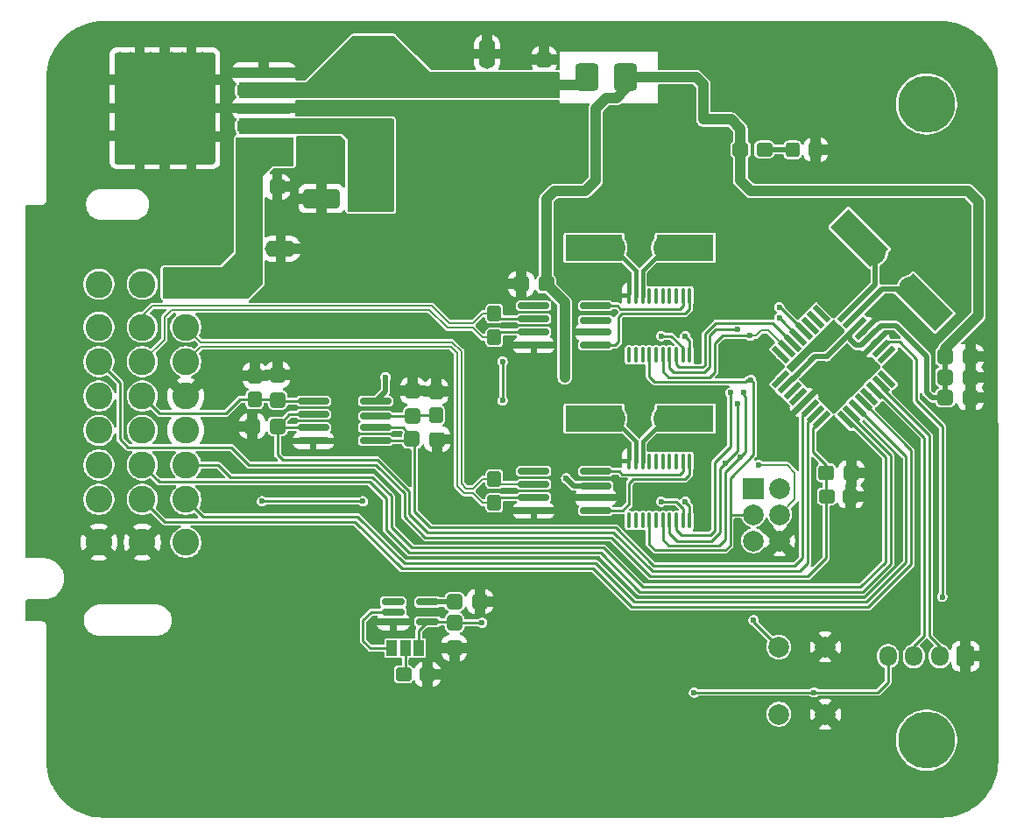
<source format=gbr>
%TF.GenerationSoftware,KiCad,Pcbnew,9.0.2*%
%TF.CreationDate,2025-09-23T15:34:19+08:00*%
%TF.ProjectId,SSRU_v3.2,53535255-5f76-4332-9e32-2e6b69636164,rev?*%
%TF.SameCoordinates,Original*%
%TF.FileFunction,Copper,L1,Top*%
%TF.FilePolarity,Positive*%
%FSLAX46Y46*%
G04 Gerber Fmt 4.6, Leading zero omitted, Abs format (unit mm)*
G04 Created by KiCad (PCBNEW 9.0.2) date 2025-09-23 15:34:19*
%MOMM*%
%LPD*%
G01*
G04 APERTURE LIST*
G04 Aperture macros list*
%AMRoundRect*
0 Rectangle with rounded corners*
0 $1 Rounding radius*
0 $2 $3 $4 $5 $6 $7 $8 $9 X,Y pos of 4 corners*
0 Add a 4 corners polygon primitive as box body*
4,1,4,$2,$3,$4,$5,$6,$7,$8,$9,$2,$3,0*
0 Add four circle primitives for the rounded corners*
1,1,$1+$1,$2,$3*
1,1,$1+$1,$4,$5*
1,1,$1+$1,$6,$7*
1,1,$1+$1,$8,$9*
0 Add four rect primitives between the rounded corners*
20,1,$1+$1,$2,$3,$4,$5,0*
20,1,$1+$1,$4,$5,$6,$7,0*
20,1,$1+$1,$6,$7,$8,$9,0*
20,1,$1+$1,$8,$9,$2,$3,0*%
%AMRotRect*
0 Rectangle, with rotation*
0 The origin of the aperture is its center*
0 $1 length*
0 $2 width*
0 $3 Rotation angle, in degrees counterclockwise*
0 Add horizontal line*
21,1,$1,$2,0,0,$3*%
G04 Aperture macros list end*
%TA.AperFunction,ComponentPad*%
%ADD10R,2.000000X1.600000*%
%TD*%
%TA.AperFunction,ComponentPad*%
%ADD11O,3.000000X1.600000*%
%TD*%
%TA.AperFunction,SMDPad,CuDef*%
%ADD12RoundRect,0.150000X1.350000X0.150000X-1.350000X0.150000X-1.350000X-0.150000X1.350000X-0.150000X0*%
%TD*%
%TA.AperFunction,SMDPad,CuDef*%
%ADD13RoundRect,0.150000X1.337500X0.150000X-1.337500X0.150000X-1.337500X-0.150000X1.337500X-0.150000X0*%
%TD*%
%TA.AperFunction,SMDPad,CuDef*%
%ADD14RoundRect,0.278125X-0.389375X0.474375X-0.389375X-0.474375X0.389375X-0.474375X0.389375X0.474375X0*%
%TD*%
%TA.AperFunction,ComponentPad*%
%ADD15C,2.600000*%
%TD*%
%TA.AperFunction,SMDPad,CuDef*%
%ADD16RoundRect,0.305575X0.460025X0.412525X-0.460025X0.412525X-0.460025X-0.412525X0.460025X-0.412525X0*%
%TD*%
%TA.AperFunction,SMDPad,CuDef*%
%ADD17RoundRect,0.308511X0.457089X0.416489X-0.457089X0.416489X-0.457089X-0.416489X0.457089X-0.416489X0*%
%TD*%
%TA.AperFunction,SMDPad,CuDef*%
%ADD18RoundRect,0.390352X-0.722148X-0.934648X0.722148X-0.934648X0.722148X0.934648X-0.722148X0.934648X0*%
%TD*%
%TA.AperFunction,SMDPad,CuDef*%
%ADD19RoundRect,0.100000X-0.100000X0.637500X-0.100000X-0.637500X0.100000X-0.637500X0.100000X0.637500X0*%
%TD*%
%TA.AperFunction,ComponentPad*%
%ADD20C,5.500000*%
%TD*%
%TA.AperFunction,ComponentPad*%
%ADD21R,2.000000X2.000000*%
%TD*%
%TA.AperFunction,ComponentPad*%
%ADD22C,2.000000*%
%TD*%
%TA.AperFunction,SMDPad,CuDef*%
%ADD23RoundRect,0.305575X0.412525X-0.460025X0.412525X0.460025X-0.412525X0.460025X-0.412525X-0.460025X0*%
%TD*%
%TA.AperFunction,SMDPad,CuDef*%
%ADD24RoundRect,0.308511X0.416489X-0.457089X0.416489X0.457089X-0.416489X0.457089X-0.416489X-0.457089X0*%
%TD*%
%TA.AperFunction,ComponentPad*%
%ADD25RoundRect,0.250000X0.600000X0.725000X-0.600000X0.725000X-0.600000X-0.725000X0.600000X-0.725000X0*%
%TD*%
%TA.AperFunction,ComponentPad*%
%ADD26O,1.700000X1.950000*%
%TD*%
%TA.AperFunction,SMDPad,CuDef*%
%ADD27RoundRect,0.278125X0.474375X0.389375X-0.474375X0.389375X-0.474375X-0.389375X0.474375X-0.389375X0*%
%TD*%
%TA.AperFunction,SMDPad,CuDef*%
%ADD28RoundRect,0.305575X-0.460025X-0.412525X0.460025X-0.412525X0.460025X0.412525X-0.460025X0.412525X0*%
%TD*%
%TA.AperFunction,SMDPad,CuDef*%
%ADD29RoundRect,0.308511X-0.457089X-0.416489X0.457089X-0.416489X0.457089X0.416489X-0.457089X0.416489X0*%
%TD*%
%TA.AperFunction,SMDPad,CuDef*%
%ADD30RoundRect,0.305575X-0.412525X0.460025X-0.412525X-0.460025X0.412525X-0.460025X0.412525X0.460025X0*%
%TD*%
%TA.AperFunction,SMDPad,CuDef*%
%ADD31RoundRect,0.308511X-0.416489X0.457089X-0.416489X-0.457089X0.416489X-0.457089X0.416489X0.457089X0*%
%TD*%
%TA.AperFunction,SMDPad,CuDef*%
%ADD32RoundRect,0.293478X0.381522X0.406522X-0.381522X0.406522X-0.381522X-0.406522X0.381522X-0.406522X0*%
%TD*%
%TA.AperFunction,ComponentPad*%
%ADD33C,2.400000*%
%TD*%
%TA.AperFunction,SMDPad,CuDef*%
%ADD34R,5.500000X2.500000*%
%TD*%
%TA.AperFunction,SMDPad,CuDef*%
%ADD35R,1.000000X1.500000*%
%TD*%
%TA.AperFunction,SMDPad,CuDef*%
%ADD36RotRect,5.500000X2.500000X315.000000*%
%TD*%
%TA.AperFunction,SMDPad,CuDef*%
%ADD37RotRect,2.000000X0.550000X225.000000*%
%TD*%
%TA.AperFunction,SMDPad,CuDef*%
%ADD38RotRect,2.000000X0.550000X315.000000*%
%TD*%
%TA.AperFunction,SMDPad,CuDef*%
%ADD39RotRect,2.000000X0.525000X315.000000*%
%TD*%
%TA.AperFunction,SMDPad,CuDef*%
%ADD40RotRect,2.000000X0.575000X315.000000*%
%TD*%
%TA.AperFunction,SMDPad,CuDef*%
%ADD41RotRect,2.000000X0.525000X225.000000*%
%TD*%
%TA.AperFunction,SMDPad,CuDef*%
%ADD42RoundRect,0.278125X-0.474375X-0.389375X0.474375X-0.389375X0.474375X0.389375X-0.474375X0.389375X0*%
%TD*%
%TA.AperFunction,SMDPad,CuDef*%
%ADD43RoundRect,0.250000X2.325000X0.300000X-2.325000X0.300000X-2.325000X-0.300000X2.325000X-0.300000X0*%
%TD*%
%TA.AperFunction,SMDPad,CuDef*%
%ADD44RoundRect,0.250000X2.025000X2.375000X-2.025000X2.375000X-2.025000X-2.375000X2.025000X-2.375000X0*%
%TD*%
%TA.AperFunction,SMDPad,CuDef*%
%ADD45RoundRect,0.257981X4.592019X5.142019X-4.592019X5.142019X-4.592019X-5.142019X4.592019X-5.142019X0*%
%TD*%
%TA.AperFunction,SMDPad,CuDef*%
%ADD46RoundRect,0.266483X2.158517X2.433517X-2.158517X2.433517X-2.158517X-2.433517X2.158517X-2.433517X0*%
%TD*%
%TA.AperFunction,SMDPad,CuDef*%
%ADD47RoundRect,0.266483X2.158517X2.358517X-2.158517X2.358517X-2.158517X-2.358517X2.158517X-2.358517X0*%
%TD*%
%TA.AperFunction,SMDPad,CuDef*%
%ADD48RoundRect,0.162500X-0.927500X-0.162500X0.927500X-0.162500X0.927500X0.162500X-0.927500X0.162500X0*%
%TD*%
%TA.AperFunction,SMDPad,CuDef*%
%ADD49RoundRect,0.250000X1.500000X0.650000X-1.500000X0.650000X-1.500000X-0.650000X1.500000X-0.650000X0*%
%TD*%
%TA.AperFunction,SMDPad,CuDef*%
%ADD50R,3.600000X3.800000*%
%TD*%
%TA.AperFunction,ComponentPad*%
%ADD51R,1.600000X2.000000*%
%TD*%
%TA.AperFunction,ComponentPad*%
%ADD52O,1.600000X3.000000*%
%TD*%
%TA.AperFunction,ViaPad*%
%ADD53C,0.600000*%
%TD*%
%TA.AperFunction,ViaPad*%
%ADD54C,1.000000*%
%TD*%
%TA.AperFunction,ViaPad*%
%ADD55C,0.800000*%
%TD*%
%TA.AperFunction,Conductor*%
%ADD56C,0.250000*%
%TD*%
%TA.AperFunction,Conductor*%
%ADD57C,1.000000*%
%TD*%
%TA.AperFunction,Conductor*%
%ADD58C,0.500000*%
%TD*%
%TA.AperFunction,Conductor*%
%ADD59C,0.400000*%
%TD*%
%TA.AperFunction,Conductor*%
%ADD60C,0.200000*%
%TD*%
G04 APERTURE END LIST*
D10*
%TO.P,C7,1*%
%TO.N,+12V*%
X124550000Y-84600000D03*
D11*
%TO.P,C7,2*%
%TO.N,GND*%
X127550000Y-84600000D03*
%TD*%
D12*
%TO.P,U10,1,TXD*%
%TO.N,Net-(U10-TXD)*%
X158000000Y-93905000D03*
%TO.P,U10,2,GND*%
%TO.N,GND*%
X158000000Y-92635000D03*
D13*
%TO.P,U10,3,VCC*%
%TO.N,+5V*%
X158012500Y-91500000D03*
D12*
%TO.P,U10,4,RXD*%
%TO.N,Net-(U10-RXD)*%
X158000000Y-90095000D03*
%TO.P,U10,5,NC*%
%TO.N,unconnected-(U10-NC-Pad5)*%
X152000000Y-90095000D03*
%TO.P,U10,6,CANL*%
%TO.N,CAN1-*%
X152000000Y-91365000D03*
%TO.P,U10,7,CANH*%
%TO.N,CAN1+*%
X152000000Y-92635000D03*
%TO.P,U10,8,S*%
%TO.N,GND*%
X152000000Y-93905000D03*
%TD*%
D14*
%TO.P,R1,1*%
%TO.N,GND*%
X125032500Y-96847500D03*
%TO.P,R1,2*%
%TO.N,POT1_IN*%
X125032500Y-99152500D03*
%TD*%
D15*
%TO.P,J2,1,Pin_1*%
%TO.N,+12V*%
X118375000Y-88020000D03*
%TO.P,J2,2,Pin_2*%
%TO.N,CAN2-*%
X118375000Y-92170000D03*
%TO.P,J2,3,Pin_3*%
%TO.N,CAN2+*%
X118375000Y-95500000D03*
%TO.P,J2,4,Pin_4*%
%TO.N,GND*%
X118375000Y-98830000D03*
%TO.P,J2,5,Pin_5*%
X118375000Y-102135000D03*
%TO.P,J2,6,Pin_6*%
%TO.N,ENCODER-*%
X118375000Y-105490000D03*
%TO.P,J2,7,Pin_7*%
%TO.N,I2C-*%
X118375000Y-108820000D03*
%TO.P,J2,8,Pin_8*%
%TO.N,DS18B20*%
X118375000Y-112970000D03*
%TO.P,J2,9,Pin_9*%
%TO.N,+5V*%
X114175000Y-88020000D03*
%TO.P,J2,10,Pin_10*%
%TO.N,CAN1-*%
X114175000Y-92170000D03*
%TO.P,J2,11,Pin_11*%
%TO.N,CAN1+*%
X114175000Y-95500000D03*
%TO.P,J2,12,Pin_12*%
%TO.N,POT1_IN*%
X114175000Y-98830000D03*
%TO.P,J2,13,Pin_13*%
%TO.N,POT2_IN*%
X114175000Y-102135000D03*
%TO.P,J2,14,Pin_14*%
%TO.N,ENCODER+*%
X114175000Y-105490000D03*
%TO.P,J2,15,Pin_15*%
%TO.N,I2C+*%
X114175000Y-108820000D03*
%TO.P,J2,16,Pin_16*%
%TO.N,GND*%
X114175000Y-112970000D03*
%TO.P,J2,17,Pin_17*%
%TO.N,+5V*%
X109975000Y-88020000D03*
%TO.P,J2,18,Pin_18*%
%TO.N,FLOW_IN*%
X109975000Y-92170000D03*
%TO.P,J2,19,Pin_19*%
%TO.N,PUMP_NTC_50k*%
X109975000Y-95500000D03*
%TO.P,J2,20,Pin_20*%
%TO.N,+5V*%
X109975000Y-98830000D03*
%TO.P,J2,21,Pin_21*%
X109975000Y-102135000D03*
%TO.P,J2,22,Pin_22*%
X109975000Y-105490000D03*
%TO.P,J2,23,Pin_23*%
X109975000Y-108820000D03*
%TO.P,J2,24,Pin_24*%
%TO.N,GND*%
X109975000Y-112970000D03*
%TD*%
D16*
%TO.P,C37,1*%
%TO.N,GND*%
X142681200Y-103006900D03*
D17*
%TO.P,C37,2*%
%TO.N,POT2_OUT*%
X140250000Y-103000000D03*
%TD*%
D18*
%TO.P,F2,1*%
%TO.N,Net-(U4-FB)*%
X157112500Y-68000000D03*
%TO.P,F2,2*%
%TO.N,+5V*%
X160887500Y-68000000D03*
%TD*%
D19*
%TO.P,U1,1,TXCAN*%
%TO.N,Net-(U1-TXCAN)*%
X167077500Y-105137500D03*
%TO.P,U1,2,RXCAN*%
%TO.N,Net-(U1-RXCAN)*%
X166427500Y-105137500D03*
%TO.P,U1,3,CLKOUT/SOF*%
%TO.N,unconnected-(U1-CLKOUT{slash}SOF-Pad3)*%
X165777500Y-105137500D03*
%TO.P,U1,4,~{TX0RTS}*%
%TO.N,unconnected-(U1-~{TX0RTS}-Pad4)*%
X165127500Y-105137500D03*
%TO.P,U1,5,~{TX1RTS}*%
%TO.N,unconnected-(U1-~{TX1RTS}-Pad5)*%
X164477500Y-105137500D03*
%TO.P,U1,6,NC*%
%TO.N,unconnected-(U1-NC-Pad6)*%
X163827500Y-105137500D03*
%TO.P,U1,7,~{TX2RTS}*%
%TO.N,unconnected-(U1-~{TX2RTS}-Pad7)*%
X163177500Y-105137500D03*
%TO.P,U1,8,OSC2*%
%TO.N,Net-(U1-OSC2)*%
X162527500Y-105137500D03*
%TO.P,U1,9,OSC1*%
%TO.N,Net-(U1-OSC1)*%
X161877500Y-105137500D03*
%TO.P,U1,10,VSS*%
%TO.N,GND*%
X161227500Y-105137500D03*
%TO.P,U1,11,~{RX1BF}*%
%TO.N,unconnected-(U1-~{RX1BF}-Pad11)*%
X161227500Y-110862500D03*
%TO.P,U1,12,~{RX0BF}*%
%TO.N,unconnected-(U1-~{RX0BF}-Pad12)*%
X161877500Y-110862500D03*
%TO.P,U1,13,~{INT}*%
%TO.N,unconnected-(U1-~{INT}-Pad13)*%
X162527500Y-110862500D03*
%TO.P,U1,14,SCK*%
%TO.N,SCK*%
X163177500Y-110862500D03*
%TO.P,U1,15,NC*%
%TO.N,unconnected-(U1-NC-Pad15)*%
X163827500Y-110862500D03*
%TO.P,U1,16,SI*%
%TO.N,MOSI*%
X164477500Y-110862500D03*
%TO.P,U1,17,SO*%
%TO.N,MISO*%
X165127500Y-110862500D03*
%TO.P,U1,18,~{CS}*%
%TO.N,CS_CAN2*%
X165777500Y-110862500D03*
%TO.P,U1,19,~{RESET}*%
%TO.N,Net-(U1-~{RESET})*%
X166427500Y-110862500D03*
%TO.P,U1,20,VDD*%
%TO.N,+5V*%
X167077500Y-110862500D03*
%TD*%
D16*
%TO.P,C3,1*%
%TO.N,GND*%
X194215600Y-99006900D03*
D17*
%TO.P,C3,2*%
%TO.N,+5V*%
X191784400Y-99000000D03*
%TD*%
D20*
%TO.P,H2,1,1*%
%TO.N,GND2*%
X189967641Y-132097800D03*
%TD*%
D21*
%TO.P,J4,1,MISO*%
%TO.N,MISO*%
X173250000Y-107750000D03*
D22*
%TO.P,J4,2,VCC*%
%TO.N,+5V*%
X175790000Y-107750000D03*
%TO.P,J4,3,SCK*%
%TO.N,SCK*%
X173250000Y-110290000D03*
%TO.P,J4,4,MOSI*%
%TO.N,MOSI*%
X175790000Y-110290000D03*
%TO.P,J4,5,~{RST}*%
%TO.N,RST*%
X173250000Y-112830000D03*
%TO.P,J4,6,GND*%
%TO.N,GND*%
X175790000Y-112830000D03*
%TD*%
D16*
%TO.P,C40,1*%
%TO.N,+5V*%
X153215600Y-88006900D03*
D17*
%TO.P,C40,2*%
%TO.N,GND*%
X150784400Y-88000000D03*
%TD*%
D23*
%TO.P,C19,1*%
%TO.N,GND*%
X144333100Y-123180600D03*
D24*
%TO.P,C19,2*%
%TO.N,FLOW_OUT*%
X144340000Y-120749400D03*
%TD*%
D12*
%TO.P,U3,1*%
%TO.N,POT2_OUT*%
X136715600Y-103148100D03*
%TO.P,U3,2,-*%
X136715600Y-101878100D03*
D13*
%TO.P,U3,3,+*%
%TO.N,POT2_IN*%
X136728100Y-100743100D03*
D12*
%TO.P,U3,4,V-*%
%TO.N,+5V*%
X136715600Y-99338100D03*
%TO.P,U3,5,+*%
%TO.N,POT1_IN*%
X130715600Y-99338100D03*
%TO.P,U3,6,-*%
%TO.N,POT1_OUT*%
X130715600Y-100608100D03*
%TO.P,U3,7*%
X130715600Y-101878100D03*
%TO.P,U3,8,V+*%
%TO.N,GND*%
X130715600Y-103148100D03*
%TD*%
D25*
%TO.P,J31,1,Pin_1*%
%TO.N,GND*%
X193750000Y-123975000D03*
D26*
%TO.P,J31,2,Pin_2*%
%TO.N,328-*%
X191250000Y-123975000D03*
%TO.P,J31,3,Pin_3*%
%TO.N,328+*%
X188750000Y-123975000D03*
%TO.P,J31,4,Pin_4*%
%TO.N,+5V*%
X186250000Y-123975000D03*
%TD*%
D19*
%TO.P,U6,1,TXCAN*%
%TO.N,Net-(U10-TXD)*%
X167077500Y-89137500D03*
%TO.P,U6,2,RXCAN*%
%TO.N,Net-(U10-RXD)*%
X166427500Y-89137500D03*
%TO.P,U6,3,CLKOUT/SOF*%
%TO.N,unconnected-(U6-CLKOUT{slash}SOF-Pad3)*%
X165777500Y-89137500D03*
%TO.P,U6,4,~{TX0RTS}*%
%TO.N,unconnected-(U6-~{TX0RTS}-Pad4)*%
X165127500Y-89137500D03*
%TO.P,U6,5,~{TX1RTS}*%
%TO.N,unconnected-(U6-~{TX1RTS}-Pad5)*%
X164477500Y-89137500D03*
%TO.P,U6,6,NC*%
%TO.N,unconnected-(U6-NC-Pad6)*%
X163827500Y-89137500D03*
%TO.P,U6,7,~{TX2RTS}*%
%TO.N,unconnected-(U6-~{TX2RTS}-Pad7)*%
X163177500Y-89137500D03*
%TO.P,U6,8,OSC2*%
%TO.N,Net-(U6-OSC2)*%
X162527500Y-89137500D03*
%TO.P,U6,9,OSC1*%
%TO.N,Net-(U6-OSC1)*%
X161877500Y-89137500D03*
%TO.P,U6,10,VSS*%
%TO.N,GND*%
X161227500Y-89137500D03*
%TO.P,U6,11,~{RX1BF}*%
%TO.N,unconnected-(U6-~{RX1BF}-Pad11)*%
X161227500Y-94862500D03*
%TO.P,U6,12,~{RX0BF}*%
%TO.N,unconnected-(U6-~{RX0BF}-Pad12)*%
X161877500Y-94862500D03*
%TO.P,U6,13,~{INT}*%
%TO.N,unconnected-(U6-~{INT}-Pad13)*%
X162527500Y-94862500D03*
%TO.P,U6,14,SCK*%
%TO.N,SCK*%
X163177500Y-94862500D03*
%TO.P,U6,15,NC*%
%TO.N,unconnected-(U6-NC-Pad15)*%
X163827500Y-94862500D03*
%TO.P,U6,16,SI*%
%TO.N,MOSI*%
X164477500Y-94862500D03*
%TO.P,U6,17,SO*%
%TO.N,MISO*%
X165127500Y-94862500D03*
%TO.P,U6,18,~{CS}*%
%TO.N,CS_CAN1*%
X165777500Y-94862500D03*
%TO.P,U6,19,~{RESET}*%
%TO.N,Net-(U6-~{RESET})*%
X166427500Y-94862500D03*
%TO.P,U6,20,VDD*%
%TO.N,+5V*%
X167077500Y-94862500D03*
%TD*%
D22*
%TO.P,SW1,1,1*%
%TO.N,GND*%
X180199200Y-123090000D03*
X180199200Y-129590000D03*
%TO.P,SW1,2,2*%
%TO.N,RST*%
X175699200Y-123090000D03*
X175699200Y-129590000D03*
%TD*%
D16*
%TO.P,C30,1*%
%TO.N,GND*%
X146805600Y-118706900D03*
D17*
%TO.P,C30,2*%
%TO.N,+5V*%
X144374400Y-118700000D03*
%TD*%
D27*
%TO.P,R6,1*%
%TO.N,GND*%
X182652500Y-108532500D03*
%TO.P,R6,2*%
%TO.N,PUMP_NTC_50k*%
X180347500Y-108532500D03*
%TD*%
D28*
%TO.P,C32,1*%
%TO.N,GND*%
X124818800Y-101743100D03*
D29*
%TO.P,C32,2*%
%TO.N,POT1_OUT*%
X127250000Y-101750000D03*
%TD*%
D30*
%TO.P,C12,1*%
%TO.N,GND*%
X153006900Y-66284400D03*
D31*
%TO.P,C12,2*%
%TO.N,Net-(U4-FB)*%
X153000000Y-68715600D03*
%TD*%
D32*
%TO.P,D3,1,K*%
%TO.N,GND*%
X179277500Y-75032500D03*
%TO.P,D3,2,A*%
%TO.N,Net-(D3-A)*%
X177027500Y-75032500D03*
%TD*%
D30*
%TO.P,C36,1*%
%TO.N,GND*%
X140296900Y-98318800D03*
D31*
%TO.P,C36,2*%
%TO.N,POT2_IN*%
X140290000Y-100750000D03*
%TD*%
D16*
%TO.P,C6,1*%
%TO.N,GND*%
X127215600Y-78606900D03*
D17*
%TO.P,C6,2*%
%TO.N,+12V*%
X124784400Y-78600000D03*
%TD*%
D33*
%TO.P,Y3,1,1*%
%TO.N,Net-(U1-OSC2)*%
X164743282Y-101000000D03*
D34*
X166656719Y-100991762D03*
%TO.P,Y3,2,2*%
%TO.N,Net-(U1-OSC1)*%
X157843282Y-101000000D03*
D33*
X159663282Y-101000000D03*
%TD*%
%TO.P,Y4,1,1*%
%TO.N,Net-(U6-OSC2)*%
X164743282Y-84500000D03*
D34*
X166656719Y-84491762D03*
%TO.P,Y4,2,2*%
%TO.N,Net-(U6-OSC1)*%
X157843282Y-84500000D03*
D33*
X159663282Y-84500000D03*
%TD*%
D30*
%TO.P,C31,1*%
%TO.N,GND*%
X127256900Y-96784400D03*
D31*
%TO.P,C31,2*%
%TO.N,POT1_IN*%
X127250000Y-99215600D03*
%TD*%
D35*
%TO.P,J5,1,Pin_1*%
%TO.N,FLOW_OUT*%
X140890000Y-123200000D03*
%TO.P,J5,2,Pin_2*%
%TO.N,FLOW_IN*%
X139590000Y-123200000D03*
%TO.P,J5,3,Pin_3*%
%TO.N,Net-(J5-Pin_3)*%
X138290000Y-123200000D03*
%TD*%
D33*
%TO.P,Y1,1,1*%
%TO.N,XTAL2*%
X184867589Y-84890266D03*
D36*
X183508760Y-83543087D03*
%TO.P,Y1,2,2*%
%TO.N,XTAL1*%
X189746626Y-89769303D03*
D33*
X188459691Y-88482368D03*
%TD*%
D14*
%TO.P,R2,1*%
%TO.N,GND*%
X142572500Y-98381900D03*
%TO.P,R2,2*%
%TO.N,POT2_IN*%
X142572500Y-100686900D03*
%TD*%
D12*
%TO.P,U12,1,TXD*%
%TO.N,Net-(U1-TXCAN)*%
X158000000Y-109905000D03*
%TO.P,U12,2,GND*%
%TO.N,GND*%
X158000000Y-108635000D03*
D13*
%TO.P,U12,3,VCC*%
%TO.N,+5V*%
X158012500Y-107500000D03*
D12*
%TO.P,U12,4,RXD*%
%TO.N,Net-(U1-RXCAN)*%
X158000000Y-106095000D03*
%TO.P,U12,5,NC*%
%TO.N,unconnected-(U12-NC-Pad5)*%
X152000000Y-106095000D03*
%TO.P,U12,6,CANL*%
%TO.N,CAN2-*%
X152000000Y-107365000D03*
%TO.P,U12,7,CANH*%
%TO.N,CAN2+*%
X152000000Y-108635000D03*
%TO.P,U12,8,S*%
%TO.N,GND*%
X152000000Y-109905000D03*
%TD*%
D16*
%TO.P,C2,1*%
%TO.N,GND*%
X194215600Y-95006900D03*
D17*
%TO.P,C2,2*%
%TO.N,+5V*%
X191784400Y-95000000D03*
%TD*%
D37*
%TO.P,U2,1,PD3*%
%TO.N,unconnected-(U2-PD3-Pad1)*%
X186126524Y-94833274D03*
%TO.P,U2,2,PD4*%
%TO.N,FLOW_OUT*%
X185560839Y-94267588D03*
%TO.P,U2,3,GND*%
%TO.N,GND*%
X184995153Y-93701903D03*
%TO.P,U2,4,VCC*%
%TO.N,+5V*%
X184429468Y-93136218D03*
%TO.P,U2,5,GND*%
%TO.N,GND*%
X183863782Y-92570532D03*
%TO.P,U2,6,VCC*%
%TO.N,+5V*%
X183298097Y-92004847D03*
%TO.P,U2,7,XTAL1/PB6*%
%TO.N,XTAL1*%
X182732412Y-91439161D03*
%TO.P,U2,8,XTAL2/PB7*%
%TO.N,XTAL2*%
X182166726Y-90873476D03*
D38*
%TO.P,U2,9,PD5*%
%TO.N,PUMP_PWM*%
X179833274Y-90873476D03*
D39*
%TO.P,U2,10,PD6*%
%TO.N,unconnected-(U2-PD6-Pad10)*%
X179276427Y-91430322D03*
D40*
%TO.P,U2,11,PD7*%
%TO.N,unconnected-(U2-PD7-Pad11)*%
X178693064Y-92013686D03*
D38*
%TO.P,U2,12,PB0*%
%TO.N,DS18B20*%
X178136218Y-92570532D03*
%TO.P,U2,13,PB1*%
%TO.N,CS_CAN2*%
X177570532Y-93136218D03*
%TO.P,U2,14,PB2*%
%TO.N,CS_CAN1*%
X177004847Y-93701903D03*
%TO.P,U2,15,PB3*%
%TO.N,MOSI*%
X176439161Y-94267588D03*
%TO.P,U2,16,PB4*%
%TO.N,MISO*%
X175873476Y-94833274D03*
D37*
%TO.P,U2,17,PB5*%
%TO.N,SCK*%
X175873476Y-97166726D03*
%TO.P,U2,18,AVCC*%
%TO.N,+5V*%
X176439161Y-97732412D03*
%TO.P,U2,19,ADC6*%
%TO.N,unconnected-(U2-ADC6-Pad19)*%
X177004847Y-98298097D03*
D41*
%TO.P,U2,20,AREF*%
%TO.N,Net-(JP1-B)*%
X177579371Y-98872621D03*
D37*
%TO.P,U2,21,GND*%
%TO.N,GND*%
X178136218Y-99429468D03*
%TO.P,U2,22,ADC7*%
%TO.N,POT2_OUT*%
X178701903Y-99995153D03*
%TO.P,U2,23,PC0*%
%TO.N,POT1_OUT*%
X179267588Y-100560839D03*
%TO.P,U2,24,PC1*%
%TO.N,PUMP_NTC_50k*%
X179833274Y-101126524D03*
D38*
%TO.P,U2,25,PC2*%
%TO.N,ENCODER-*%
X182166726Y-101126524D03*
%TO.P,U2,26,PC3*%
%TO.N,ENCODER+*%
X182732412Y-100560839D03*
%TO.P,U2,27,PC4*%
%TO.N,I2C-*%
X183298097Y-99995153D03*
%TO.P,U2,28,PC5*%
%TO.N,I2C+*%
X183863782Y-99429468D03*
%TO.P,U2,29,~{RESET}/PC6*%
%TO.N,RST*%
X184429468Y-98863782D03*
%TO.P,U2,30,PD0*%
%TO.N,328+*%
X184995153Y-98298097D03*
%TO.P,U2,31,PD1*%
%TO.N,328-*%
X185560839Y-97732412D03*
%TO.P,U2,32,PD2*%
%TO.N,unconnected-(U2-PD2-Pad32)*%
X186126524Y-97166726D03*
%TD*%
D27*
%TO.P,R3,1*%
%TO.N,GND*%
X141742500Y-125732500D03*
%TO.P,R3,2*%
%TO.N,FLOW_IN*%
X139437500Y-125732500D03*
%TD*%
D42*
%TO.P,R38,1*%
%TO.N,+5V*%
X172000000Y-75000000D03*
%TO.P,R38,2*%
%TO.N,Net-(D3-A)*%
X174305000Y-75000000D03*
%TD*%
D14*
%TO.P,R17,1*%
%TO.N,CAN1-*%
X148185000Y-90847500D03*
%TO.P,R17,2*%
%TO.N,CAN1+*%
X148185000Y-93152500D03*
%TD*%
D20*
%TO.P,H1,1,1*%
%TO.N,GND1*%
X189967641Y-70597800D03*
%TD*%
D43*
%TO.P,U4,1,VIN*%
%TO.N,+12V*%
X125925000Y-74400000D03*
%TO.P,U4,2,OUT*%
%TO.N,Net-(D2-K)*%
X125925000Y-72700000D03*
%TO.P,U4,3,GND*%
%TO.N,GND*%
X125925000Y-71000000D03*
D44*
X118925000Y-73775000D03*
X118925000Y-68225000D03*
D45*
X116350000Y-71000000D03*
D46*
X113925000Y-73700000D03*
D47*
X113925000Y-68225000D03*
D43*
%TO.P,U4,4,FB*%
%TO.N,Net-(U4-FB)*%
X125925000Y-69300000D03*
%TO.P,U4,5,~{ON}/OFF*%
%TO.N,GND*%
X125925000Y-67600000D03*
%TD*%
D28*
%TO.P,C28,1*%
%TO.N,PUMP_NTC_50k*%
X180284400Y-106243100D03*
D29*
%TO.P,C28,2*%
%TO.N,GND*%
X182715600Y-106250000D03*
%TD*%
D48*
%TO.P,U8,1,NC*%
%TO.N,unconnected-(U8-NC-Pad1)*%
X138430000Y-118750000D03*
%TO.P,U8,2*%
%TO.N,Net-(J5-Pin_3)*%
X138430000Y-119700000D03*
%TO.P,U8,3,GND*%
%TO.N,GND*%
X138430000Y-120650000D03*
%TO.P,U8,4*%
%TO.N,FLOW_OUT*%
X141750000Y-120650000D03*
%TO.P,U8,5,VCC*%
%TO.N,+5V*%
X141750000Y-118750000D03*
%TD*%
D14*
%TO.P,R22,1*%
%TO.N,CAN2-*%
X148185000Y-106847500D03*
%TO.P,R22,2*%
%TO.N,CAN2+*%
X148185000Y-109152500D03*
%TD*%
D49*
%TO.P,D2,1,K*%
%TO.N,Net-(D2-K)*%
X136500000Y-79750000D03*
%TO.P,D2,2,A*%
%TO.N,GND*%
X131500000Y-79750000D03*
%TD*%
D16*
%TO.P,C1,1*%
%TO.N,GND*%
X194215600Y-97006900D03*
D17*
%TO.P,C1,2*%
%TO.N,+5V*%
X191784400Y-97000000D03*
%TD*%
D50*
%TO.P,L1,1,1*%
%TO.N,Net-(D2-K)*%
X136500000Y-75700000D03*
%TO.P,L1,2,2*%
%TO.N,Net-(U4-FB)*%
X136500000Y-66300000D03*
%TD*%
D51*
%TO.P,C11,1*%
%TO.N,Net-(U4-FB)*%
X147500000Y-68750000D03*
D52*
%TO.P,C11,2*%
%TO.N,GND*%
X147500000Y-65750000D03*
%TD*%
D53*
%TO.N,+5V*%
X166652500Y-93032500D03*
X167500000Y-127500000D03*
X157000000Y-91500000D03*
X166652500Y-109032500D03*
X159000000Y-91500000D03*
D54*
X155000000Y-97000000D03*
D53*
X179101700Y-127472500D03*
X144374400Y-118700000D03*
X180302944Y-95000000D03*
X158000000Y-91500000D03*
X137681200Y-96993100D03*
X155145600Y-106784400D03*
D54*
X153215600Y-88006900D03*
D53*
%TO.N,DS18B20*%
X135500000Y-109000000D03*
X175750000Y-90250000D03*
X149000000Y-95500000D03*
X125750000Y-109000000D03*
X149000000Y-99250000D03*
%TO.N,RST*%
X173250000Y-120500000D03*
X184425520Y-98824480D03*
D55*
%TO.N,GND*%
X117000000Y-75000000D03*
X119000000Y-75000000D03*
X112000000Y-74000000D03*
D53*
X135467500Y-84125000D03*
D55*
X116000000Y-76000000D03*
X115000000Y-66000000D03*
X120000000Y-75000000D03*
X112000000Y-68000000D03*
D53*
X177000000Y-102000000D03*
D55*
X113000000Y-66000000D03*
X114000000Y-67000000D03*
D53*
X182500000Y-88000000D03*
D55*
X168393100Y-74531200D03*
X116000000Y-66000000D03*
D53*
X116250000Y-104500000D03*
D55*
X118000000Y-75000000D03*
X117000000Y-67000000D03*
X112000000Y-70000000D03*
X113000000Y-69000000D03*
D53*
X185500000Y-91000000D03*
D55*
X113000000Y-70000000D03*
D53*
X188500000Y-92000000D03*
X177000000Y-104750000D03*
D55*
X120000000Y-67000000D03*
X116000000Y-75000000D03*
D53*
X183347500Y-137282500D03*
X170000000Y-91000000D03*
X182000000Y-95000000D03*
X160500000Y-108000000D03*
D55*
X119000000Y-66000000D03*
X112000000Y-66000000D03*
X112000000Y-71000000D03*
D53*
X152000000Y-93905000D03*
X156534400Y-82056900D03*
D55*
X117000000Y-76000000D03*
X113000000Y-73000000D03*
D53*
X169215600Y-98742048D03*
D55*
X115000000Y-75000000D03*
D53*
X169115600Y-82043100D03*
X179500000Y-112750000D03*
X123000000Y-105500000D03*
D55*
X120000000Y-66000000D03*
D53*
X187000000Y-86500000D03*
D55*
X112000000Y-67000000D03*
D53*
X145393100Y-82431200D03*
X173600000Y-94200000D03*
X153006900Y-66284400D03*
D55*
X113000000Y-68000000D03*
D53*
X193750000Y-90500000D03*
X179164800Y-125433100D03*
X192864438Y-88854680D03*
X116250000Y-108000000D03*
X187500000Y-95250000D03*
X127215600Y-78606900D03*
D55*
X113000000Y-67000000D03*
X114000000Y-76000000D03*
D53*
X125925000Y-71000000D03*
X125925000Y-67600000D03*
X152000000Y-109905000D03*
D55*
X113000000Y-76000000D03*
D53*
X187500000Y-91000000D03*
X187500000Y-96750000D03*
X131500000Y-79750000D03*
X184276003Y-80285761D03*
D55*
X112000000Y-75000000D03*
D53*
X112000000Y-108000000D03*
X194215600Y-97006900D03*
X181000000Y-89750000D03*
D55*
X119000000Y-67000000D03*
X113000000Y-75000000D03*
D53*
X194215600Y-99006900D03*
D55*
X119000000Y-76000000D03*
D53*
X149100000Y-82507500D03*
D55*
X112000000Y-69000000D03*
D53*
X189500000Y-93000000D03*
X131500000Y-108000000D03*
X180500000Y-93000000D03*
D55*
X112000000Y-76000000D03*
X115000000Y-67000000D03*
D53*
X155152500Y-109215600D03*
X194215600Y-95006900D03*
X161725000Y-76600000D03*
X179500000Y-110750000D03*
X111250000Y-103750000D03*
D55*
X117000000Y-66000000D03*
X113000000Y-74000000D03*
X115000000Y-76000000D03*
D53*
X156784400Y-98755848D03*
X193000000Y-91250000D03*
D55*
X113000000Y-71000000D03*
X118000000Y-66000000D03*
D53*
X175250000Y-96000000D03*
D55*
X112000000Y-72000000D03*
D53*
X183284400Y-135256900D03*
X193500000Y-87500000D03*
X190750000Y-93500000D03*
D55*
X165493100Y-74531200D03*
X114000000Y-66000000D03*
X113000000Y-72000000D03*
D53*
X186500000Y-91000000D03*
X191500000Y-92750000D03*
D55*
X116000000Y-67000000D03*
X114000000Y-75000000D03*
D53*
X192250000Y-92000000D03*
X179277500Y-75032500D03*
D55*
X112000000Y-73000000D03*
D53*
X120750000Y-106250000D03*
D55*
X120000000Y-76000000D03*
D53*
X158000000Y-108635000D03*
D55*
X118000000Y-76000000D03*
X118000000Y-67000000D03*
D53*
%TO.N,POT2_IN*%
X142572500Y-100686900D03*
%TO.N,FLOW_IN*%
X139437500Y-125732500D03*
%TO.N,SCK*%
X175770101Y-97270101D03*
X173000000Y-97250000D03*
%TO.N,MISO*%
X171700000Y-92375000D03*
X170549265Y-105299264D03*
X171700000Y-99600000D03*
X175873476Y-94833274D03*
%TO.N,Net-(U6-~{RESET})*%
X164347500Y-93032500D03*
%TO.N,MOSI*%
X172924971Y-93000000D03*
X172300000Y-98500000D03*
X172000000Y-104750000D03*
X173750000Y-105500000D03*
%TO.N,CS_CAN2*%
X171000000Y-98500000D03*
X175750000Y-91250000D03*
%TO.N,Net-(U1-~{RESET})*%
X164347500Y-109032500D03*
%TO.N,FLOW_OUT*%
X191500000Y-118250000D03*
X147000000Y-120750000D03*
%TO.N,Net-(JP1-B)*%
X177573044Y-98866294D03*
%TD*%
D56*
%TO.N,+5V*%
X186250000Y-126500000D02*
X185277500Y-127472500D01*
D57*
X158000000Y-78000000D02*
X157000000Y-79000000D01*
D58*
X158012500Y-107500000D02*
X155861200Y-107500000D01*
D57*
X167700000Y-68000000D02*
X168400000Y-68700000D01*
D58*
X184429468Y-93136218D02*
X185565686Y-92000000D01*
X177085786Y-97085786D02*
X179171573Y-95000000D01*
D57*
X191784400Y-94215600D02*
X195000000Y-91000000D01*
D58*
X184429468Y-93136218D02*
X183642593Y-93923093D01*
D57*
X153215600Y-79784400D02*
X153215600Y-88006900D01*
D58*
X182511221Y-93269995D02*
X182511221Y-92791723D01*
D57*
X157000000Y-79000000D02*
X154000000Y-79000000D01*
X171100000Y-72100000D02*
X168400000Y-72100000D01*
D58*
X190000000Y-95000000D02*
X190000000Y-98500000D01*
D57*
X168400000Y-68700000D02*
X168400000Y-72100000D01*
X160887500Y-68000000D02*
X160887500Y-69112500D01*
X158000000Y-71000000D02*
X158000000Y-78000000D01*
D58*
X190500000Y-99000000D02*
X191784400Y-99000000D01*
D56*
X167077500Y-110862500D02*
X167077500Y-109457500D01*
D57*
X160887500Y-69112500D02*
X160000000Y-70000000D01*
D58*
X182511221Y-92791723D02*
X183298097Y-92004847D01*
X185565686Y-92000000D02*
X187000000Y-92000000D01*
D57*
X172000000Y-78000000D02*
X172000000Y-73000000D01*
D56*
X167077500Y-94862500D02*
X167077500Y-93457500D01*
D57*
X195000000Y-80000000D02*
X194000000Y-79000000D01*
D56*
X167500000Y-127500000D02*
X167527500Y-127472500D01*
D57*
X195000000Y-91000000D02*
X195000000Y-80000000D01*
D58*
X155861200Y-107500000D02*
X155145600Y-106784400D01*
D56*
X167077500Y-109457500D02*
X166652500Y-109032500D01*
D57*
X155000000Y-89791300D02*
X153215600Y-88006900D01*
D58*
X191784400Y-97000000D02*
X191784400Y-99000000D01*
D56*
X185277500Y-127472500D02*
X179101700Y-127472500D01*
D57*
X172000000Y-73000000D02*
X171100000Y-72100000D01*
X154000000Y-79000000D02*
X153215600Y-79784400D01*
X160887500Y-68000000D02*
X167700000Y-68000000D01*
D56*
X167527500Y-127472500D02*
X179101700Y-127472500D01*
D58*
X136715600Y-99338100D02*
X137681200Y-98372500D01*
X183642593Y-93923093D02*
X183164319Y-93923093D01*
D56*
X167077500Y-93457500D02*
X166652500Y-93032500D01*
D57*
X160000000Y-70000000D02*
X159000000Y-70000000D01*
D58*
X190000000Y-98500000D02*
X190500000Y-99000000D01*
X187000000Y-92000000D02*
X190000000Y-95000000D01*
D56*
X186250000Y-123975000D02*
X186250000Y-126500000D01*
D57*
X191784400Y-95000000D02*
X191784400Y-94215600D01*
D58*
X176439161Y-97732412D02*
X177085786Y-97085786D01*
X141750000Y-118750000D02*
X144324400Y-118750000D01*
D57*
X155000000Y-97000000D02*
X155000000Y-89791300D01*
X194000000Y-79000000D02*
X173000000Y-79000000D01*
X173000000Y-79000000D02*
X172000000Y-78000000D01*
D58*
X180302944Y-95000000D02*
X183298097Y-92004847D01*
D57*
X159000000Y-70000000D02*
X158000000Y-71000000D01*
D58*
X191784400Y-95000000D02*
X191784400Y-97000000D01*
X137681200Y-98372500D02*
X137681200Y-96993100D01*
X183164319Y-93923093D02*
X182511221Y-93269995D01*
X179171573Y-95000000D02*
X180302944Y-95000000D01*
X144324400Y-118750000D02*
X144374400Y-118700000D01*
%TO.N,XTAL1*%
X182732412Y-91439161D02*
X185689205Y-88482368D01*
X185689205Y-88482368D02*
X188459691Y-88482368D01*
D56*
%TO.N,PUMP_NTC_50k*%
X141500000Y-112500000D02*
X139500000Y-110500000D01*
X178500000Y-116250000D02*
X163250000Y-116250000D01*
X139500000Y-108250000D02*
X136750000Y-105500000D01*
X112000000Y-97525000D02*
X109975000Y-95500000D01*
X112000000Y-103000000D02*
X112000000Y-97525000D01*
X179000000Y-101959798D02*
X179000000Y-104250000D01*
X180284400Y-114465600D02*
X178500000Y-116250000D01*
X179000000Y-104250000D02*
X180284400Y-105534400D01*
X163250000Y-116250000D02*
X159500000Y-112500000D01*
X180284400Y-105534400D02*
X180284400Y-114465600D01*
X179833274Y-101126524D02*
X179000000Y-101959798D01*
X159500000Y-112500000D02*
X141500000Y-112500000D01*
X112800000Y-103800000D02*
X112000000Y-103000000D01*
X124500000Y-105500000D02*
X122800000Y-103800000D01*
X136750000Y-105500000D02*
X124500000Y-105500000D01*
X122800000Y-103800000D02*
X112800000Y-103800000D01*
X139500000Y-110500000D02*
X139500000Y-108250000D01*
D59*
%TO.N,Net-(U6-OSC2)*%
X164743282Y-84500000D02*
X162527500Y-86715782D01*
X162527500Y-86715782D02*
X162527500Y-89137500D01*
%TO.N,Net-(U6-OSC1)*%
X159663282Y-84500000D02*
X161877500Y-86714218D01*
X161877500Y-86714218D02*
X161877500Y-89137500D01*
D56*
%TO.N,DS18B20*%
X125750000Y-109000000D02*
X132750000Y-109000000D01*
X178136218Y-92570532D02*
X175815686Y-90250000D01*
X132750000Y-109000000D02*
X135500000Y-109000000D01*
X175815686Y-90250000D02*
X175750000Y-90250000D01*
X149000000Y-99250000D02*
X149000000Y-95500000D01*
D58*
%TO.N,XTAL2*%
X185000000Y-88040202D02*
X185000000Y-85022677D01*
X182166726Y-90873476D02*
X185000000Y-88040202D01*
X185000000Y-85022677D02*
X184867589Y-84890266D01*
D56*
%TO.N,RST*%
X173250000Y-120500000D02*
X173250000Y-120640800D01*
X184429468Y-98828428D02*
X184425520Y-98824480D01*
X184429468Y-98863782D02*
X184429468Y-98828428D01*
X173250000Y-120640800D02*
X175699200Y-123090000D01*
%TO.N,GND*%
X124750000Y-102250000D02*
X125250000Y-101750000D01*
D57*
%TO.N,Net-(U4-FB)*%
X153000000Y-68715600D02*
X156396900Y-68715600D01*
X147500000Y-68750000D02*
X152965600Y-68750000D01*
X125925000Y-69300000D02*
X133500000Y-69300000D01*
X147500000Y-68750000D02*
X139750000Y-68750000D01*
X152965600Y-68750000D02*
X153000000Y-68715600D01*
X133500000Y-69300000D02*
X136500000Y-66300000D01*
X156396900Y-68715600D02*
X157112500Y-68000000D01*
X137300000Y-66300000D02*
X136500000Y-66300000D01*
X139750000Y-68750000D02*
X137300000Y-66300000D01*
D56*
%TO.N,POT1_IN*%
X122250000Y-100500000D02*
X123597500Y-99152500D01*
X127186900Y-99152500D02*
X127250000Y-99215600D01*
X125032500Y-99152500D02*
X127186900Y-99152500D01*
X127372500Y-99338100D02*
X127250000Y-99215600D01*
X123597500Y-99152500D02*
X125032500Y-99152500D01*
X114175000Y-98830000D02*
X115845000Y-100500000D01*
X130715600Y-99338100D02*
X127372500Y-99338100D01*
X115845000Y-100500000D02*
X122250000Y-100500000D01*
%TO.N,POT2_IN*%
X142572500Y-100686900D02*
X140353100Y-100686900D01*
X140290000Y-100750000D02*
X136735000Y-100750000D01*
X136735000Y-100750000D02*
X136728100Y-100743100D01*
X140353100Y-100686900D02*
X140290000Y-100750000D01*
%TO.N,FLOW_IN*%
X139590000Y-123200000D02*
X139590000Y-125580000D01*
X139590000Y-125580000D02*
X139437500Y-125732500D01*
%TO.N,POT1_OUT*%
X136887810Y-105000000D02*
X127750000Y-105000000D01*
X130715600Y-101878100D02*
X127378100Y-101878100D01*
X127750000Y-105000000D02*
X127250000Y-104500000D01*
X178500000Y-115000000D02*
X177750000Y-115750000D01*
X179267588Y-100560839D02*
X178500000Y-101328427D01*
X159721952Y-112000000D02*
X141750000Y-112000000D01*
X141750000Y-112000000D02*
X139951000Y-110201000D01*
X139951000Y-110201000D02*
X139951000Y-108063190D01*
X177750000Y-115750000D02*
X163471952Y-115750000D01*
X128391900Y-100608100D02*
X127250000Y-101750000D01*
X178500000Y-101328427D02*
X178500000Y-115000000D01*
X127378100Y-101878100D02*
X127250000Y-101750000D01*
X139951000Y-108063190D02*
X136887810Y-105000000D01*
X163471952Y-115750000D02*
X159721952Y-112000000D01*
X127250000Y-104500000D02*
X127250000Y-101750000D01*
X130715600Y-100608100D02*
X128391900Y-100608100D01*
%TO.N,SCK*%
X173000000Y-97250000D02*
X172650000Y-97250000D01*
X163177500Y-110862500D02*
X163177500Y-113177500D01*
X163701000Y-97451000D02*
X163177500Y-96927500D01*
X171000000Y-113250000D02*
X171000000Y-110290000D01*
X171040000Y-110290000D02*
X173250000Y-110290000D01*
X173250000Y-97500000D02*
X173250000Y-104500000D01*
X171000000Y-110290000D02*
X173250000Y-110290000D01*
X171000000Y-110250000D02*
X171040000Y-110290000D01*
X173250000Y-104500000D02*
X171000000Y-106750000D01*
X172650000Y-97250000D02*
X172449000Y-97451000D01*
D60*
X175873476Y-97166726D02*
X175770101Y-97270101D01*
D56*
X163750000Y-113750000D02*
X170500000Y-113750000D01*
X163177500Y-113177500D02*
X163750000Y-113750000D01*
X173000000Y-97250000D02*
X173250000Y-97500000D01*
X170500000Y-113750000D02*
X171000000Y-113250000D01*
X172449000Y-97451000D02*
X163701000Y-97451000D01*
X171000000Y-106750000D02*
X171000000Y-110250000D01*
X163177500Y-96927500D02*
X163177500Y-94862500D01*
%TO.N,MISO*%
X169000000Y-96000000D02*
X169000000Y-93000000D01*
X171700000Y-99600000D02*
X171700000Y-104148529D01*
X165127500Y-96127500D02*
X165500000Y-96500000D01*
X170000000Y-105848529D02*
X170549265Y-105299264D01*
X165848000Y-112848000D02*
X169152000Y-112848000D01*
X165127500Y-94862500D02*
X165127500Y-96127500D01*
X170000000Y-112000000D02*
X170000000Y-105848529D01*
X169152000Y-112848000D02*
X170000000Y-112000000D01*
X169000000Y-93000000D02*
X169625000Y-92375000D01*
X165127500Y-112127500D02*
X165848000Y-112848000D01*
X171700000Y-104148529D02*
X170549265Y-105299264D01*
X168500000Y-96500000D02*
X169000000Y-96000000D01*
X165500000Y-96500000D02*
X168500000Y-96500000D01*
X169625000Y-92375000D02*
X171700000Y-92375000D01*
X165127500Y-110862500D02*
X165127500Y-112127500D01*
%TO.N,Net-(U6-~{RESET})*%
X165290226Y-93032500D02*
X164347500Y-93032500D01*
X166427500Y-94169774D02*
X165290226Y-93032500D01*
X166427500Y-94862500D02*
X166427500Y-94169774D01*
D60*
%TO.N,MOSI*%
X174671573Y-92500000D02*
X176439161Y-94267588D01*
D56*
X172000000Y-104750000D02*
X170549000Y-106201000D01*
X172924971Y-93000000D02*
X171960298Y-93000000D01*
X169000000Y-97000000D02*
X165000000Y-97000000D01*
D60*
X177250000Y-108830000D02*
X175790000Y-110290000D01*
D56*
X171959298Y-93001000D02*
X171440702Y-93001000D01*
X164477500Y-112727500D02*
X164477500Y-110862500D01*
X172300000Y-98500000D02*
X172300000Y-98700000D01*
X169951000Y-113299000D02*
X165049000Y-113299000D01*
X171960298Y-93000000D02*
X171959298Y-93001000D01*
X164477500Y-96477500D02*
X164477500Y-94862500D01*
X171439702Y-93000000D02*
X170250000Y-93000000D01*
D60*
X173500000Y-93000000D02*
X174000000Y-92500000D01*
X174000000Y-92500000D02*
X174671573Y-92500000D01*
D56*
X172500000Y-104250000D02*
X172000000Y-104750000D01*
D60*
X176500000Y-105500000D02*
X173750000Y-105500000D01*
X177250000Y-106250000D02*
X177250000Y-108830000D01*
D56*
X170250000Y-93000000D02*
X169500000Y-93750000D01*
X170549000Y-106201000D02*
X170549000Y-112701000D01*
X172500000Y-98900000D02*
X172500000Y-104250000D01*
X170549000Y-112701000D02*
X169951000Y-113299000D01*
X169500000Y-96500000D02*
X169000000Y-97000000D01*
X165000000Y-97000000D02*
X164477500Y-96477500D01*
X169500000Y-93750000D02*
X169500000Y-96500000D01*
D60*
X172924971Y-93000000D02*
X173500000Y-93000000D01*
D56*
X172300000Y-98700000D02*
X172500000Y-98900000D01*
D60*
X176500000Y-105500000D02*
X177250000Y-106250000D01*
D56*
X171440702Y-93001000D02*
X171439702Y-93000000D01*
X165049000Y-113299000D02*
X164477500Y-112727500D01*
%TO.N,CS_CAN2*%
X169112190Y-112250000D02*
X169500000Y-111862190D01*
X166250000Y-112250000D02*
X169112190Y-112250000D01*
X176000000Y-91500000D02*
X176000000Y-91565686D01*
X175750000Y-91250000D02*
X176000000Y-91500000D01*
X165777500Y-111777500D02*
X166250000Y-112250000D01*
X176000000Y-91565686D02*
X177570532Y-93136218D01*
X171000000Y-103750000D02*
X171000000Y-98500000D01*
X169500000Y-111862190D02*
X169500000Y-105250000D01*
X169500000Y-105250000D02*
X171000000Y-103750000D01*
X165777500Y-110862500D02*
X165777500Y-111777500D01*
%TO.N,CS_CAN1*%
X165777500Y-95777500D02*
X166049000Y-96049000D01*
X168313190Y-96049000D02*
X168549000Y-95813190D01*
X165777500Y-94862500D02*
X165777500Y-95777500D01*
X166049000Y-96049000D02*
X168313190Y-96049000D01*
X169612190Y-91750000D02*
X175052944Y-91750000D01*
X168549000Y-95813190D02*
X168549000Y-92813190D01*
X175052944Y-91750000D02*
X177004847Y-93701903D01*
X168549000Y-92813190D02*
X169612190Y-91750000D01*
D59*
%TO.N,Net-(U1-OSC2)*%
X162527500Y-105137500D02*
X162527500Y-103215782D01*
X162527500Y-103215782D02*
X164743282Y-101000000D01*
%TO.N,Net-(U1-OSC1)*%
X161877500Y-105137500D02*
X161877500Y-103214218D01*
X161877500Y-103214218D02*
X159663282Y-101000000D01*
D58*
%TO.N,Net-(D3-A)*%
X174305000Y-75000000D02*
X176995000Y-75000000D01*
D56*
%TO.N,Net-(U1-~{RESET})*%
X166427500Y-110862500D02*
X166427500Y-109692798D01*
X165767202Y-109032500D02*
X164347500Y-109032500D01*
X166427500Y-109692798D02*
X165767202Y-109032500D01*
%TO.N,Net-(U1-RXCAN)*%
X158000000Y-106095000D02*
X160250000Y-106095000D01*
X160250000Y-106095000D02*
X160549999Y-106394999D01*
X166427500Y-106072500D02*
X166427500Y-105087500D01*
X166105001Y-106394999D02*
X166427500Y-106072500D01*
X160549999Y-106394999D02*
X166105001Y-106394999D01*
%TO.N,Net-(U1-TXCAN)*%
X166654001Y-106845999D02*
X167077500Y-106422500D01*
X167077500Y-106422500D02*
X167077500Y-105087500D01*
X158000000Y-109905000D02*
X160595000Y-109905000D01*
X161250000Y-107250000D02*
X161654001Y-106845999D01*
X161250000Y-109250000D02*
X161250000Y-107250000D01*
X161654001Y-106845999D02*
X166654001Y-106845999D01*
X160595000Y-109905000D02*
X161250000Y-109250000D01*
D60*
%TO.N,CAN1+*%
X143656802Y-92225000D02*
X146128749Y-92225000D01*
X146128749Y-92225000D02*
X147056249Y-93152500D01*
X147056249Y-93152500D02*
X148185000Y-93152500D01*
X114175000Y-95500000D02*
X116300000Y-93375000D01*
X117000000Y-90500000D02*
X141931802Y-90500000D01*
D56*
X152000000Y-92635000D02*
X148702500Y-92635000D01*
D60*
X116300000Y-91200000D02*
X117000000Y-90500000D01*
X141931802Y-90500000D02*
X143656802Y-92225000D01*
X116300000Y-93375000D02*
X116300000Y-91200000D01*
D56*
X148702500Y-92635000D02*
X148185000Y-93152500D01*
D60*
%TO.N,CAN1-*%
X148185000Y-90847500D02*
X147056249Y-90847500D01*
X114175000Y-91075000D02*
X115150000Y-90100000D01*
D56*
X152000000Y-91365000D02*
X148702500Y-91365000D01*
D60*
X143843198Y-91775000D02*
X142168198Y-90100000D01*
X147056249Y-90847500D02*
X146128749Y-91775000D01*
X146128749Y-91775000D02*
X143843198Y-91775000D01*
X114175000Y-92170000D02*
X114175000Y-91075000D01*
D56*
X148702500Y-91365000D02*
X148185000Y-90847500D01*
D60*
X142168198Y-90100000D02*
X115150000Y-90100000D01*
%TO.N,CAN2-*%
X148185000Y-106847500D02*
X147056249Y-106847500D01*
X146128749Y-107775000D02*
X145493198Y-107775000D01*
X144109999Y-93609999D02*
X119814999Y-93609999D01*
X119814999Y-93609999D02*
X118375000Y-92170000D01*
X148702500Y-107365000D02*
X152000000Y-107365000D01*
X147056249Y-106847500D02*
X146128749Y-107775000D01*
X148185000Y-106847500D02*
X148702500Y-107365000D01*
X145025000Y-107306802D02*
X145025000Y-94525000D01*
X145493198Y-107775000D02*
X145025000Y-107306802D01*
X145025000Y-94525000D02*
X144109999Y-93609999D01*
%TO.N,CAN2+*%
X143991803Y-94060001D02*
X119814999Y-94060001D01*
X144575000Y-94643198D02*
X143991803Y-94060001D01*
D56*
X148702500Y-108635000D02*
X148185000Y-109152500D01*
X152000000Y-108635000D02*
X148702500Y-108635000D01*
D60*
X148185000Y-109152500D02*
X147056249Y-109152500D01*
X147056249Y-109152500D02*
X146128749Y-108225000D01*
X144575000Y-107493198D02*
X144575000Y-94643198D01*
X119814999Y-94060001D02*
X118375000Y-95500000D01*
X146128749Y-108225000D02*
X145306802Y-108225000D01*
X145306802Y-108225000D02*
X144575000Y-107493198D01*
D56*
%TO.N,I2C+*%
X157750000Y-115500000D02*
X161500000Y-119250000D01*
X184353554Y-119250000D02*
X188500000Y-115103554D01*
X139250000Y-115500000D02*
X157750000Y-115500000D01*
X116355000Y-111000000D02*
X134750000Y-111000000D01*
X134750000Y-111000000D02*
X139250000Y-115500000D01*
X188500000Y-115103554D02*
X188500000Y-104065686D01*
X114175000Y-108820000D02*
X116355000Y-111000000D01*
X161500000Y-119250000D02*
X184353554Y-119250000D01*
X188500000Y-104065686D02*
X183863782Y-99429468D01*
%TO.N,FLOW_OUT*%
X140890000Y-121510000D02*
X141750000Y-120650000D01*
X141750000Y-120650000D02*
X144240600Y-120650000D01*
X144240600Y-120650000D02*
X144340000Y-120749400D01*
X185560839Y-94267588D02*
X186222714Y-93605713D01*
X147000000Y-120750000D02*
X146500000Y-120750000D01*
X189000000Y-99250000D02*
X190250000Y-100500000D01*
X190250000Y-100500000D02*
X191500000Y-101750000D01*
X189000000Y-95250000D02*
X189000000Y-99250000D01*
X187355713Y-93605713D02*
X189000000Y-95250000D01*
X140890000Y-123200000D02*
X140890000Y-121510000D01*
X186222714Y-93605713D02*
X187355713Y-93605713D01*
X146499400Y-120749400D02*
X144340000Y-120749400D01*
X146500000Y-120750000D02*
X146499400Y-120749400D01*
X191500000Y-101750000D02*
X191500000Y-118250000D01*
%TO.N,328+*%
X189750000Y-102840812D02*
X189750000Y-122000000D01*
X185207285Y-98298097D02*
X189750000Y-102840812D01*
X184995153Y-98298097D02*
X185207285Y-98298097D01*
X189750000Y-122000000D02*
X188750000Y-123000000D01*
X188750000Y-123000000D02*
X188750000Y-123975000D01*
%TO.N,328-*%
X185560839Y-97732412D02*
X185560839Y-97944543D01*
X185560839Y-97944543D02*
X190250000Y-102633704D01*
X190250000Y-122000000D02*
X191250000Y-123000000D01*
X191250000Y-123000000D02*
X191250000Y-123975000D01*
X190250000Y-102633704D02*
X190250000Y-122000000D01*
%TO.N,ENCODER-*%
X186000000Y-104747666D02*
X182378858Y-101126524D01*
X162549000Y-117299000D02*
X183597446Y-117299000D01*
X136415000Y-106665000D02*
X138250000Y-108500000D01*
X182378858Y-101126524D02*
X182166726Y-101126524D01*
X183597446Y-117299000D02*
X186000000Y-114896446D01*
X138250000Y-111500000D02*
X140250000Y-113500000D01*
X121490000Y-105490000D02*
X122665000Y-106665000D01*
X186000000Y-114896446D02*
X186000000Y-104747666D01*
X138250000Y-108500000D02*
X138250000Y-111500000D01*
X140250000Y-113500000D02*
X158750000Y-113500000D01*
X122665000Y-106665000D02*
X135929190Y-106665000D01*
X118375000Y-105490000D02*
X121490000Y-105490000D01*
X135929190Y-106665000D02*
X136302810Y-106665000D01*
X158750000Y-113500000D02*
X162549000Y-117299000D01*
X136302810Y-106665000D02*
X136415000Y-106665000D01*
%TO.N,ENCODER+*%
X115801000Y-107116000D02*
X136116000Y-107116000D01*
X136116000Y-107116000D02*
X137750000Y-108750000D01*
X137750000Y-111750000D02*
X140000000Y-114000000D01*
X186500000Y-104540558D02*
X182732412Y-100772970D01*
X186500000Y-115103554D02*
X186500000Y-104540558D01*
X114175000Y-105490000D02*
X115801000Y-107116000D01*
X158500000Y-114000000D02*
X162250000Y-117750000D01*
X182732412Y-100772970D02*
X182732412Y-100560839D01*
X137750000Y-108750000D02*
X137750000Y-111750000D01*
X140000000Y-114000000D02*
X158500000Y-114000000D01*
X183853554Y-117750000D02*
X186500000Y-115103554D01*
X162250000Y-117750000D02*
X183853554Y-117750000D01*
%TO.N,Net-(J5-Pin_3)*%
X136200000Y-123200000D02*
X138290000Y-123200000D01*
X136300000Y-119700000D02*
X135500000Y-120500000D01*
X138430000Y-119700000D02*
X136300000Y-119700000D01*
X135500000Y-122500000D02*
X136200000Y-123200000D01*
X135500000Y-120500000D02*
X135500000Y-122500000D01*
%TO.N,POT2_OUT*%
X140101900Y-103148100D02*
X140250000Y-103000000D01*
X159908762Y-111549000D02*
X163609762Y-115250000D01*
X177250000Y-115250000D02*
X178000000Y-114500000D01*
X178000000Y-100697056D02*
X178701903Y-99995153D01*
X140250000Y-103000000D02*
X140250000Y-102750000D01*
X140250000Y-102750000D02*
X139378100Y-101878100D01*
X136715600Y-103148100D02*
X140101900Y-103148100D01*
X178000000Y-114500000D02*
X178000000Y-100697056D01*
X142000000Y-111549000D02*
X159908762Y-111549000D01*
X163609762Y-115250000D02*
X177250000Y-115250000D01*
X140500000Y-110000000D02*
X142000000Y-111500000D01*
X140250000Y-103000000D02*
X140500000Y-103250000D01*
X142000000Y-111500000D02*
X142000000Y-111549000D01*
X140500000Y-103250000D02*
X140500000Y-110000000D01*
X139378100Y-101878100D02*
X136715600Y-101878100D01*
%TO.N,I2C-*%
X118375000Y-108820000D02*
X120055000Y-110500000D01*
X158000000Y-115000000D02*
X161750000Y-118750000D01*
X188000000Y-114896446D02*
X188000000Y-104697056D01*
X139500000Y-115000000D02*
X158000000Y-115000000D01*
X184146446Y-118750000D02*
X188000000Y-114896446D01*
X135000000Y-110500000D02*
X139500000Y-115000000D01*
X120055000Y-110500000D02*
X135000000Y-110500000D01*
X188000000Y-104697056D02*
X183298097Y-99995153D01*
X161750000Y-118750000D02*
X184146446Y-118750000D01*
%TO.N,Net-(JP1-B)*%
X177579371Y-98872621D02*
X177573044Y-98866294D01*
%TO.N,Net-(U10-TXD)*%
X167077500Y-90422500D02*
X166654001Y-90845999D01*
X159895000Y-93905000D02*
X158000000Y-93905000D01*
X166654001Y-90845999D02*
X160554001Y-90845999D01*
X167077500Y-89087500D02*
X167077500Y-90422500D01*
X160554001Y-90845999D02*
X160200000Y-91200000D01*
X160200000Y-91200000D02*
X160200000Y-93600000D01*
X160200000Y-93600000D02*
X159895000Y-93905000D01*
%TO.N,Net-(U10-RXD)*%
X166110727Y-90394999D02*
X166427500Y-90078226D01*
X160100001Y-90095000D02*
X160400000Y-90394999D01*
X166427500Y-90078226D02*
X166427500Y-89087500D01*
X158000000Y-90095000D02*
X160100001Y-90095000D01*
X160400000Y-90394999D02*
X166110727Y-90394999D01*
%TD*%
%TA.AperFunction,Conductor*%
%TO.N,+12V*%
G36*
X128743039Y-73819685D02*
G01*
X128788794Y-73872489D01*
X128800000Y-73924000D01*
X128800000Y-76476000D01*
X128780315Y-76543039D01*
X128727511Y-76588794D01*
X128676000Y-76600000D01*
X126799999Y-76600000D01*
X125800000Y-77599999D01*
X125800000Y-87948638D01*
X125780315Y-88015677D01*
X125763681Y-88036319D01*
X124436319Y-89363681D01*
X124374996Y-89397166D01*
X124348638Y-89400000D01*
X116274000Y-89400000D01*
X116206961Y-89380315D01*
X116161206Y-89327511D01*
X116150000Y-89276000D01*
X116150000Y-86524000D01*
X116169685Y-86456961D01*
X116222489Y-86411206D01*
X116274000Y-86400000D01*
X121800000Y-86400000D01*
X123200000Y-85000000D01*
X123200000Y-73924000D01*
X123219685Y-73856961D01*
X123272489Y-73811206D01*
X123324000Y-73800000D01*
X128676000Y-73800000D01*
X128743039Y-73819685D01*
G37*
%TD.AperFunction*%
%TD*%
%TA.AperFunction,Conductor*%
%TO.N,Net-(D2-K)*%
G36*
X138443039Y-72019685D02*
G01*
X138488794Y-72072489D01*
X138500000Y-72124000D01*
X138500000Y-80876000D01*
X138480315Y-80943039D01*
X138427511Y-80988794D01*
X138376000Y-81000000D01*
X134124000Y-81000000D01*
X134056961Y-80980315D01*
X134011206Y-80927511D01*
X134000000Y-80876000D01*
X134000000Y-74000000D01*
X133500000Y-73500000D01*
X123624000Y-73500000D01*
X123556961Y-73480315D01*
X123511206Y-73427511D01*
X123500000Y-73376000D01*
X123500000Y-72124000D01*
X123519685Y-72056961D01*
X123572489Y-72011206D01*
X123624000Y-72000000D01*
X138376000Y-72000000D01*
X138443039Y-72019685D01*
G37*
%TD.AperFunction*%
%TD*%
%TA.AperFunction,Conductor*%
%TO.N,Net-(U4-FB)*%
G36*
X138515677Y-64019685D02*
G01*
X138536319Y-64036319D01*
X142000000Y-67500000D01*
X154376000Y-67500000D01*
X154443039Y-67519685D01*
X154488794Y-67572489D01*
X154500000Y-67624000D01*
X154500000Y-69876000D01*
X154480315Y-69943039D01*
X154427511Y-69988794D01*
X154376000Y-70000000D01*
X123624000Y-70000000D01*
X123556961Y-69980315D01*
X123511206Y-69927511D01*
X123500000Y-69876000D01*
X123500000Y-68624000D01*
X123519685Y-68556961D01*
X123572489Y-68511206D01*
X123624000Y-68500000D01*
X130000000Y-68500000D01*
X134463681Y-64036319D01*
X134525004Y-64002834D01*
X134551362Y-64000000D01*
X138448638Y-64000000D01*
X138515677Y-64019685D01*
G37*
%TD.AperFunction*%
%TD*%
%TA.AperFunction,Conductor*%
%TO.N,GND*%
G36*
X183932158Y-101121814D02*
G01*
X183933962Y-101121639D01*
X183963549Y-101136832D01*
X183993552Y-101151186D01*
X183995974Y-101153482D01*
X183996116Y-101153555D01*
X183996195Y-101153691D01*
X183998372Y-101155755D01*
X187638181Y-104795564D01*
X187671666Y-104856887D01*
X187674500Y-104883245D01*
X187674500Y-114710257D01*
X187654815Y-114777296D01*
X187638181Y-114797938D01*
X184047938Y-118388181D01*
X183986615Y-118421666D01*
X183960257Y-118424500D01*
X161936189Y-118424500D01*
X161869150Y-118404815D01*
X161848508Y-118388181D01*
X158199864Y-114739537D01*
X158199862Y-114739535D01*
X158162750Y-114718108D01*
X158125640Y-114696682D01*
X158084246Y-114685591D01*
X158042853Y-114674500D01*
X158042852Y-114674500D01*
X139686189Y-114674500D01*
X139619150Y-114654815D01*
X139598508Y-114638181D01*
X135199864Y-110239537D01*
X135199862Y-110239535D01*
X135145793Y-110208318D01*
X135125640Y-110196682D01*
X135063887Y-110180136D01*
X135042853Y-110174500D01*
X135042852Y-110174500D01*
X120241188Y-110174500D01*
X120174149Y-110154815D01*
X120153507Y-110138181D01*
X119709699Y-109694372D01*
X119676214Y-109633049D01*
X119681198Y-109563357D01*
X119686895Y-109550396D01*
X119687853Y-109548517D01*
X119765568Y-109395992D01*
X119838553Y-109171368D01*
X119844391Y-109134511D01*
X119875500Y-108938097D01*
X119875500Y-108934108D01*
X125249500Y-108934108D01*
X125249500Y-109065892D01*
X125261048Y-109108991D01*
X125283608Y-109193187D01*
X125309085Y-109237314D01*
X125349500Y-109307314D01*
X125442686Y-109400500D01*
X125556814Y-109466392D01*
X125684108Y-109500500D01*
X125684110Y-109500500D01*
X125815890Y-109500500D01*
X125815892Y-109500500D01*
X125943186Y-109466392D01*
X126057314Y-109400500D01*
X126095995Y-109361819D01*
X126157318Y-109328334D01*
X126183676Y-109325500D01*
X132707147Y-109325500D01*
X135066324Y-109325500D01*
X135133363Y-109345185D01*
X135154005Y-109361819D01*
X135192686Y-109400500D01*
X135306814Y-109466392D01*
X135434108Y-109500500D01*
X135434110Y-109500500D01*
X135565890Y-109500500D01*
X135565892Y-109500500D01*
X135693186Y-109466392D01*
X135807314Y-109400500D01*
X135900500Y-109307314D01*
X135966392Y-109193186D01*
X136000500Y-109065892D01*
X136000500Y-108934108D01*
X135966392Y-108806814D01*
X135900500Y-108692686D01*
X135807314Y-108599500D01*
X135742049Y-108561819D01*
X135693187Y-108533608D01*
X135629539Y-108516554D01*
X135565892Y-108499500D01*
X135434108Y-108499500D01*
X135306812Y-108533608D01*
X135192686Y-108599500D01*
X135192683Y-108599502D01*
X135154005Y-108638181D01*
X135092682Y-108671666D01*
X135066324Y-108674500D01*
X126183676Y-108674500D01*
X126116637Y-108654815D01*
X126095995Y-108638181D01*
X126057316Y-108599502D01*
X126057314Y-108599500D01*
X125992049Y-108561819D01*
X125943187Y-108533608D01*
X125879539Y-108516554D01*
X125815892Y-108499500D01*
X125684108Y-108499500D01*
X125556812Y-108533608D01*
X125442686Y-108599500D01*
X125442683Y-108599502D01*
X125349502Y-108692683D01*
X125349500Y-108692686D01*
X125283608Y-108806812D01*
X125262285Y-108886393D01*
X125249500Y-108934108D01*
X119875500Y-108934108D01*
X119875500Y-108701902D01*
X119838553Y-108468631D01*
X119783805Y-108300135D01*
X119765568Y-108244008D01*
X119765566Y-108244005D01*
X119765566Y-108244003D01*
X119683758Y-108083447D01*
X119658343Y-108033567D01*
X119519517Y-107842490D01*
X119352510Y-107675483D01*
X119339204Y-107665816D01*
X119296541Y-107610489D01*
X119290562Y-107540876D01*
X119323167Y-107479081D01*
X119384005Y-107444723D01*
X119412092Y-107441500D01*
X135929811Y-107441500D01*
X135996850Y-107461185D01*
X136017492Y-107477819D01*
X137388181Y-108848508D01*
X137421666Y-108909831D01*
X137424500Y-108936189D01*
X137424500Y-111707147D01*
X137424500Y-111792853D01*
X137425768Y-111797584D01*
X137446682Y-111875640D01*
X137453923Y-111888181D01*
X137489535Y-111949862D01*
X139739533Y-114199859D01*
X139739535Y-114199862D01*
X139800138Y-114260465D01*
X139868856Y-114300139D01*
X139874362Y-114303318D01*
X139957148Y-114325501D01*
X139957150Y-114325501D01*
X140050449Y-114325501D01*
X140050465Y-114325500D01*
X158313811Y-114325500D01*
X158380850Y-114345185D01*
X158401492Y-114361819D01*
X162050138Y-118010465D01*
X162124361Y-118053318D01*
X162207147Y-118075500D01*
X162207149Y-118075500D01*
X183896405Y-118075500D01*
X183896407Y-118075500D01*
X183979193Y-118053318D01*
X184053416Y-118010465D01*
X186699859Y-115364020D01*
X186699862Y-115364019D01*
X186760465Y-115303416D01*
X186797347Y-115239535D01*
X186803318Y-115229193D01*
X186825500Y-115146407D01*
X186825500Y-115060701D01*
X186825500Y-104497705D01*
X186823311Y-104489535D01*
X186803318Y-104414919D01*
X186760465Y-104340696D01*
X183793072Y-101373303D01*
X183759587Y-101311980D01*
X183764571Y-101242288D01*
X183779630Y-101213858D01*
X183785677Y-101205336D01*
X183789712Y-101201302D01*
X183808581Y-101173061D01*
X183809568Y-101171672D01*
X183835677Y-101151070D01*
X183861199Y-101129741D01*
X183862996Y-101129515D01*
X183864419Y-101128393D01*
X183897516Y-101125178D01*
X183930524Y-101121032D01*
X183932158Y-101121814D01*
G37*
%TD.AperFunction*%
%TA.AperFunction,Conductor*%
G36*
X181082863Y-100708860D02*
G01*
X181103102Y-100732218D01*
X181109427Y-100741685D01*
X182551561Y-102183819D01*
X182551565Y-102183822D01*
X182551567Y-102183824D01*
X182581637Y-102203916D01*
X182601147Y-102216952D01*
X182679376Y-102232513D01*
X182679378Y-102232513D01*
X182679380Y-102232513D01*
X182757607Y-102216953D01*
X182757608Y-102216952D01*
X182757610Y-102216952D01*
X182807189Y-102183824D01*
X182807195Y-102183817D01*
X182811899Y-102179959D01*
X182813504Y-102181915D01*
X182865088Y-102153713D01*
X182934782Y-102158660D01*
X182979191Y-102187184D01*
X185638181Y-104846174D01*
X185671666Y-104907497D01*
X185674500Y-104933855D01*
X185674500Y-114710257D01*
X185654815Y-114777296D01*
X185638181Y-114797938D01*
X183498938Y-116937181D01*
X183437615Y-116970666D01*
X183411257Y-116973500D01*
X162735189Y-116973500D01*
X162668150Y-116953815D01*
X162647508Y-116937181D01*
X158949864Y-113239537D01*
X158949862Y-113239535D01*
X158893765Y-113207147D01*
X158875640Y-113196682D01*
X158834246Y-113185591D01*
X158792853Y-113174500D01*
X158792852Y-113174500D01*
X140436189Y-113174500D01*
X140369150Y-113154815D01*
X140348508Y-113138181D01*
X138611819Y-111401492D01*
X138578334Y-111340169D01*
X138575500Y-111313811D01*
X138575500Y-108457149D01*
X138575500Y-108457147D01*
X138553660Y-108375639D01*
X138553660Y-108375638D01*
X138553653Y-108375610D01*
X138553321Y-108374369D01*
X138553318Y-108374364D01*
X138553318Y-108374361D01*
X138510465Y-108300138D01*
X136614862Y-106404535D01*
X136562790Y-106374471D01*
X136540640Y-106361682D01*
X136499246Y-106350591D01*
X136457853Y-106339500D01*
X136457852Y-106339500D01*
X122851189Y-106339500D01*
X122784150Y-106319815D01*
X122763508Y-106303181D01*
X121689864Y-105229537D01*
X121689862Y-105229535D01*
X121651083Y-105207146D01*
X121615640Y-105186682D01*
X121568995Y-105174184D01*
X121532853Y-105164500D01*
X121532852Y-105164500D01*
X119937050Y-105164500D01*
X119870011Y-105144815D01*
X119824256Y-105092011D01*
X119819119Y-105078819D01*
X119773201Y-104937500D01*
X119765568Y-104914008D01*
X119765566Y-104914005D01*
X119765566Y-104914003D01*
X119692533Y-104770669D01*
X119658343Y-104703567D01*
X119519517Y-104512490D01*
X119352510Y-104345483D01*
X119352503Y-104345478D01*
X119350529Y-104343792D01*
X119349983Y-104342956D01*
X119349065Y-104342038D01*
X119349257Y-104341845D01*
X119312335Y-104285285D01*
X119311835Y-104215417D01*
X119349188Y-104156371D01*
X119412534Y-104126892D01*
X119431059Y-104125500D01*
X122613811Y-104125500D01*
X122680850Y-104145185D01*
X122701492Y-104161819D01*
X124300138Y-105760465D01*
X124374361Y-105803318D01*
X124457147Y-105825500D01*
X136563811Y-105825500D01*
X136630850Y-105845185D01*
X136651492Y-105861819D01*
X139138181Y-108348508D01*
X139171666Y-108409831D01*
X139174500Y-108436189D01*
X139174500Y-110457147D01*
X139174500Y-110542853D01*
X139182493Y-110572685D01*
X139196682Y-110625640D01*
X139202193Y-110635185D01*
X139239535Y-110699862D01*
X141300138Y-112760465D01*
X141374361Y-112803318D01*
X141457147Y-112825500D01*
X159313811Y-112825500D01*
X159380850Y-112845185D01*
X159401492Y-112861819D01*
X163050138Y-116510465D01*
X163124361Y-116553318D01*
X163207147Y-116575500D01*
X163207149Y-116575500D01*
X178542851Y-116575500D01*
X178542853Y-116575500D01*
X178625639Y-116553318D01*
X178699862Y-116510465D01*
X180484259Y-114726066D01*
X180484262Y-114726065D01*
X180544865Y-114665462D01*
X180567857Y-114625638D01*
X180587718Y-114591239D01*
X180609901Y-114508453D01*
X180609901Y-114422747D01*
X180609901Y-114415152D01*
X180609900Y-114415134D01*
X180609900Y-109524500D01*
X180629585Y-109457461D01*
X180682389Y-109411706D01*
X180733900Y-109400500D01*
X180867644Y-109400500D01*
X180867654Y-109400500D01*
X180924660Y-109394371D01*
X181053614Y-109346274D01*
X181163794Y-109263794D01*
X181235314Y-109168253D01*
X181291247Y-109126384D01*
X181360938Y-109121400D01*
X181422261Y-109154885D01*
X181451622Y-109201612D01*
X181472622Y-109261628D01*
X181472625Y-109261634D01*
X181565908Y-109410092D01*
X181565913Y-109410098D01*
X181689901Y-109534086D01*
X181689907Y-109534091D01*
X181838365Y-109627374D01*
X181838368Y-109627376D01*
X182003882Y-109685292D01*
X182134419Y-109699999D01*
X182134420Y-109700000D01*
X182152500Y-109700000D01*
X183152500Y-109700000D01*
X183170580Y-109700000D01*
X183170580Y-109699999D01*
X183301117Y-109685292D01*
X183466631Y-109627376D01*
X183466634Y-109627374D01*
X183615092Y-109534091D01*
X183615098Y-109534086D01*
X183739086Y-109410098D01*
X183739091Y-109410092D01*
X183832374Y-109261634D01*
X183832377Y-109261628D01*
X183890291Y-109096117D01*
X183897459Y-109032500D01*
X183152500Y-109032500D01*
X183152500Y-109700000D01*
X182152500Y-109700000D01*
X182152500Y-107605000D01*
X183152500Y-107605000D01*
X183152500Y-108032500D01*
X183897460Y-108032500D01*
X183897459Y-108032499D01*
X183890291Y-107968882D01*
X183832377Y-107803371D01*
X183832374Y-107803365D01*
X183739091Y-107654907D01*
X183739086Y-107654901D01*
X183610174Y-107525989D01*
X183612354Y-107523808D01*
X183580056Y-107477782D01*
X183577214Y-107407970D01*
X183612566Y-107347704D01*
X183631542Y-107333042D01*
X183679976Y-107302608D01*
X183808808Y-107173776D01*
X183905742Y-107019508D01*
X183965918Y-106847536D01*
X183976907Y-106750000D01*
X183215600Y-106750000D01*
X183215600Y-107490538D01*
X183195915Y-107557577D01*
X183179281Y-107578219D01*
X183152500Y-107605000D01*
X182152500Y-107605000D01*
X182152500Y-107349462D01*
X182172185Y-107282423D01*
X182188819Y-107261781D01*
X182215600Y-107235000D01*
X182215600Y-105750000D01*
X183215600Y-105750000D01*
X183976906Y-105750000D01*
X183965918Y-105652464D01*
X183905742Y-105480491D01*
X183808808Y-105326223D01*
X183679976Y-105197391D01*
X183525708Y-105100457D01*
X183353740Y-105040283D01*
X183353732Y-105040281D01*
X183218101Y-105025000D01*
X183215600Y-105025000D01*
X183215600Y-105750000D01*
X182215600Y-105750000D01*
X182215600Y-105025000D01*
X182215599Y-105024999D01*
X182213110Y-105025000D01*
X182213092Y-105025001D01*
X182077464Y-105040282D01*
X181905491Y-105100457D01*
X181751223Y-105197391D01*
X181622391Y-105326223D01*
X181525457Y-105480491D01*
X181465283Y-105652459D01*
X181463734Y-105659249D01*
X181460756Y-105658569D01*
X181438678Y-105710581D01*
X181380939Y-105749926D01*
X181311095Y-105751810D01*
X181251320Y-105715633D01*
X181226630Y-105675272D01*
X181193164Y-105585545D01*
X181105954Y-105469046D01*
X180989455Y-105381836D01*
X180989453Y-105381835D01*
X180989455Y-105381835D01*
X180853111Y-105330981D01*
X180853106Y-105330980D01*
X180792847Y-105324500D01*
X180792831Y-105324500D01*
X180586189Y-105324500D01*
X180519150Y-105304815D01*
X180498508Y-105288181D01*
X179361819Y-104151492D01*
X179328334Y-104090169D01*
X179325500Y-104063811D01*
X179325500Y-102330189D01*
X179345185Y-102263150D01*
X179389420Y-102224820D01*
X179388697Y-102223738D01*
X179397311Y-102217981D01*
X179397989Y-102217395D01*
X179398565Y-102217143D01*
X179398849Y-102216952D01*
X179398853Y-102216952D01*
X179448433Y-102183824D01*
X180890574Y-100741683D01*
X180896898Y-100732217D01*
X180950510Y-100687413D01*
X181019835Y-100678706D01*
X181082863Y-100708860D01*
G37*
%TD.AperFunction*%
%TA.AperFunction,Conductor*%
G36*
X179030703Y-104741476D02*
G01*
X179037181Y-104747508D01*
X179530863Y-105241190D01*
X179564348Y-105302513D01*
X179559364Y-105372205D01*
X179517493Y-105428138D01*
X179462846Y-105469046D01*
X179375635Y-105585545D01*
X179324781Y-105721888D01*
X179324780Y-105721893D01*
X179318300Y-105782152D01*
X179318300Y-106704027D01*
X179318301Y-106704036D01*
X179324779Y-106764303D01*
X179328151Y-106773343D01*
X179365853Y-106874427D01*
X179375637Y-106900657D01*
X179399235Y-106932180D01*
X179462846Y-107017154D01*
X179579345Y-107104364D01*
X179579344Y-107104364D01*
X179715688Y-107155218D01*
X179715691Y-107155218D01*
X179715695Y-107155220D01*
X179775969Y-107161700D01*
X179834900Y-107161699D01*
X179901938Y-107181382D01*
X179947694Y-107234186D01*
X179958900Y-107285699D01*
X179958900Y-107540500D01*
X179939215Y-107607539D01*
X179886411Y-107653294D01*
X179834900Y-107664500D01*
X179827346Y-107664500D01*
X179770340Y-107670629D01*
X179770338Y-107670629D01*
X179770334Y-107670630D01*
X179641388Y-107718724D01*
X179641386Y-107718726D01*
X179531206Y-107801206D01*
X179448726Y-107911386D01*
X179448724Y-107911388D01*
X179400630Y-108040334D01*
X179400629Y-108040338D01*
X179400629Y-108040340D01*
X179394500Y-108097346D01*
X179394500Y-108967654D01*
X179400629Y-109024660D01*
X179400630Y-109024665D01*
X179448724Y-109153611D01*
X179448725Y-109153612D01*
X179448726Y-109153614D01*
X179531206Y-109263794D01*
X179641386Y-109346274D01*
X179641387Y-109346274D01*
X179641388Y-109346275D01*
X179770335Y-109394369D01*
X179770334Y-109394369D01*
X179770340Y-109394371D01*
X179827346Y-109400500D01*
X179834900Y-109400500D01*
X179901939Y-109420185D01*
X179947694Y-109472989D01*
X179958900Y-109524500D01*
X179958900Y-114279411D01*
X179939215Y-114346450D01*
X179922581Y-114367092D01*
X178976574Y-115313098D01*
X178915251Y-115346583D01*
X178845559Y-115341599D01*
X178789626Y-115299727D01*
X178765209Y-115234263D01*
X178780061Y-115165990D01*
X178781457Y-115163502D01*
X178803318Y-115125639D01*
X178825500Y-115042853D01*
X178825500Y-114957147D01*
X178825500Y-104835189D01*
X178845185Y-104768150D01*
X178897989Y-104722395D01*
X178967147Y-104712451D01*
X179030703Y-104741476D01*
G37*
%TD.AperFunction*%
%TA.AperFunction,Conductor*%
G36*
X117385980Y-104145185D02*
G01*
X117431735Y-104197989D01*
X117441679Y-104267147D01*
X117412654Y-104330703D01*
X117399471Y-104343792D01*
X117397483Y-104345489D01*
X117230485Y-104512487D01*
X117230485Y-104512488D01*
X117230483Y-104512490D01*
X117178956Y-104583411D01*
X117091657Y-104703566D01*
X116984433Y-104914003D01*
X116911446Y-105138631D01*
X116874500Y-105371902D01*
X116874500Y-105608097D01*
X116911446Y-105841368D01*
X116984433Y-106065996D01*
X117088053Y-106269360D01*
X117091657Y-106276433D01*
X117230483Y-106467510D01*
X117230485Y-106467512D01*
X117341792Y-106578819D01*
X117375277Y-106640142D01*
X117370293Y-106709834D01*
X117328421Y-106765767D01*
X117262957Y-106790184D01*
X117254111Y-106790500D01*
X115987189Y-106790500D01*
X115920150Y-106770815D01*
X115899508Y-106754181D01*
X115509699Y-106364372D01*
X115476214Y-106303049D01*
X115481198Y-106233357D01*
X115486895Y-106220396D01*
X115565566Y-106065996D01*
X115565566Y-106065995D01*
X115565568Y-106065992D01*
X115638553Y-105841368D01*
X115675500Y-105608097D01*
X115675500Y-105371902D01*
X115638553Y-105138631D01*
X115593346Y-104999500D01*
X115565568Y-104914008D01*
X115565566Y-104914005D01*
X115565566Y-104914003D01*
X115492533Y-104770669D01*
X115458343Y-104703567D01*
X115319517Y-104512490D01*
X115152510Y-104345483D01*
X115152503Y-104345478D01*
X115150529Y-104343792D01*
X115149983Y-104342956D01*
X115149065Y-104342038D01*
X115149257Y-104341845D01*
X115112335Y-104285285D01*
X115111835Y-104215417D01*
X115149188Y-104156371D01*
X115212534Y-104126892D01*
X115231059Y-104125500D01*
X117318941Y-104125500D01*
X117385980Y-104145185D01*
G37*
%TD.AperFunction*%
%TA.AperFunction,Conductor*%
G36*
X121370850Y-105835185D02*
G01*
X121391492Y-105851819D01*
X122118492Y-106578819D01*
X122151977Y-106640142D01*
X122146993Y-106709834D01*
X122105121Y-106765767D01*
X122039657Y-106790184D01*
X122030811Y-106790500D01*
X119495889Y-106790500D01*
X119428850Y-106770815D01*
X119383095Y-106718011D01*
X119373151Y-106648853D01*
X119402176Y-106585297D01*
X119408208Y-106578819D01*
X119452831Y-106534196D01*
X119519517Y-106467510D01*
X119658343Y-106276433D01*
X119765568Y-106065992D01*
X119797930Y-105966391D01*
X119819119Y-105901181D01*
X119858557Y-105843506D01*
X119922916Y-105816308D01*
X119937050Y-105815500D01*
X121303811Y-105815500D01*
X121370850Y-105835185D01*
G37*
%TD.AperFunction*%
%TA.AperFunction,Conductor*%
G36*
X186829074Y-92470185D02*
G01*
X186849716Y-92486819D01*
X187431429Y-93068532D01*
X187464914Y-93129855D01*
X187459930Y-93199547D01*
X187418058Y-93255480D01*
X187352594Y-93279897D01*
X187343748Y-93280213D01*
X186522381Y-93280213D01*
X186455342Y-93260528D01*
X186409587Y-93207724D01*
X186399643Y-93173859D01*
X186381395Y-93046936D01*
X186381394Y-93046931D01*
X186321668Y-92916153D01*
X186321667Y-92916151D01*
X186284089Y-92869520D01*
X186284083Y-92869513D01*
X186250267Y-92835697D01*
X184128947Y-94957017D01*
X184162763Y-94990833D01*
X184162770Y-94990839D01*
X184209401Y-95028417D01*
X184209403Y-95028418D01*
X184340181Y-95088144D01*
X184340186Y-95088145D01*
X184482500Y-95108605D01*
X184614801Y-95089584D01*
X184683960Y-95099528D01*
X184720129Y-95124641D01*
X184920372Y-95324885D01*
X184920380Y-95324891D01*
X184980109Y-95364801D01*
X184979385Y-95365883D01*
X185023674Y-95401574D01*
X185035603Y-95423421D01*
X185069223Y-95473736D01*
X185069226Y-95473740D01*
X185486057Y-95890571D01*
X185486061Y-95890574D01*
X185495525Y-95896898D01*
X185540330Y-95950510D01*
X185549037Y-96019835D01*
X185518883Y-96082863D01*
X185495525Y-96103102D01*
X185486061Y-96109425D01*
X185486057Y-96109428D01*
X185069226Y-96526259D01*
X185069223Y-96526263D01*
X185029311Y-96585996D01*
X185028229Y-96585273D01*
X184992529Y-96629567D01*
X184970691Y-96641491D01*
X184920376Y-96675111D01*
X184920372Y-96675114D01*
X184503541Y-97091945D01*
X184503538Y-97091949D01*
X184463626Y-97151682D01*
X184462543Y-97150958D01*
X184426847Y-97195250D01*
X184405000Y-97207179D01*
X184354690Y-97240796D01*
X184354686Y-97240799D01*
X183937855Y-97657630D01*
X183937852Y-97657634D01*
X183897940Y-97717367D01*
X183896857Y-97716643D01*
X183861164Y-97760934D01*
X183839317Y-97772863D01*
X183789005Y-97806481D01*
X183789001Y-97806484D01*
X183372170Y-98223315D01*
X183372167Y-98223319D01*
X183332255Y-98283052D01*
X183331173Y-98282329D01*
X183295470Y-98326625D01*
X183273632Y-98338549D01*
X183223319Y-98372167D01*
X183223315Y-98372170D01*
X182806484Y-98789001D01*
X182806481Y-98789005D01*
X182766569Y-98848738D01*
X182765486Y-98848014D01*
X182729793Y-98892305D01*
X182707946Y-98904234D01*
X182657634Y-98937852D01*
X182657630Y-98937855D01*
X182240799Y-99354686D01*
X182240796Y-99354690D01*
X182200884Y-99414423D01*
X182199802Y-99413700D01*
X182164102Y-99457994D01*
X182142264Y-99469918D01*
X182091949Y-99503538D01*
X182091945Y-99503541D01*
X181675114Y-99920372D01*
X181675111Y-99920376D01*
X181635199Y-99980109D01*
X181634116Y-99979385D01*
X181598420Y-100023677D01*
X181576573Y-100035606D01*
X181526263Y-100069223D01*
X181526259Y-100069226D01*
X181109428Y-100486057D01*
X181109425Y-100486061D01*
X181103102Y-100495525D01*
X181049490Y-100540330D01*
X180980165Y-100549037D01*
X180917137Y-100518883D01*
X180896898Y-100495525D01*
X180890574Y-100486061D01*
X180890571Y-100486057D01*
X180473740Y-100069226D01*
X180473736Y-100069223D01*
X180414004Y-100029311D01*
X180414726Y-100028229D01*
X180370434Y-99992533D01*
X180358509Y-99970692D01*
X180324891Y-99920380D01*
X180324885Y-99920372D01*
X179908054Y-99503541D01*
X179908050Y-99503538D01*
X179848318Y-99463626D01*
X179849041Y-99462543D01*
X179804752Y-99426854D01*
X179792817Y-99404996D01*
X179759206Y-99354694D01*
X179759200Y-99354686D01*
X179558956Y-99154443D01*
X179525471Y-99093120D01*
X179523899Y-99049115D01*
X179542920Y-98916815D01*
X179522460Y-98774501D01*
X179522459Y-98774496D01*
X179462733Y-98643718D01*
X179462732Y-98643716D01*
X179425154Y-98597085D01*
X179425148Y-98597078D01*
X179391332Y-98563262D01*
X177270012Y-100684582D01*
X177303828Y-100718398D01*
X177303835Y-100718404D01*
X177350466Y-100755982D01*
X177350468Y-100755983D01*
X177481246Y-100815709D01*
X177481251Y-100815710D01*
X177568146Y-100828203D01*
X177631702Y-100857227D01*
X177669477Y-100916005D01*
X177674500Y-100950941D01*
X177674500Y-105950167D01*
X177654815Y-106017206D01*
X177602011Y-106062961D01*
X177532853Y-106072905D01*
X177469297Y-106043880D01*
X177462819Y-106037848D01*
X176684512Y-105259541D01*
X176684504Y-105259535D01*
X176639187Y-105233371D01*
X176639187Y-105233372D01*
X176621533Y-105223180D01*
X176615989Y-105219979D01*
X176539562Y-105199500D01*
X176539560Y-105199500D01*
X174208676Y-105199500D01*
X174141637Y-105179815D01*
X174120995Y-105163181D01*
X174057316Y-105099502D01*
X174057314Y-105099500D01*
X173969529Y-105048817D01*
X173943187Y-105033608D01*
X173868141Y-105013500D01*
X173815892Y-104999500D01*
X173684108Y-104999500D01*
X173556814Y-105033608D01*
X173556813Y-105033608D01*
X173556811Y-105033609D01*
X173556810Y-105033609D01*
X173473179Y-105081894D01*
X173454449Y-105086437D01*
X173437537Y-105095673D01*
X173421199Y-105094504D01*
X173405279Y-105098367D01*
X173387067Y-105092063D01*
X173367845Y-105090689D01*
X173354730Y-105080871D01*
X173339252Y-105075514D01*
X173327339Y-105060366D01*
X173311912Y-105048817D01*
X173306187Y-105033470D01*
X173296061Y-105020593D01*
X173294229Y-105001407D01*
X173287495Y-104983353D01*
X173290976Y-104967346D01*
X173289420Y-104951040D01*
X173298250Y-104933910D01*
X173302347Y-104915080D01*
X173320370Y-104891003D01*
X173321436Y-104888937D01*
X173323453Y-104886871D01*
X173439652Y-104770672D01*
X173439657Y-104770669D01*
X173449860Y-104760465D01*
X173449862Y-104760465D01*
X173510465Y-104699862D01*
X173553318Y-104625638D01*
X173553320Y-104625631D01*
X173564634Y-104583410D01*
X173569226Y-104566268D01*
X173575501Y-104542852D01*
X173575501Y-104457147D01*
X173575501Y-104449552D01*
X173575500Y-104449534D01*
X173575500Y-97457149D01*
X173575500Y-97457147D01*
X173553318Y-97374362D01*
X173517112Y-97311651D01*
X173500500Y-97249652D01*
X173500500Y-97184110D01*
X173500500Y-97184108D01*
X173466392Y-97056814D01*
X173400500Y-96942686D01*
X173307314Y-96849500D01*
X173250250Y-96816554D01*
X173193187Y-96783608D01*
X173106814Y-96760465D01*
X173065892Y-96749500D01*
X172934108Y-96749500D01*
X172806812Y-96783608D01*
X172692686Y-96849500D01*
X172692682Y-96849503D01*
X172645036Y-96897149D01*
X172589450Y-96929241D01*
X172524361Y-96946682D01*
X172524359Y-96946682D01*
X172524359Y-96946683D01*
X172450138Y-96989535D01*
X172450135Y-96989537D01*
X172350492Y-97089181D01*
X172289169Y-97122666D01*
X172262811Y-97125500D01*
X169634188Y-97125500D01*
X169612942Y-97119261D01*
X169590855Y-97117682D01*
X169580071Y-97109609D01*
X169567149Y-97105815D01*
X169552650Y-97089083D01*
X169534921Y-97075811D01*
X169530213Y-97063188D01*
X169521394Y-97053011D01*
X169518242Y-97031095D01*
X169510504Y-97010347D01*
X169513366Y-96997185D01*
X169511450Y-96983853D01*
X169520648Y-96963711D01*
X169525355Y-96942074D01*
X169538626Y-96924345D01*
X169540475Y-96920297D01*
X169546494Y-96913831D01*
X169689655Y-96770669D01*
X169689660Y-96770666D01*
X169699860Y-96760465D01*
X169699862Y-96760465D01*
X169760465Y-96699862D01*
X169786901Y-96654074D01*
X169803318Y-96625639D01*
X169825500Y-96542853D01*
X169825500Y-96457147D01*
X169825500Y-93936189D01*
X169845185Y-93869150D01*
X169861819Y-93848508D01*
X170348508Y-93361819D01*
X170409831Y-93328334D01*
X170436189Y-93325500D01*
X171382127Y-93325500D01*
X171397383Y-93326500D01*
X171397849Y-93326500D01*
X172002617Y-93326500D01*
X172017873Y-93325500D01*
X172491295Y-93325500D01*
X172558334Y-93345185D01*
X172578976Y-93361819D01*
X172617657Y-93400500D01*
X172709182Y-93453342D01*
X172729673Y-93465173D01*
X172731785Y-93466392D01*
X172859079Y-93500500D01*
X172859081Y-93500500D01*
X172990861Y-93500500D01*
X172990863Y-93500500D01*
X173118157Y-93466392D01*
X173232285Y-93400500D01*
X173295966Y-93336819D01*
X173357289Y-93303334D01*
X173383647Y-93300500D01*
X173539560Y-93300500D01*
X173539562Y-93300500D01*
X173615989Y-93280021D01*
X173684511Y-93240460D01*
X173740460Y-93184511D01*
X174088152Y-92836819D01*
X174149475Y-92803334D01*
X174175833Y-92800500D01*
X174495740Y-92800500D01*
X174562779Y-92820185D01*
X174583421Y-92836819D01*
X175299753Y-93553151D01*
X175333238Y-93614474D01*
X175328254Y-93684166D01*
X175286382Y-93740099D01*
X175280963Y-93743934D01*
X175233013Y-93775973D01*
X175233009Y-93775976D01*
X174816178Y-94192807D01*
X174816172Y-94192815D01*
X174783048Y-94242388D01*
X174783046Y-94242392D01*
X174767487Y-94320619D01*
X174767487Y-94320624D01*
X174783047Y-94398852D01*
X174783047Y-94398853D01*
X174816177Y-94448434D01*
X174816180Y-94448438D01*
X175413135Y-95045392D01*
X175432839Y-95071069D01*
X175472976Y-95140588D01*
X175566162Y-95233774D01*
X175635677Y-95273908D01*
X175661356Y-95293613D01*
X176258311Y-95890569D01*
X176258316Y-95890573D01*
X176267784Y-95896900D01*
X176312587Y-95950514D01*
X176321293Y-96019839D01*
X176291136Y-96082866D01*
X176267784Y-96103100D01*
X176258316Y-96109426D01*
X176258311Y-96109430D01*
X175557982Y-96809759D01*
X175532303Y-96829464D01*
X175462784Y-96869602D01*
X175369602Y-96962784D01*
X175329464Y-97032303D01*
X175309759Y-97057982D01*
X174816180Y-97551561D01*
X174816177Y-97551565D01*
X174783047Y-97601146D01*
X174783047Y-97601147D01*
X174767487Y-97679375D01*
X174767487Y-97679380D01*
X174783046Y-97757607D01*
X174783048Y-97757611D01*
X174816172Y-97807184D01*
X174816178Y-97807192D01*
X175233009Y-98224023D01*
X175233017Y-98224029D01*
X175292746Y-98263939D01*
X175292022Y-98265021D01*
X175336311Y-98300712D01*
X175348240Y-98322559D01*
X175381860Y-98372874D01*
X175381863Y-98372878D01*
X175798694Y-98789709D01*
X175798702Y-98789715D01*
X175858431Y-98829625D01*
X175857707Y-98830707D01*
X175901993Y-98866392D01*
X175913924Y-98888241D01*
X175947546Y-98938559D01*
X175947549Y-98938563D01*
X176364380Y-99355394D01*
X176364388Y-99355400D01*
X176413961Y-99388524D01*
X176425249Y-99393200D01*
X176423573Y-99397245D01*
X176464425Y-99418557D01*
X176489534Y-99462538D01*
X176493107Y-99461059D01*
X176497781Y-99472343D01*
X176530909Y-99521922D01*
X176530912Y-99521926D01*
X176713479Y-99704492D01*
X176746964Y-99765815D01*
X176748536Y-99809819D01*
X176729515Y-99942120D01*
X176749975Y-100084434D01*
X176749976Y-100084439D01*
X176809702Y-100215217D01*
X176809703Y-100215219D01*
X176847281Y-100261850D01*
X176847287Y-100261857D01*
X176881104Y-100295674D01*
X179002424Y-98174354D01*
X178968607Y-98140537D01*
X178968600Y-98140531D01*
X178921969Y-98102953D01*
X178921967Y-98102952D01*
X178791189Y-98043226D01*
X178791184Y-98043225D01*
X178648870Y-98022765D01*
X178516569Y-98041786D01*
X178447411Y-98031842D01*
X178411242Y-98006729D01*
X178228676Y-97824162D01*
X178228672Y-97824159D01*
X178179093Y-97791031D01*
X178167809Y-97786357D01*
X178169475Y-97782333D01*
X178128438Y-97760813D01*
X178103553Y-97717006D01*
X178099950Y-97718499D01*
X178095274Y-97707211D01*
X178062150Y-97657638D01*
X178062144Y-97657630D01*
X177694274Y-97289761D01*
X177660789Y-97228438D01*
X177665773Y-97158747D01*
X177694271Y-97114402D01*
X179321858Y-95486819D01*
X179383181Y-95453334D01*
X179409539Y-95450500D01*
X180049007Y-95450500D01*
X180101694Y-95464618D01*
X180102248Y-95463281D01*
X180109751Y-95466388D01*
X180109758Y-95466392D01*
X180237052Y-95500500D01*
X180237054Y-95500500D01*
X180368834Y-95500500D01*
X180368836Y-95500500D01*
X180496130Y-95466392D01*
X180610258Y-95400500D01*
X180703444Y-95307314D01*
X180769336Y-95193186D01*
X180769337Y-95193180D01*
X180772448Y-95185674D01*
X180773786Y-95186228D01*
X180801055Y-95138990D01*
X182184407Y-93755639D01*
X182245726Y-93722157D01*
X182315418Y-93727141D01*
X182359765Y-93755642D01*
X182887705Y-94283582D01*
X182990432Y-94342892D01*
X183014640Y-94349377D01*
X183014643Y-94349379D01*
X183014644Y-94349379D01*
X183037432Y-94355485D01*
X183105010Y-94373593D01*
X183105012Y-94373593D01*
X183536858Y-94373593D01*
X183603897Y-94393278D01*
X183649652Y-94446082D01*
X183668635Y-94487649D01*
X183668638Y-94487654D01*
X183706216Y-94534285D01*
X183706222Y-94534292D01*
X183740039Y-94568109D01*
X183740040Y-94568109D01*
X184606244Y-93701904D01*
X184606244Y-93683262D01*
X184625929Y-93616223D01*
X184642558Y-93595586D01*
X184888833Y-93349311D01*
X184950154Y-93315828D01*
X184976512Y-93312994D01*
X184995154Y-93312994D01*
X185821329Y-92486819D01*
X185882652Y-92453334D01*
X185909010Y-92450500D01*
X186762035Y-92450500D01*
X186829074Y-92470185D01*
G37*
%TD.AperFunction*%
%TA.AperFunction,Conductor*%
G36*
X181082860Y-91481114D02*
G01*
X181103104Y-91504477D01*
X181109426Y-91513940D01*
X181526259Y-91930773D01*
X181526267Y-91930779D01*
X181585996Y-91970689D01*
X181585272Y-91971771D01*
X181629558Y-92007456D01*
X181641489Y-92029305D01*
X181675111Y-92079623D01*
X181675114Y-92079627D01*
X182042982Y-92447495D01*
X182076467Y-92508818D01*
X182071483Y-92578510D01*
X182042982Y-92622857D01*
X180163953Y-94501886D01*
X180157022Y-94506516D01*
X180154081Y-94510754D01*
X180139889Y-94517965D01*
X180123729Y-94528764D01*
X180116208Y-94531879D01*
X180109758Y-94533608D01*
X180103972Y-94536948D01*
X180096463Y-94540059D01*
X180076042Y-94542255D01*
X180049006Y-94549500D01*
X179112264Y-94549500D01*
X179043517Y-94567920D01*
X178997685Y-94580201D01*
X178997680Y-94580204D01*
X178894966Y-94639505D01*
X178894958Y-94639511D01*
X177057172Y-96477296D01*
X176995849Y-96510781D01*
X176926157Y-96505797D01*
X176881810Y-96477296D01*
X176513940Y-96109426D01*
X176507891Y-96105384D01*
X176504475Y-96103102D01*
X176459671Y-96049493D01*
X176450961Y-95980169D01*
X176481114Y-95917140D01*
X176504475Y-95896897D01*
X176513939Y-95890574D01*
X176930776Y-95473737D01*
X176963904Y-95424158D01*
X176963903Y-95424158D01*
X176970689Y-95414004D01*
X176971771Y-95414727D01*
X177007452Y-95370443D01*
X177029316Y-95358502D01*
X177030042Y-95358016D01*
X177030045Y-95358016D01*
X177079624Y-95324888D01*
X177496461Y-94908051D01*
X177529589Y-94858472D01*
X177529588Y-94858472D01*
X177536374Y-94848318D01*
X177537456Y-94849041D01*
X177573141Y-94804756D01*
X177594998Y-94792821D01*
X177632640Y-94767669D01*
X177645310Y-94759203D01*
X178062147Y-94342366D01*
X178095275Y-94292787D01*
X178095274Y-94292787D01*
X178102060Y-94282633D01*
X178103142Y-94283356D01*
X178138827Y-94239071D01*
X178160687Y-94227132D01*
X178161413Y-94226646D01*
X178161416Y-94226646D01*
X178210995Y-94193518D01*
X178627832Y-93776681D01*
X178657773Y-93731872D01*
X178667745Y-93716948D01*
X178668827Y-93717671D01*
X178704508Y-93673387D01*
X178726369Y-93661449D01*
X178727100Y-93660960D01*
X178727102Y-93660960D01*
X178776681Y-93627832D01*
X179193518Y-93210995D01*
X179226646Y-93161416D01*
X179226646Y-93161414D01*
X179232354Y-93152872D01*
X179266568Y-93118659D01*
X179275107Y-93112953D01*
X179275109Y-93112953D01*
X179324689Y-93079825D01*
X179759203Y-92645311D01*
X179792331Y-92595731D01*
X179792331Y-92595729D01*
X179797006Y-92584445D01*
X179801054Y-92586121D01*
X179822338Y-92545293D01*
X179866341Y-92520153D01*
X179864864Y-92516586D01*
X179876147Y-92511911D01*
X179876150Y-92511911D01*
X179925729Y-92478783D01*
X180324888Y-92079624D01*
X180358016Y-92030045D01*
X180358015Y-92030045D01*
X180364801Y-92019891D01*
X180365883Y-92020614D01*
X180401568Y-91976329D01*
X180423425Y-91964394D01*
X180443132Y-91951225D01*
X180473737Y-91930776D01*
X180890574Y-91513939D01*
X180896896Y-91504476D01*
X180950507Y-91459671D01*
X181019831Y-91450961D01*
X181082860Y-91481114D01*
G37*
%TD.AperFunction*%
%TA.AperFunction,Conductor*%
G36*
X191395200Y-62598406D02*
G01*
X191841669Y-62616875D01*
X191851847Y-62617718D01*
X192292754Y-62672680D01*
X192302822Y-62674360D01*
X192737672Y-62765541D01*
X192747575Y-62768048D01*
X193173406Y-62894827D01*
X193183089Y-62898152D01*
X193390031Y-62978902D01*
X193596980Y-63059655D01*
X193606344Y-63063762D01*
X193817872Y-63167173D01*
X194005490Y-63258895D01*
X194014503Y-63263773D01*
X194396149Y-63491187D01*
X194404729Y-63496792D01*
X194766310Y-63754958D01*
X194774397Y-63761253D01*
X194927607Y-63891016D01*
X195113394Y-64048371D01*
X195113404Y-64048379D01*
X195120945Y-64055320D01*
X195435099Y-64369476D01*
X195442040Y-64377016D01*
X195729180Y-64716044D01*
X195735474Y-64724132D01*
X195993622Y-65085692D01*
X195999228Y-65094272D01*
X196226644Y-65475928D01*
X196231522Y-65484941D01*
X196426649Y-65884083D01*
X196430765Y-65893468D01*
X196592258Y-66307340D01*
X196595584Y-66317026D01*
X196664943Y-66550000D01*
X196722354Y-66742841D01*
X196724870Y-66752776D01*
X196816042Y-67187595D01*
X196817729Y-67197704D01*
X196872683Y-67638571D01*
X196873529Y-67648785D01*
X196891994Y-68095244D01*
X196892100Y-68100354D01*
X196899507Y-134163748D01*
X196900569Y-134171810D01*
X196899882Y-134171900D01*
X196902729Y-134197623D01*
X196888287Y-134546818D01*
X196887441Y-134557032D01*
X196832487Y-134997904D01*
X196830800Y-135008013D01*
X196739628Y-135442835D01*
X196737112Y-135452770D01*
X196610343Y-135878582D01*
X196607015Y-135888275D01*
X196445521Y-136302151D01*
X196441405Y-136311536D01*
X196246279Y-136710677D01*
X196241401Y-136719691D01*
X196013981Y-137101352D01*
X196008376Y-137109931D01*
X195750219Y-137471506D01*
X195743924Y-137479594D01*
X195456788Y-137818617D01*
X195449847Y-137826157D01*
X195135696Y-138140312D01*
X195128156Y-138147253D01*
X194789136Y-138434392D01*
X194781048Y-138440687D01*
X194419470Y-138698851D01*
X194410890Y-138704456D01*
X194029241Y-138931872D01*
X194020228Y-138936750D01*
X193621094Y-139131879D01*
X193611709Y-139135996D01*
X193197824Y-139297498D01*
X193188131Y-139300826D01*
X192762321Y-139427599D01*
X192752386Y-139430115D01*
X192317564Y-139521291D01*
X192307455Y-139522978D01*
X191866585Y-139577937D01*
X191856372Y-139578783D01*
X191474800Y-139594568D01*
X191411341Y-139597194D01*
X191406217Y-139597300D01*
X110402561Y-139597300D01*
X110397437Y-139597194D01*
X109950983Y-139578728D01*
X109940769Y-139577882D01*
X109499900Y-139522928D01*
X109489791Y-139521241D01*
X109054971Y-139430069D01*
X109045036Y-139427553D01*
X108619226Y-139300784D01*
X108609533Y-139297456D01*
X108195660Y-139135961D01*
X108186275Y-139131845D01*
X107787136Y-138936719D01*
X107778122Y-138931841D01*
X107396455Y-138704416D01*
X107387876Y-138698810D01*
X107026312Y-138440659D01*
X107018224Y-138434364D01*
X106679203Y-138147228D01*
X106671663Y-138140287D01*
X106357512Y-137826136D01*
X106350571Y-137818596D01*
X106063431Y-137479570D01*
X106057140Y-137471487D01*
X105798989Y-137109923D01*
X105793383Y-137101344D01*
X105751561Y-137031159D01*
X105565955Y-136719672D01*
X105561080Y-136710663D01*
X105555439Y-136699125D01*
X105365954Y-136311524D01*
X105361838Y-136302139D01*
X105200347Y-135888275D01*
X105200338Y-135888254D01*
X105197018Y-135878582D01*
X105070242Y-135452750D01*
X105067732Y-135442835D01*
X104976555Y-135007994D01*
X104974872Y-134997904D01*
X104919915Y-134557009D01*
X104919072Y-134546836D01*
X104900606Y-134100362D01*
X104900500Y-134095238D01*
X104900500Y-131932096D01*
X187017141Y-131932096D01*
X187017141Y-132263503D01*
X187054242Y-132592791D01*
X187054245Y-132592805D01*
X187127987Y-132915893D01*
X187127990Y-132915901D01*
X187237440Y-133228690D01*
X187381223Y-133527258D01*
X187381225Y-133527261D01*
X187557537Y-133807860D01*
X187711683Y-134001152D01*
X187736209Y-134031908D01*
X187764157Y-134066953D01*
X187998488Y-134301284D01*
X188257581Y-134507904D01*
X188538180Y-134684216D01*
X188836754Y-134828002D01*
X189071678Y-134910205D01*
X189149539Y-134937450D01*
X189149547Y-134937453D01*
X189149550Y-134937453D01*
X189149551Y-134937454D01*
X189472635Y-135011196D01*
X189472644Y-135011197D01*
X189472649Y-135011198D01*
X189692174Y-135035932D01*
X189801938Y-135048299D01*
X189801941Y-135048300D01*
X189801944Y-135048300D01*
X190133341Y-135048300D01*
X190133342Y-135048299D01*
X190301637Y-135029337D01*
X190462632Y-135011198D01*
X190462635Y-135011197D01*
X190462647Y-135011196D01*
X190785731Y-134937454D01*
X191098528Y-134828002D01*
X191397102Y-134684216D01*
X191677701Y-134507904D01*
X191936794Y-134301284D01*
X192171125Y-134066953D01*
X192377745Y-133807860D01*
X192554057Y-133527261D01*
X192697843Y-133228687D01*
X192807295Y-132915890D01*
X192881037Y-132592806D01*
X192918141Y-132263497D01*
X192918141Y-131932103D01*
X192881037Y-131602794D01*
X192807295Y-131279710D01*
X192697843Y-130966913D01*
X192554057Y-130668339D01*
X192377745Y-130387740D01*
X192171125Y-130128647D01*
X191936794Y-129894316D01*
X191677701Y-129687696D01*
X191483904Y-129565925D01*
X191397099Y-129511382D01*
X191098531Y-129367599D01*
X190785742Y-129258149D01*
X190785734Y-129258146D01*
X190543418Y-129202839D01*
X190462647Y-129184404D01*
X190462644Y-129184403D01*
X190462632Y-129184401D01*
X190133344Y-129147300D01*
X190133338Y-129147300D01*
X189801944Y-129147300D01*
X189801937Y-129147300D01*
X189472649Y-129184401D01*
X189472635Y-129184404D01*
X189149547Y-129258146D01*
X189149539Y-129258149D01*
X188836750Y-129367599D01*
X188538182Y-129511382D01*
X188257582Y-129687695D01*
X187998488Y-129894315D01*
X187764156Y-130128647D01*
X187557536Y-130387741D01*
X187381223Y-130668341D01*
X187237440Y-130966909D01*
X187127990Y-131279698D01*
X187127987Y-131279706D01*
X187054245Y-131602794D01*
X187054242Y-131602808D01*
X187017141Y-131932096D01*
X104900500Y-131932096D01*
X104900500Y-130943919D01*
X179552384Y-130943919D01*
X179623397Y-130980102D01*
X179847952Y-131053065D01*
X179847951Y-131053065D01*
X180081148Y-131090000D01*
X180317252Y-131090000D01*
X180550447Y-131053065D01*
X180774997Y-130980104D01*
X180846014Y-130943919D01*
X180199201Y-130297106D01*
X180199200Y-130297106D01*
X179552384Y-130943919D01*
X104900500Y-130943919D01*
X104900500Y-129495513D01*
X174498700Y-129495513D01*
X174498700Y-129684486D01*
X174528259Y-129871118D01*
X174586654Y-130050836D01*
X174632086Y-130140000D01*
X174672440Y-130219199D01*
X174783510Y-130372073D01*
X174917127Y-130505690D01*
X175070001Y-130616760D01*
X175149547Y-130657290D01*
X175238363Y-130702545D01*
X175238365Y-130702545D01*
X175238368Y-130702547D01*
X175334697Y-130733846D01*
X175418081Y-130760940D01*
X175604714Y-130790500D01*
X175604719Y-130790500D01*
X175793686Y-130790500D01*
X175869823Y-130778441D01*
X175980318Y-130760940D01*
X176160032Y-130702547D01*
X176328399Y-130616760D01*
X176481273Y-130505690D01*
X176614890Y-130372073D01*
X176725960Y-130219199D01*
X176811747Y-130050832D01*
X176870140Y-129871118D01*
X176895967Y-129708052D01*
X176899700Y-129684486D01*
X176899700Y-129495514D01*
X176898268Y-129486474D01*
X176898268Y-129486473D01*
X176895967Y-129471947D01*
X178699200Y-129471947D01*
X178699200Y-129708052D01*
X178736134Y-129941247D01*
X178809098Y-130165805D01*
X178845278Y-130236813D01*
X178845279Y-130236814D01*
X179492094Y-129590000D01*
X179492094Y-129589999D01*
X179419686Y-129517591D01*
X179649200Y-129517591D01*
X179649200Y-129662409D01*
X179686682Y-129802292D01*
X179759090Y-129927708D01*
X179861492Y-130030110D01*
X179986908Y-130102518D01*
X180126791Y-130140000D01*
X180271609Y-130140000D01*
X180411492Y-130102518D01*
X180536908Y-130030110D01*
X180639310Y-129927708D01*
X180711718Y-129802292D01*
X180749200Y-129662409D01*
X180749200Y-129589999D01*
X180906306Y-129589999D01*
X180906306Y-129590000D01*
X181553119Y-130236814D01*
X181589304Y-130165797D01*
X181662265Y-129941247D01*
X181699200Y-129708052D01*
X181699200Y-129471947D01*
X181662265Y-129238752D01*
X181589302Y-129014197D01*
X181553119Y-128943184D01*
X180906306Y-129589999D01*
X180749200Y-129589999D01*
X180749200Y-129517591D01*
X180711718Y-129377708D01*
X180639310Y-129252292D01*
X180536908Y-129149890D01*
X180411492Y-129077482D01*
X180271609Y-129040000D01*
X180126791Y-129040000D01*
X179986908Y-129077482D01*
X179861492Y-129149890D01*
X179759090Y-129252292D01*
X179686682Y-129377708D01*
X179649200Y-129517591D01*
X179419686Y-129517591D01*
X178845278Y-128943184D01*
X178809094Y-129014202D01*
X178809094Y-129014203D01*
X178736134Y-129238751D01*
X178699200Y-129471947D01*
X176895967Y-129471947D01*
X176870140Y-129308881D01*
X176811745Y-129129163D01*
X176766314Y-129040000D01*
X176725960Y-128960801D01*
X176614890Y-128807927D01*
X176481273Y-128674310D01*
X176328399Y-128563240D01*
X176160036Y-128477454D01*
X175980318Y-128419059D01*
X175869810Y-128401557D01*
X175793686Y-128389500D01*
X175793681Y-128389500D01*
X175604719Y-128389500D01*
X175604714Y-128389500D01*
X175418081Y-128419059D01*
X175238363Y-128477454D01*
X175070000Y-128563240D01*
X174982779Y-128626610D01*
X174917127Y-128674310D01*
X174917125Y-128674312D01*
X174917124Y-128674312D01*
X174783512Y-128807924D01*
X174783512Y-128807925D01*
X174783510Y-128807927D01*
X174735810Y-128873579D01*
X174672440Y-128960800D01*
X174586654Y-129129163D01*
X174528259Y-129308881D01*
X174498700Y-129495513D01*
X104900500Y-129495513D01*
X104900500Y-128236078D01*
X179552384Y-128236078D01*
X180199200Y-128882894D01*
X180199201Y-128882894D01*
X180846014Y-128236079D01*
X180846013Y-128236078D01*
X180775005Y-128199898D01*
X180550447Y-128126934D01*
X180550448Y-128126934D01*
X180317252Y-128090000D01*
X180081148Y-128090000D01*
X179847951Y-128126934D01*
X179623403Y-128199894D01*
X179623402Y-128199894D01*
X179552384Y-128236078D01*
X104900500Y-128236078D01*
X104900500Y-127434108D01*
X166999500Y-127434108D01*
X166999500Y-127565891D01*
X167033608Y-127693187D01*
X167056573Y-127732962D01*
X167099500Y-127807314D01*
X167192686Y-127900500D01*
X167306814Y-127966392D01*
X167434108Y-128000500D01*
X167434110Y-128000500D01*
X167565890Y-128000500D01*
X167565892Y-128000500D01*
X167693186Y-127966392D01*
X167807314Y-127900500D01*
X167873496Y-127834318D01*
X167934820Y-127800834D01*
X167961177Y-127798000D01*
X178668024Y-127798000D01*
X178735063Y-127817685D01*
X178755704Y-127834318D01*
X178794386Y-127873000D01*
X178908514Y-127938892D01*
X179035808Y-127973000D01*
X179035810Y-127973000D01*
X179167590Y-127973000D01*
X179167592Y-127973000D01*
X179294886Y-127938892D01*
X179409014Y-127873000D01*
X179447695Y-127834319D01*
X179509018Y-127800834D01*
X179535376Y-127798000D01*
X185320351Y-127798000D01*
X185320353Y-127798000D01*
X185403139Y-127775818D01*
X185477362Y-127732965D01*
X186449859Y-126760466D01*
X186449862Y-126760465D01*
X186510465Y-126699862D01*
X186531891Y-126662750D01*
X186553318Y-126625639D01*
X186575501Y-126542853D01*
X186575501Y-126457147D01*
X186575501Y-126449552D01*
X186575500Y-126449534D01*
X186575500Y-125185080D01*
X186595185Y-125118041D01*
X186647989Y-125072286D01*
X186652048Y-125070519D01*
X186669264Y-125063388D01*
X186747598Y-125030941D01*
X186919655Y-124915977D01*
X187065977Y-124769655D01*
X187180941Y-124597598D01*
X187260130Y-124406420D01*
X187300500Y-124203465D01*
X187300500Y-123746535D01*
X187260130Y-123543580D01*
X187180941Y-123352402D01*
X187065977Y-123180345D01*
X187065975Y-123180342D01*
X186919657Y-123034024D01*
X186819165Y-122966878D01*
X186747598Y-122919059D01*
X186747593Y-122919057D01*
X186556420Y-122839870D01*
X186556412Y-122839868D01*
X186353469Y-122799500D01*
X186353465Y-122799500D01*
X186146535Y-122799500D01*
X186146530Y-122799500D01*
X185943587Y-122839868D01*
X185943579Y-122839870D01*
X185752403Y-122919058D01*
X185580342Y-123034024D01*
X185434024Y-123180342D01*
X185319058Y-123352403D01*
X185239870Y-123543579D01*
X185239868Y-123543587D01*
X185199500Y-123746530D01*
X185199500Y-124203469D01*
X185239868Y-124406412D01*
X185239870Y-124406420D01*
X185319058Y-124597596D01*
X185434024Y-124769657D01*
X185580342Y-124915975D01*
X185580345Y-124915977D01*
X185752402Y-125030941D01*
X185825409Y-125061181D01*
X185847952Y-125070519D01*
X185902356Y-125114359D01*
X185924421Y-125180653D01*
X185924500Y-125185080D01*
X185924500Y-126313811D01*
X185904815Y-126380850D01*
X185888181Y-126401492D01*
X185178992Y-127110681D01*
X185117669Y-127144166D01*
X185091311Y-127147000D01*
X179535376Y-127147000D01*
X179468337Y-127127315D01*
X179447695Y-127110681D01*
X179409016Y-127072002D01*
X179409014Y-127072000D01*
X179342517Y-127033608D01*
X179294887Y-127006108D01*
X179231239Y-126989054D01*
X179167592Y-126972000D01*
X179035808Y-126972000D01*
X178908512Y-127006108D01*
X178794386Y-127072000D01*
X178794383Y-127072002D01*
X178755705Y-127110681D01*
X178694382Y-127144166D01*
X178668024Y-127147000D01*
X167906176Y-127147000D01*
X167839137Y-127127315D01*
X167818495Y-127110681D01*
X167807316Y-127099502D01*
X167807314Y-127099500D01*
X167750250Y-127066554D01*
X167693187Y-127033608D01*
X167629539Y-127016554D01*
X167565892Y-126999500D01*
X167434108Y-126999500D01*
X167306812Y-127033608D01*
X167192686Y-127099500D01*
X167192683Y-127099502D01*
X167099502Y-127192683D01*
X167099500Y-127192686D01*
X167033608Y-127306812D01*
X166999500Y-127434108D01*
X104900500Y-127434108D01*
X104900500Y-121031910D01*
X104900500Y-121031908D01*
X104866392Y-120904614D01*
X104800500Y-120790486D01*
X104707314Y-120697300D01*
X104618379Y-120645953D01*
X104593187Y-120631408D01*
X104524829Y-120613092D01*
X104465892Y-120597300D01*
X104465891Y-120597300D01*
X103024500Y-120597300D01*
X103015814Y-120594749D01*
X103006853Y-120596038D01*
X102982812Y-120585059D01*
X102957461Y-120577615D01*
X102951533Y-120570774D01*
X102943297Y-120567013D01*
X102929007Y-120544778D01*
X102911706Y-120524811D01*
X102909418Y-120514296D01*
X102905523Y-120508235D01*
X102900500Y-120473300D01*
X102900500Y-120376902D01*
X108524500Y-120376902D01*
X108524500Y-120613097D01*
X108561446Y-120846368D01*
X108634433Y-121070996D01*
X108699604Y-121198900D01*
X108741657Y-121281433D01*
X108880483Y-121472510D01*
X109047490Y-121639517D01*
X109238567Y-121778343D01*
X109278161Y-121798517D01*
X109449003Y-121885566D01*
X109449005Y-121885566D01*
X109449008Y-121885568D01*
X109569412Y-121924689D01*
X109673631Y-121958553D01*
X109906903Y-121995500D01*
X109906908Y-121995500D01*
X115643097Y-121995500D01*
X115876368Y-121958553D01*
X116100992Y-121885568D01*
X116311433Y-121778343D01*
X116502510Y-121639517D01*
X116669517Y-121472510D01*
X116808343Y-121281433D01*
X116915568Y-121070992D01*
X116988553Y-120846368D01*
X116994738Y-120807316D01*
X117025500Y-120613097D01*
X117025500Y-120457147D01*
X135174500Y-120457147D01*
X135174500Y-122457147D01*
X135174500Y-122542853D01*
X135181691Y-122569691D01*
X135196682Y-122625640D01*
X135198719Y-122629168D01*
X135239535Y-122699862D01*
X135939534Y-123399861D01*
X135939535Y-123399862D01*
X136000138Y-123460465D01*
X136000140Y-123460466D01*
X136000144Y-123460469D01*
X136068615Y-123500000D01*
X136074362Y-123503318D01*
X136157147Y-123525500D01*
X136242852Y-123525500D01*
X137465500Y-123525500D01*
X137532539Y-123545185D01*
X137578294Y-123597989D01*
X137589500Y-123649500D01*
X137589500Y-123969752D01*
X137601131Y-124028229D01*
X137601132Y-124028230D01*
X137645447Y-124094552D01*
X137711769Y-124138867D01*
X137711770Y-124138868D01*
X137770247Y-124150499D01*
X137770250Y-124150500D01*
X137770252Y-124150500D01*
X138809750Y-124150500D01*
X138809751Y-124150499D01*
X138824568Y-124147552D01*
X138868229Y-124138868D01*
X138868231Y-124138867D01*
X138871108Y-124136945D01*
X138878335Y-124134681D01*
X138879513Y-124134194D01*
X138879556Y-124134299D01*
X138937785Y-124116066D01*
X138961000Y-124117837D01*
X138986976Y-124122300D01*
X139011769Y-124138867D01*
X139070252Y-124150500D01*
X139151078Y-124150500D01*
X139161500Y-124152291D01*
X139183759Y-124163202D01*
X139207539Y-124170185D01*
X139214579Y-124178310D01*
X139224238Y-124183045D01*
X139237065Y-124204260D01*
X139253294Y-124222989D01*
X139256050Y-124235659D01*
X139260389Y-124242835D01*
X139260078Y-124254175D01*
X139264500Y-124274500D01*
X139264500Y-124740500D01*
X139244815Y-124807539D01*
X139192011Y-124853294D01*
X139140500Y-124864500D01*
X138917346Y-124864500D01*
X138860340Y-124870629D01*
X138860338Y-124870629D01*
X138860334Y-124870630D01*
X138731388Y-124918724D01*
X138731386Y-124918726D01*
X138621206Y-125001206D01*
X138538726Y-125111386D01*
X138538724Y-125111388D01*
X138490630Y-125240334D01*
X138490629Y-125240338D01*
X138490629Y-125240340D01*
X138484500Y-125297346D01*
X138484500Y-126167654D01*
X138490629Y-126224660D01*
X138490630Y-126224665D01*
X138538724Y-126353611D01*
X138538725Y-126353612D01*
X138538726Y-126353614D01*
X138621206Y-126463794D01*
X138731386Y-126546274D01*
X138731387Y-126546274D01*
X138731388Y-126546275D01*
X138860335Y-126594369D01*
X138860334Y-126594369D01*
X138860340Y-126594371D01*
X138917346Y-126600500D01*
X138917356Y-126600500D01*
X139957644Y-126600500D01*
X139957654Y-126600500D01*
X140014660Y-126594371D01*
X140143614Y-126546274D01*
X140253794Y-126463794D01*
X140325314Y-126368253D01*
X140381247Y-126326384D01*
X140450938Y-126321400D01*
X140512261Y-126354885D01*
X140541622Y-126401612D01*
X140562622Y-126461628D01*
X140562625Y-126461634D01*
X140655908Y-126610092D01*
X140655913Y-126610098D01*
X140779901Y-126734086D01*
X140779907Y-126734091D01*
X140928365Y-126827374D01*
X140928368Y-126827376D01*
X141093882Y-126885292D01*
X141224419Y-126899999D01*
X141224420Y-126900000D01*
X141242500Y-126900000D01*
X142242500Y-126900000D01*
X142260580Y-126900000D01*
X142260580Y-126899999D01*
X142391117Y-126885292D01*
X142556631Y-126827376D01*
X142556634Y-126827374D01*
X142705092Y-126734091D01*
X142705098Y-126734086D01*
X142829086Y-126610098D01*
X142829091Y-126610092D01*
X142922374Y-126461634D01*
X142922377Y-126461628D01*
X142980291Y-126296117D01*
X142987459Y-126232500D01*
X142242500Y-126232500D01*
X142242500Y-126900000D01*
X141242500Y-126900000D01*
X141242500Y-125232500D01*
X142242500Y-125232500D01*
X142987460Y-125232500D01*
X142987459Y-125232499D01*
X142980291Y-125168882D01*
X142922377Y-125003371D01*
X142922374Y-125003365D01*
X142829091Y-124854907D01*
X142829086Y-124854901D01*
X142705098Y-124730913D01*
X142705092Y-124730908D01*
X142556634Y-124637625D01*
X142556631Y-124637623D01*
X142391117Y-124579707D01*
X142260580Y-124565000D01*
X142242500Y-124565000D01*
X142242500Y-125232500D01*
X141242500Y-125232500D01*
X141242500Y-124565000D01*
X141224420Y-124565000D01*
X141093882Y-124579707D01*
X140928368Y-124637623D01*
X140928365Y-124637625D01*
X140779907Y-124730908D01*
X140779901Y-124730913D01*
X140655913Y-124854901D01*
X140655908Y-124854907D01*
X140562625Y-125003365D01*
X140562620Y-125003376D01*
X140541621Y-125063388D01*
X140500900Y-125120164D01*
X140435947Y-125145911D01*
X140367385Y-125132455D01*
X140325313Y-125096744D01*
X140300343Y-125063388D01*
X140253794Y-125001206D01*
X140143614Y-124918726D01*
X140143612Y-124918725D01*
X140143611Y-124918724D01*
X140014660Y-124870628D01*
X140010981Y-124869759D01*
X140008422Y-124868301D01*
X140007393Y-124867918D01*
X140007455Y-124867751D01*
X139950266Y-124835184D01*
X139917882Y-124773272D01*
X139915500Y-124749083D01*
X139915500Y-124443919D01*
X179552384Y-124443919D01*
X179623397Y-124480102D01*
X179847952Y-124553065D01*
X179847951Y-124553065D01*
X180081148Y-124590000D01*
X180317252Y-124590000D01*
X180550447Y-124553065D01*
X180774997Y-124480104D01*
X180846014Y-124443919D01*
X180199201Y-123797106D01*
X180199200Y-123797106D01*
X179552384Y-124443919D01*
X139915500Y-124443919D01*
X139915500Y-124274500D01*
X139935185Y-124207461D01*
X139987989Y-124161706D01*
X140018500Y-124152291D01*
X140028922Y-124150500D01*
X140109748Y-124150500D01*
X140168231Y-124138867D01*
X140193023Y-124122300D01*
X140219000Y-124117837D01*
X140228581Y-124118947D01*
X140237785Y-124116066D01*
X140262718Y-124122905D01*
X140288404Y-124125884D01*
X140295863Y-124131998D01*
X140305165Y-124134550D01*
X140308892Y-124136945D01*
X140311768Y-124138867D01*
X140311770Y-124138868D01*
X140370247Y-124150499D01*
X140370250Y-124150500D01*
X140370252Y-124150500D01*
X141409750Y-124150500D01*
X141409751Y-124150499D01*
X141424568Y-124147552D01*
X141468229Y-124138868D01*
X141468229Y-124138867D01*
X141468231Y-124138867D01*
X141534552Y-124094552D01*
X141578867Y-124028231D01*
X141578867Y-124028229D01*
X141578868Y-124028229D01*
X141590499Y-123969752D01*
X141590500Y-123969750D01*
X141590500Y-123685870D01*
X143115001Y-123685870D01*
X143130226Y-123821010D01*
X143130229Y-123821023D01*
X143190180Y-123992353D01*
X143190184Y-123992360D01*
X143286766Y-124146071D01*
X143415128Y-124274433D01*
X143568839Y-124371015D01*
X143568841Y-124371016D01*
X143740187Y-124430972D01*
X143740192Y-124430973D01*
X143833099Y-124441441D01*
X143833100Y-124441441D01*
X143833100Y-124441439D01*
X144833100Y-124441439D01*
X144926021Y-124430970D01*
X145097353Y-124371019D01*
X145097360Y-124371015D01*
X145251071Y-124274433D01*
X145379433Y-124146071D01*
X145476015Y-123992360D01*
X145476016Y-123992358D01*
X145535973Y-123821010D01*
X145551199Y-123685869D01*
X145551200Y-123685865D01*
X145551200Y-123680600D01*
X144833100Y-123680600D01*
X144833100Y-124441439D01*
X143833100Y-124441439D01*
X143833100Y-123680600D01*
X143115001Y-123680600D01*
X143115001Y-123685870D01*
X141590500Y-123685870D01*
X141590500Y-122430249D01*
X141590499Y-122430247D01*
X141578868Y-122371770D01*
X141578867Y-122371769D01*
X141534552Y-122305447D01*
X141468230Y-122261132D01*
X141468229Y-122261131D01*
X141409752Y-122249500D01*
X141409748Y-122249500D01*
X141339500Y-122249500D01*
X141272461Y-122229815D01*
X141226706Y-122177011D01*
X141215500Y-122125500D01*
X141215500Y-121696187D01*
X141235185Y-121629148D01*
X141251815Y-121608510D01*
X141648507Y-121211817D01*
X141709830Y-121178333D01*
X141736188Y-121175499D01*
X142711950Y-121175499D01*
X142740172Y-121171387D01*
X142782509Y-121165220D01*
X142891347Y-121112012D01*
X142977012Y-121026347D01*
X142982059Y-121021300D01*
X142983431Y-121018297D01*
X143008115Y-121002433D01*
X143031195Y-120984328D01*
X143038460Y-120982932D01*
X143042209Y-120980523D01*
X143077144Y-120975500D01*
X143290501Y-120975500D01*
X143357540Y-120995185D01*
X143403295Y-121047989D01*
X143414501Y-121099500D01*
X143414501Y-121255175D01*
X143421018Y-121315802D01*
X143472167Y-121452936D01*
X143472168Y-121452938D01*
X143472169Y-121452940D01*
X143559885Y-121570115D01*
X143677060Y-121657831D01*
X143766477Y-121691182D01*
X143822409Y-121733053D01*
X143846826Y-121798517D01*
X143831974Y-121866790D01*
X143782568Y-121916195D01*
X143746707Y-121927525D01*
X143746971Y-121928679D01*
X143740176Y-121930229D01*
X143568846Y-121990180D01*
X143568839Y-121990184D01*
X143415128Y-122086766D01*
X143286766Y-122215128D01*
X143190184Y-122368839D01*
X143190183Y-122368841D01*
X143130226Y-122540189D01*
X143115000Y-122675330D01*
X143115000Y-122680600D01*
X145551199Y-122680600D01*
X145551199Y-122675335D01*
X145551198Y-122675329D01*
X145535973Y-122540189D01*
X145535970Y-122540176D01*
X145476019Y-122368846D01*
X145476015Y-122368839D01*
X145379433Y-122215128D01*
X145251071Y-122086766D01*
X145097360Y-121990184D01*
X145097358Y-121990183D01*
X144926009Y-121930226D01*
X144924734Y-121929935D01*
X144923994Y-121929521D01*
X144919444Y-121927929D01*
X144919723Y-121927131D01*
X144863759Y-121895818D01*
X144830909Y-121834153D01*
X144836613Y-121764516D01*
X144879059Y-121709018D01*
X144909001Y-121692868D01*
X145002940Y-121657831D01*
X145120115Y-121570115D01*
X145207831Y-121452940D01*
X145258982Y-121315800D01*
X145262677Y-121281433D01*
X145265499Y-121255189D01*
X145265500Y-121255172D01*
X145265500Y-121198900D01*
X145285185Y-121131861D01*
X145337989Y-121086106D01*
X145389500Y-121074900D01*
X146444457Y-121074900D01*
X146445159Y-121074902D01*
X146455122Y-121074958D01*
X146457148Y-121075501D01*
X146542853Y-121075501D01*
X146542857Y-121075500D01*
X146566324Y-121075500D01*
X146633363Y-121095185D01*
X146654005Y-121111819D01*
X146692686Y-121150500D01*
X146776517Y-121198900D01*
X146798891Y-121211818D01*
X146806814Y-121216392D01*
X146934108Y-121250500D01*
X146934110Y-121250500D01*
X147065890Y-121250500D01*
X147065892Y-121250500D01*
X147193186Y-121216392D01*
X147307314Y-121150500D01*
X147400500Y-121057314D01*
X147466392Y-120943186D01*
X147500500Y-120815892D01*
X147500500Y-120684108D01*
X147466392Y-120556814D01*
X147400500Y-120442686D01*
X147391922Y-120434108D01*
X172749500Y-120434108D01*
X172749500Y-120565892D01*
X172750808Y-120570774D01*
X172783608Y-120693187D01*
X172816554Y-120750250D01*
X172849500Y-120807314D01*
X172942686Y-120900500D01*
X173056814Y-120966392D01*
X173104566Y-120979187D01*
X173160153Y-121011280D01*
X174587549Y-122438676D01*
X174621034Y-122499999D01*
X174616050Y-122569691D01*
X174610354Y-122582649D01*
X174586652Y-122629167D01*
X174586652Y-122629169D01*
X174528260Y-122808877D01*
X174528260Y-122808880D01*
X174498700Y-122995513D01*
X174498700Y-123184486D01*
X174528259Y-123371118D01*
X174586654Y-123550836D01*
X174655458Y-123685870D01*
X174672440Y-123719199D01*
X174783510Y-123872073D01*
X174917127Y-124005690D01*
X175070001Y-124116760D01*
X175136218Y-124150499D01*
X175238363Y-124202545D01*
X175238365Y-124202545D01*
X175238368Y-124202547D01*
X175301282Y-124222989D01*
X175418081Y-124260940D01*
X175604714Y-124290500D01*
X175604719Y-124290500D01*
X175793686Y-124290500D01*
X175869823Y-124278441D01*
X175980318Y-124260940D01*
X176001138Y-124254175D01*
X176160032Y-124202547D01*
X176328399Y-124116760D01*
X176481273Y-124005690D01*
X176614890Y-123872073D01*
X176725960Y-123719199D01*
X176811747Y-123550832D01*
X176870140Y-123371118D01*
X176897238Y-123200028D01*
X176899700Y-123184486D01*
X176899700Y-122995514D01*
X176898268Y-122986474D01*
X176898268Y-122986473D01*
X176895967Y-122971947D01*
X178699200Y-122971947D01*
X178699200Y-123208052D01*
X178736134Y-123441247D01*
X178809098Y-123665805D01*
X178845278Y-123736813D01*
X178845279Y-123736814D01*
X179492094Y-123090000D01*
X179492094Y-123089999D01*
X179419686Y-123017591D01*
X179649200Y-123017591D01*
X179649200Y-123162409D01*
X179686682Y-123302292D01*
X179759090Y-123427708D01*
X179861492Y-123530110D01*
X179986908Y-123602518D01*
X180126791Y-123640000D01*
X180271609Y-123640000D01*
X180411492Y-123602518D01*
X180536908Y-123530110D01*
X180639310Y-123427708D01*
X180711718Y-123302292D01*
X180749200Y-123162409D01*
X180749200Y-123089999D01*
X180906306Y-123089999D01*
X180906306Y-123090000D01*
X181553119Y-123736814D01*
X181589304Y-123665797D01*
X181662265Y-123441247D01*
X181699200Y-123208052D01*
X181699200Y-122971947D01*
X181662265Y-122738752D01*
X181589302Y-122514197D01*
X181553119Y-122443184D01*
X180906306Y-123089999D01*
X180749200Y-123089999D01*
X180749200Y-123017591D01*
X180711718Y-122877708D01*
X180639310Y-122752292D01*
X180536908Y-122649890D01*
X180411492Y-122577482D01*
X180271609Y-122540000D01*
X180126791Y-122540000D01*
X179986908Y-122577482D01*
X179861492Y-122649890D01*
X179759090Y-122752292D01*
X179686682Y-122877708D01*
X179649200Y-123017591D01*
X179419686Y-123017591D01*
X178845278Y-122443184D01*
X178809094Y-122514202D01*
X178809094Y-122514203D01*
X178736134Y-122738751D01*
X178699200Y-122971947D01*
X176895967Y-122971947D01*
X176870140Y-122808881D01*
X176828458Y-122680600D01*
X176811747Y-122629168D01*
X176811745Y-122629165D01*
X176811745Y-122629163D01*
X176766314Y-122540000D01*
X176725960Y-122460801D01*
X176614890Y-122307927D01*
X176481273Y-122174310D01*
X176328399Y-122063240D01*
X176160036Y-121977454D01*
X175980318Y-121919059D01*
X175869810Y-121901557D01*
X175793686Y-121889500D01*
X175793681Y-121889500D01*
X175604719Y-121889500D01*
X175604714Y-121889500D01*
X175418080Y-121919060D01*
X175418077Y-121919060D01*
X175238369Y-121977452D01*
X175238367Y-121977452D01*
X175191849Y-122001154D01*
X175123180Y-122014049D01*
X175058440Y-121987771D01*
X175047876Y-121978349D01*
X174805605Y-121736078D01*
X179552384Y-121736078D01*
X180199200Y-122382894D01*
X180199201Y-122382894D01*
X180846014Y-121736079D01*
X180846013Y-121736078D01*
X180775005Y-121699898D01*
X180550447Y-121626934D01*
X180550448Y-121626934D01*
X180317252Y-121590000D01*
X180081148Y-121590000D01*
X179847951Y-121626934D01*
X179623403Y-121699894D01*
X179623402Y-121699894D01*
X179552384Y-121736078D01*
X174805605Y-121736078D01*
X173776803Y-120707276D01*
X173743318Y-120645953D01*
X173744710Y-120587500D01*
X173747359Y-120577615D01*
X173750500Y-120565892D01*
X173750500Y-120434108D01*
X173716392Y-120306814D01*
X173650500Y-120192686D01*
X173557314Y-120099500D01*
X173492049Y-120061819D01*
X173443187Y-120033608D01*
X173379539Y-120016554D01*
X173315892Y-119999500D01*
X173184108Y-119999500D01*
X173056812Y-120033608D01*
X172942686Y-120099500D01*
X172942683Y-120099502D01*
X172849502Y-120192683D01*
X172849500Y-120192686D01*
X172783608Y-120306812D01*
X172761806Y-120388181D01*
X172749500Y-120434108D01*
X147391922Y-120434108D01*
X147307314Y-120349500D01*
X147233380Y-120306814D01*
X147193187Y-120283608D01*
X147129539Y-120266554D01*
X147065892Y-120249500D01*
X146934108Y-120249500D01*
X146806812Y-120283608D01*
X146692686Y-120349500D01*
X146692683Y-120349502D01*
X146654005Y-120388181D01*
X146627077Y-120402884D01*
X146601259Y-120419477D01*
X146595058Y-120420368D01*
X146592682Y-120421666D01*
X146566324Y-120424500D01*
X146554938Y-120424500D01*
X146545784Y-120423900D01*
X146542253Y-120423900D01*
X145389499Y-120423900D01*
X145322460Y-120404215D01*
X145276705Y-120351411D01*
X145265499Y-120299900D01*
X145265499Y-120243630D01*
X145265499Y-120243627D01*
X145258982Y-120183000D01*
X145237162Y-120124500D01*
X145207831Y-120045860D01*
X145149178Y-119967509D01*
X145120115Y-119928685D01*
X145002940Y-119840969D01*
X145002938Y-119840968D01*
X145002940Y-119840968D01*
X144985779Y-119834568D01*
X144929845Y-119792697D01*
X144905429Y-119727232D01*
X144920281Y-119658959D01*
X144969687Y-119609554D01*
X144985772Y-119602208D01*
X145077940Y-119567831D01*
X145195115Y-119480115D01*
X145282831Y-119362940D01*
X145316183Y-119273520D01*
X145358053Y-119217590D01*
X145423517Y-119193173D01*
X145491790Y-119208025D01*
X145541195Y-119257430D01*
X145552525Y-119293292D01*
X145553679Y-119293029D01*
X145555229Y-119299823D01*
X145615180Y-119471153D01*
X145615184Y-119471160D01*
X145711766Y-119624871D01*
X145840128Y-119753233D01*
X145993839Y-119849815D01*
X145993841Y-119849816D01*
X146165189Y-119909773D01*
X146300327Y-119924999D01*
X146300339Y-119925000D01*
X146305600Y-119924999D01*
X147305600Y-119924999D01*
X147310865Y-119924999D01*
X147310870Y-119924998D01*
X147446010Y-119909773D01*
X147446023Y-119909770D01*
X147617353Y-119849819D01*
X147617360Y-119849815D01*
X147771071Y-119753233D01*
X147899433Y-119624871D01*
X147996015Y-119471160D01*
X147996016Y-119471158D01*
X148055972Y-119299812D01*
X148055973Y-119299807D01*
X148066441Y-119206900D01*
X147305600Y-119206900D01*
X147305600Y-119924999D01*
X146305600Y-119924999D01*
X146305600Y-118206900D01*
X147305600Y-118206900D01*
X148066439Y-118206900D01*
X148055970Y-118113978D01*
X147996019Y-117942646D01*
X147996015Y-117942639D01*
X147899433Y-117788928D01*
X147771071Y-117660566D01*
X147617360Y-117563984D01*
X147617358Y-117563983D01*
X147446010Y-117504026D01*
X147310869Y-117488800D01*
X147305600Y-117488800D01*
X147305600Y-118206900D01*
X146305600Y-118206900D01*
X146305600Y-117488800D01*
X146300333Y-117488801D01*
X146165189Y-117504026D01*
X146165176Y-117504029D01*
X145993846Y-117563980D01*
X145993839Y-117563984D01*
X145840128Y-117660566D01*
X145711766Y-117788928D01*
X145615184Y-117942639D01*
X145615183Y-117942641D01*
X145555225Y-118113993D01*
X145554934Y-118115269D01*
X145554520Y-118116008D01*
X145552929Y-118120556D01*
X145552131Y-118120277D01*
X145520816Y-118176242D01*
X145459150Y-118209091D01*
X145389513Y-118203385D01*
X145334016Y-118160937D01*
X145317868Y-118130998D01*
X145282831Y-118037060D01*
X145195115Y-117919885D01*
X145091984Y-117842682D01*
X145077942Y-117832170D01*
X145077940Y-117832169D01*
X144940800Y-117781018D01*
X144940798Y-117781017D01*
X144940796Y-117781017D01*
X144880180Y-117774500D01*
X143868630Y-117774500D01*
X143868624Y-117774501D01*
X143807997Y-117781018D01*
X143670860Y-117832168D01*
X143553685Y-117919885D01*
X143465970Y-118037057D01*
X143414817Y-118174203D01*
X143413253Y-118188755D01*
X143386515Y-118253306D01*
X143329123Y-118293155D01*
X143289964Y-118299500D01*
X142943583Y-118299500D01*
X142889122Y-118286900D01*
X142782511Y-118234780D01*
X142764869Y-118232210D01*
X142711949Y-118224500D01*
X142711943Y-118224500D01*
X140788049Y-118224500D01*
X140717493Y-118234779D01*
X140608650Y-118287989D01*
X140522988Y-118373651D01*
X140469780Y-118482488D01*
X140466252Y-118506706D01*
X140459500Y-118553051D01*
X140459500Y-118553055D01*
X140459500Y-118553056D01*
X140459500Y-118946950D01*
X140469779Y-119017506D01*
X140469779Y-119017507D01*
X140469780Y-119017509D01*
X140476594Y-119031447D01*
X140522989Y-119126349D01*
X140608651Y-119212011D01*
X140608652Y-119212011D01*
X140608653Y-119212012D01*
X140613605Y-119214433D01*
X140717488Y-119265219D01*
X140717489Y-119265219D01*
X140717491Y-119265220D01*
X140788051Y-119275500D01*
X142711948Y-119275499D01*
X142711950Y-119275499D01*
X142740172Y-119271387D01*
X142782509Y-119265220D01*
X142889123Y-119213098D01*
X142943583Y-119200500D01*
X143319287Y-119200500D01*
X143386326Y-119220185D01*
X143432081Y-119272989D01*
X143435468Y-119281166D01*
X143465968Y-119362939D01*
X143465969Y-119362940D01*
X143553685Y-119480115D01*
X143647740Y-119550524D01*
X143651471Y-119553317D01*
X143670860Y-119567831D01*
X143728623Y-119589375D01*
X143784554Y-119631246D01*
X143808971Y-119696710D01*
X143794119Y-119764983D01*
X143744714Y-119814388D01*
X143728622Y-119821737D01*
X143677059Y-119840969D01*
X143559885Y-119928685D01*
X143472170Y-120045857D01*
X143421017Y-120183003D01*
X143417711Y-120213756D01*
X143416833Y-120215874D01*
X143417160Y-120218147D01*
X143403526Y-120247999D01*
X143390973Y-120278307D01*
X143389088Y-120279615D01*
X143388135Y-120281703D01*
X143360531Y-120299442D01*
X143333580Y-120318155D01*
X143330683Y-120318624D01*
X143329357Y-120319477D01*
X143294422Y-120324500D01*
X143077144Y-120324500D01*
X143010105Y-120304815D01*
X142984636Y-120280559D01*
X142984278Y-120280918D01*
X142891348Y-120187988D01*
X142782511Y-120134780D01*
X142764869Y-120132210D01*
X142711949Y-120124500D01*
X142711943Y-120124500D01*
X140788049Y-120124500D01*
X140717493Y-120134779D01*
X140608650Y-120187989D01*
X140522988Y-120273651D01*
X140469780Y-120382488D01*
X140469780Y-120382491D01*
X140459500Y-120453051D01*
X140459500Y-120453055D01*
X140459500Y-120453056D01*
X140459500Y-120846950D01*
X140469779Y-120917506D01*
X140469779Y-120917507D01*
X140469780Y-120917509D01*
X140493677Y-120966390D01*
X140522989Y-121026349D01*
X140608651Y-121112011D01*
X140617014Y-121117982D01*
X140614650Y-121121292D01*
X140651280Y-121154732D01*
X140669221Y-121222259D01*
X140657081Y-121272646D01*
X140647924Y-121291748D01*
X140629535Y-121310138D01*
X140586682Y-121384361D01*
X140568307Y-121452940D01*
X140565326Y-121464061D01*
X140565326Y-121464063D01*
X140564500Y-121467148D01*
X140564500Y-122125500D01*
X140544815Y-122192539D01*
X140492011Y-122238294D01*
X140461500Y-122247709D01*
X140451077Y-122249500D01*
X140370252Y-122249500D01*
X140311769Y-122261133D01*
X140286978Y-122277698D01*
X140261000Y-122282162D01*
X140251415Y-122281050D01*
X140242209Y-122283933D01*
X140217278Y-122277092D01*
X140191595Y-122274115D01*
X140184133Y-122267998D01*
X140174829Y-122265446D01*
X140171113Y-122263058D01*
X140168231Y-122261132D01*
X140168229Y-122261131D01*
X140109752Y-122249500D01*
X140109748Y-122249500D01*
X139070252Y-122249500D01*
X139070247Y-122249500D01*
X139011770Y-122261131D01*
X139011768Y-122261132D01*
X139008887Y-122263058D01*
X139001655Y-122265322D01*
X139000487Y-122265806D01*
X139000443Y-122265701D01*
X138942209Y-122283933D01*
X138874829Y-122265446D01*
X138871113Y-122263058D01*
X138868231Y-122261132D01*
X138868229Y-122261131D01*
X138809752Y-122249500D01*
X138809748Y-122249500D01*
X137770252Y-122249500D01*
X137770247Y-122249500D01*
X137711770Y-122261131D01*
X137711769Y-122261132D01*
X137645447Y-122305447D01*
X137601132Y-122371769D01*
X137601131Y-122371770D01*
X137589500Y-122430247D01*
X137589500Y-122750500D01*
X137569815Y-122817539D01*
X137517011Y-122863294D01*
X137465500Y-122874500D01*
X136386189Y-122874500D01*
X136319150Y-122854815D01*
X136298508Y-122838181D01*
X135861819Y-122401492D01*
X135828334Y-122340169D01*
X135825500Y-122313811D01*
X135825500Y-120975000D01*
X136859216Y-120975000D01*
X136893927Y-121086392D01*
X136977163Y-121224080D01*
X137090919Y-121337836D01*
X137228603Y-121421070D01*
X137382207Y-121468934D01*
X137448957Y-121475000D01*
X138105000Y-121475000D01*
X138755000Y-121475000D01*
X139411043Y-121475000D01*
X139477792Y-121468934D01*
X139631396Y-121421070D01*
X139769080Y-121337836D01*
X139882836Y-121224080D01*
X139966072Y-121086392D01*
X140000783Y-120975000D01*
X138755000Y-120975000D01*
X138755000Y-121475000D01*
X138105000Y-121475000D01*
X138105000Y-120975000D01*
X136859216Y-120975000D01*
X135825500Y-120975000D01*
X135825500Y-120686189D01*
X135845185Y-120619150D01*
X135861819Y-120598508D01*
X136398508Y-120061819D01*
X136459831Y-120028334D01*
X136486189Y-120025500D01*
X136787785Y-120025500D01*
X136854824Y-120045185D01*
X136900579Y-120097989D01*
X136910523Y-120167147D01*
X136896451Y-120206514D01*
X136897007Y-120206765D01*
X136893927Y-120213606D01*
X136859216Y-120324999D01*
X136859217Y-120325000D01*
X140000783Y-120325000D01*
X140000783Y-120324999D01*
X139966072Y-120213607D01*
X139882836Y-120075919D01*
X139769079Y-119962162D01*
X139768032Y-119961342D01*
X139767462Y-119960545D01*
X139763774Y-119956857D01*
X139764387Y-119956243D01*
X139727396Y-119904505D01*
X139720499Y-119863732D01*
X139720499Y-119503052D01*
X139717157Y-119480114D01*
X139710220Y-119432493D01*
X139710220Y-119432491D01*
X139657012Y-119323653D01*
X139657010Y-119323651D01*
X139657010Y-119323650D01*
X139646041Y-119312681D01*
X139612556Y-119251358D01*
X139617540Y-119181666D01*
X139646041Y-119137319D01*
X139657011Y-119126348D01*
X139657012Y-119126347D01*
X139710220Y-119017509D01*
X139720500Y-118946949D01*
X139720499Y-118553052D01*
X139710220Y-118482491D01*
X139657012Y-118373653D01*
X139657010Y-118373651D01*
X139657010Y-118373650D01*
X139571348Y-118287988D01*
X139462511Y-118234780D01*
X139444869Y-118232210D01*
X139391949Y-118224500D01*
X139391943Y-118224500D01*
X137468049Y-118224500D01*
X137397493Y-118234779D01*
X137288650Y-118287989D01*
X137202988Y-118373651D01*
X137149780Y-118482488D01*
X137146252Y-118506706D01*
X137139500Y-118553051D01*
X137139500Y-118553055D01*
X137139500Y-118553056D01*
X137139500Y-118946950D01*
X137149779Y-119017506D01*
X137149779Y-119017507D01*
X137149780Y-119017509D01*
X137156594Y-119031447D01*
X137202989Y-119126349D01*
X137213959Y-119137319D01*
X137217023Y-119142931D01*
X137222302Y-119146544D01*
X137233565Y-119173225D01*
X137247444Y-119198642D01*
X137246987Y-119205021D01*
X137249475Y-119210913D01*
X137244525Y-119239444D01*
X137242460Y-119268334D01*
X137238353Y-119275032D01*
X137237534Y-119279755D01*
X137223089Y-119299929D01*
X137217601Y-119308881D01*
X137215808Y-119310832D01*
X137202988Y-119323653D01*
X137201799Y-119326084D01*
X137194179Y-119334381D01*
X137170530Y-119348629D01*
X137148805Y-119365672D01*
X137139170Y-119367523D01*
X137134332Y-119370438D01*
X137125351Y-119370178D01*
X137102856Y-119374500D01*
X136257147Y-119374500D01*
X136174359Y-119396682D01*
X136100138Y-119439535D01*
X136100135Y-119439537D01*
X135239537Y-120300135D01*
X135239535Y-120300138D01*
X135228370Y-120319477D01*
X135196682Y-120374361D01*
X135175597Y-120453052D01*
X135174500Y-120457147D01*
X117025500Y-120457147D01*
X117025500Y-120376902D01*
X116988553Y-120143631D01*
X116950169Y-120025500D01*
X116915568Y-119919008D01*
X116915566Y-119919005D01*
X116915566Y-119919003D01*
X116808342Y-119708566D01*
X116799728Y-119696710D01*
X116669517Y-119517490D01*
X116502510Y-119350483D01*
X116311433Y-119211657D01*
X116275156Y-119193173D01*
X116100996Y-119104433D01*
X115876368Y-119031446D01*
X115643097Y-118994500D01*
X115643092Y-118994500D01*
X109906908Y-118994500D01*
X109906903Y-118994500D01*
X109673631Y-119031446D01*
X109449003Y-119104433D01*
X109238566Y-119211657D01*
X109183923Y-119251358D01*
X109047490Y-119350483D01*
X109047488Y-119350485D01*
X109047487Y-119350485D01*
X108880485Y-119517487D01*
X108880485Y-119517488D01*
X108880483Y-119517490D01*
X108843908Y-119567831D01*
X108741657Y-119708566D01*
X108634433Y-119919003D01*
X108561446Y-120143631D01*
X108524500Y-120376902D01*
X102900500Y-120376902D01*
X102900500Y-118619500D01*
X102920185Y-118552461D01*
X102972989Y-118506706D01*
X103024500Y-118495500D01*
X104756113Y-118495500D01*
X104756120Y-118495500D01*
X105016116Y-118461270D01*
X105269419Y-118393398D01*
X105456540Y-118315890D01*
X105511690Y-118293046D01*
X105511691Y-118293045D01*
X105511697Y-118293043D01*
X105738803Y-118161924D01*
X105946851Y-118002282D01*
X105946855Y-118002277D01*
X105946860Y-118002274D01*
X106132274Y-117816860D01*
X106132277Y-117816855D01*
X106132282Y-117816851D01*
X106291924Y-117608803D01*
X106423043Y-117381697D01*
X106523398Y-117139419D01*
X106591270Y-116886116D01*
X106625500Y-116626120D01*
X106625500Y-116363880D01*
X106591270Y-116103884D01*
X106523398Y-115850581D01*
X106486071Y-115760465D01*
X106423046Y-115608309D01*
X106423041Y-115608299D01*
X106291924Y-115381196D01*
X106132281Y-115173148D01*
X106132274Y-115173140D01*
X105946860Y-114987726D01*
X105946851Y-114987718D01*
X105738803Y-114828075D01*
X105511700Y-114696958D01*
X105511690Y-114696953D01*
X105317769Y-114616629D01*
X105269428Y-114596605D01*
X105269421Y-114596603D01*
X105269419Y-114596602D01*
X105016116Y-114528730D01*
X104958339Y-114521123D01*
X104756127Y-114494500D01*
X104756120Y-114494500D01*
X103024500Y-114494500D01*
X102957461Y-114474815D01*
X102911706Y-114422011D01*
X102900500Y-114370500D01*
X102900500Y-112852014D01*
X108175000Y-112852014D01*
X108175000Y-113087985D01*
X108205799Y-113321914D01*
X108266870Y-113549837D01*
X108357159Y-113767816D01*
X108357164Y-113767826D01*
X108398489Y-113839403D01*
X109177339Y-113060554D01*
X109205743Y-113203351D01*
X109266049Y-113348942D01*
X109353599Y-113479970D01*
X109465030Y-113591401D01*
X109596058Y-113678951D01*
X109741649Y-113739257D01*
X109884445Y-113767660D01*
X109105594Y-114546509D01*
X109177168Y-114587833D01*
X109177183Y-114587840D01*
X109395163Y-114678129D01*
X109395161Y-114678129D01*
X109623085Y-114739200D01*
X109857014Y-114769999D01*
X109857029Y-114770000D01*
X110092971Y-114770000D01*
X110092985Y-114769999D01*
X110326914Y-114739200D01*
X110554837Y-114678129D01*
X110772819Y-114587839D01*
X110772828Y-114587834D01*
X110844404Y-114546509D01*
X110065554Y-113767660D01*
X110208351Y-113739257D01*
X110353942Y-113678951D01*
X110484970Y-113591401D01*
X110596401Y-113479970D01*
X110683951Y-113348942D01*
X110744257Y-113203351D01*
X110772660Y-113060554D01*
X111551509Y-113839404D01*
X111592834Y-113767828D01*
X111592839Y-113767819D01*
X111683129Y-113549837D01*
X111744200Y-113321914D01*
X111774999Y-113087985D01*
X111775000Y-113087971D01*
X111775000Y-112852028D01*
X111774999Y-112852014D01*
X112375000Y-112852014D01*
X112375000Y-113087985D01*
X112405799Y-113321914D01*
X112466870Y-113549837D01*
X112557159Y-113767816D01*
X112557164Y-113767826D01*
X112598489Y-113839403D01*
X113377339Y-113060554D01*
X113405743Y-113203351D01*
X113466049Y-113348942D01*
X113553599Y-113479970D01*
X113665030Y-113591401D01*
X113796058Y-113678951D01*
X113941649Y-113739257D01*
X114084445Y-113767660D01*
X113305594Y-114546509D01*
X113377168Y-114587833D01*
X113377183Y-114587840D01*
X113595163Y-114678129D01*
X113595161Y-114678129D01*
X113823085Y-114739200D01*
X114057014Y-114769999D01*
X114057029Y-114770000D01*
X114292971Y-114770000D01*
X114292985Y-114769999D01*
X114526914Y-114739200D01*
X114754837Y-114678129D01*
X114972819Y-114587839D01*
X114972828Y-114587834D01*
X115044404Y-114546509D01*
X114265554Y-113767660D01*
X114408351Y-113739257D01*
X114553942Y-113678951D01*
X114684970Y-113591401D01*
X114796401Y-113479970D01*
X114883951Y-113348942D01*
X114944257Y-113203351D01*
X114972660Y-113060555D01*
X115751509Y-113839404D01*
X115792834Y-113767828D01*
X115792839Y-113767819D01*
X115883129Y-113549837D01*
X115944200Y-113321914D01*
X115974999Y-113087985D01*
X115975000Y-113087971D01*
X115975000Y-112852028D01*
X115974999Y-112852014D01*
X115944200Y-112618085D01*
X115883129Y-112390162D01*
X115792840Y-112172183D01*
X115792833Y-112172168D01*
X115751509Y-112100594D01*
X114972660Y-112879444D01*
X114944257Y-112736649D01*
X114883951Y-112591058D01*
X114796401Y-112460030D01*
X114684970Y-112348599D01*
X114553942Y-112261049D01*
X114408351Y-112200743D01*
X114265555Y-112172339D01*
X115044404Y-111393489D01*
X114972826Y-111352164D01*
X114972816Y-111352159D01*
X114754836Y-111261870D01*
X114754838Y-111261870D01*
X114526914Y-111200799D01*
X114292985Y-111170000D01*
X114057014Y-111170000D01*
X113823085Y-111200799D01*
X113595165Y-111261869D01*
X113377176Y-111352163D01*
X113377170Y-111352166D01*
X113305595Y-111393489D01*
X114084445Y-112172339D01*
X113941649Y-112200743D01*
X113796058Y-112261049D01*
X113665030Y-112348599D01*
X113553599Y-112460030D01*
X113466049Y-112591058D01*
X113405743Y-112736649D01*
X113377339Y-112879445D01*
X112598489Y-112100595D01*
X112557166Y-112172170D01*
X112557163Y-112172176D01*
X112466869Y-112390165D01*
X112405799Y-112618085D01*
X112375000Y-112852014D01*
X111774999Y-112852014D01*
X111744200Y-112618085D01*
X111683129Y-112390162D01*
X111592840Y-112172183D01*
X111592833Y-112172168D01*
X111551509Y-112100594D01*
X110772660Y-112879444D01*
X110744257Y-112736649D01*
X110683951Y-112591058D01*
X110596401Y-112460030D01*
X110484970Y-112348599D01*
X110353942Y-112261049D01*
X110208351Y-112200743D01*
X110065555Y-112172339D01*
X110844404Y-111393489D01*
X110772826Y-111352164D01*
X110772816Y-111352159D01*
X110554836Y-111261870D01*
X110554838Y-111261870D01*
X110326914Y-111200799D01*
X110092985Y-111170000D01*
X109857014Y-111170000D01*
X109623085Y-111200799D01*
X109395165Y-111261869D01*
X109177176Y-111352163D01*
X109177170Y-111352166D01*
X109105595Y-111393489D01*
X109884445Y-112172339D01*
X109741649Y-112200743D01*
X109596058Y-112261049D01*
X109465030Y-112348599D01*
X109353599Y-112460030D01*
X109266049Y-112591058D01*
X109205743Y-112736649D01*
X109177339Y-112879445D01*
X108398489Y-112100595D01*
X108357166Y-112172170D01*
X108357163Y-112172176D01*
X108266869Y-112390165D01*
X108205799Y-112618085D01*
X108175000Y-112852014D01*
X102900500Y-112852014D01*
X102900500Y-108701902D01*
X108474500Y-108701902D01*
X108474500Y-108938097D01*
X108511446Y-109171368D01*
X108584433Y-109395996D01*
X108674419Y-109572602D01*
X108691657Y-109606433D01*
X108830483Y-109797510D01*
X108997490Y-109964517D01*
X109188567Y-110103343D01*
X109270863Y-110145275D01*
X109399003Y-110210566D01*
X109399005Y-110210566D01*
X109399008Y-110210568D01*
X109488159Y-110239535D01*
X109623631Y-110283553D01*
X109856903Y-110320500D01*
X109856908Y-110320500D01*
X110093097Y-110320500D01*
X110326368Y-110283553D01*
X110550992Y-110210568D01*
X110761433Y-110103343D01*
X110952510Y-109964517D01*
X111119517Y-109797510D01*
X111258343Y-109606433D01*
X111365568Y-109395992D01*
X111438553Y-109171368D01*
X111444391Y-109134511D01*
X111475500Y-108938097D01*
X111475500Y-108701902D01*
X111438553Y-108468631D01*
X111383805Y-108300135D01*
X111365568Y-108244008D01*
X111365566Y-108244005D01*
X111365566Y-108244003D01*
X111283758Y-108083447D01*
X111258343Y-108033567D01*
X111119517Y-107842490D01*
X110952510Y-107675483D01*
X110761433Y-107536657D01*
X110740496Y-107525989D01*
X110550996Y-107429433D01*
X110326368Y-107356446D01*
X110093097Y-107319500D01*
X110093092Y-107319500D01*
X109856908Y-107319500D01*
X109856903Y-107319500D01*
X109623631Y-107356446D01*
X109399003Y-107429433D01*
X109188566Y-107536657D01*
X109088731Y-107609192D01*
X108997490Y-107675483D01*
X108997488Y-107675485D01*
X108997487Y-107675485D01*
X108830485Y-107842487D01*
X108830485Y-107842488D01*
X108830483Y-107842490D01*
X108791065Y-107896744D01*
X108691657Y-108033566D01*
X108584433Y-108244003D01*
X108511446Y-108468631D01*
X108474500Y-108701902D01*
X102900500Y-108701902D01*
X102900500Y-105371902D01*
X108474500Y-105371902D01*
X108474500Y-105608097D01*
X108511446Y-105841368D01*
X108584433Y-106065996D01*
X108688053Y-106269360D01*
X108691657Y-106276433D01*
X108830483Y-106467510D01*
X108997490Y-106634517D01*
X109188567Y-106773343D01*
X109259378Y-106809423D01*
X109399003Y-106880566D01*
X109399005Y-106880566D01*
X109399008Y-106880568D01*
X109519412Y-106919689D01*
X109623631Y-106953553D01*
X109856903Y-106990500D01*
X109856908Y-106990500D01*
X110093097Y-106990500D01*
X110326368Y-106953553D01*
X110550992Y-106880568D01*
X110761433Y-106773343D01*
X110952510Y-106634517D01*
X111119517Y-106467510D01*
X111258343Y-106276433D01*
X111365568Y-106065992D01*
X111438553Y-105841368D01*
X111475500Y-105608097D01*
X111475500Y-105371902D01*
X111438553Y-105138631D01*
X111393346Y-104999500D01*
X111365568Y-104914008D01*
X111365566Y-104914005D01*
X111365566Y-104914003D01*
X111292533Y-104770669D01*
X111258343Y-104703567D01*
X111119517Y-104512490D01*
X110952510Y-104345483D01*
X110761433Y-104206657D01*
X110708753Y-104179815D01*
X110550996Y-104099433D01*
X110326368Y-104026446D01*
X110093097Y-103989500D01*
X110093092Y-103989500D01*
X109856908Y-103989500D01*
X109856903Y-103989500D01*
X109623631Y-104026446D01*
X109399003Y-104099433D01*
X109188566Y-104206657D01*
X109105310Y-104267147D01*
X108997490Y-104345483D01*
X108997488Y-104345485D01*
X108997487Y-104345485D01*
X108830485Y-104512487D01*
X108830485Y-104512488D01*
X108830483Y-104512490D01*
X108778956Y-104583411D01*
X108691657Y-104703566D01*
X108584433Y-104914003D01*
X108511446Y-105138631D01*
X108474500Y-105371902D01*
X102900500Y-105371902D01*
X102900500Y-95381902D01*
X108474500Y-95381902D01*
X108474500Y-95618097D01*
X108511446Y-95851368D01*
X108584433Y-96075996D01*
X108674693Y-96253139D01*
X108691657Y-96286433D01*
X108830483Y-96477510D01*
X108997490Y-96644517D01*
X109188567Y-96783343D01*
X109263070Y-96821304D01*
X109399003Y-96890566D01*
X109399005Y-96890566D01*
X109399008Y-96890568D01*
X109470567Y-96913819D01*
X109623631Y-96963553D01*
X109856903Y-97000500D01*
X109856908Y-97000500D01*
X110093097Y-97000500D01*
X110326368Y-96963553D01*
X110378291Y-96946682D01*
X110550992Y-96890568D01*
X110705396Y-96811894D01*
X110774065Y-96798999D01*
X110838806Y-96825275D01*
X110849372Y-96834699D01*
X111638181Y-97623508D01*
X111671666Y-97684831D01*
X111674500Y-97711189D01*
X111674500Y-98421895D01*
X111654815Y-98488934D01*
X111602011Y-98534689D01*
X111532853Y-98544633D01*
X111469297Y-98515608D01*
X111432569Y-98460214D01*
X111392276Y-98336206D01*
X111365568Y-98254008D01*
X111365566Y-98254005D01*
X111365566Y-98254003D01*
X111295341Y-98116180D01*
X111258343Y-98043567D01*
X111119517Y-97852490D01*
X110952510Y-97685483D01*
X110761433Y-97546657D01*
X110704386Y-97517590D01*
X110550996Y-97439433D01*
X110326368Y-97366446D01*
X110093097Y-97329500D01*
X110093092Y-97329500D01*
X109856908Y-97329500D01*
X109856903Y-97329500D01*
X109623631Y-97366446D01*
X109399003Y-97439433D01*
X109188566Y-97546657D01*
X109082791Y-97623508D01*
X108997490Y-97685483D01*
X108997488Y-97685485D01*
X108997487Y-97685485D01*
X108830485Y-97852487D01*
X108830485Y-97852488D01*
X108830483Y-97852490D01*
X108807723Y-97883817D01*
X108691657Y-98043566D01*
X108584433Y-98254003D01*
X108511446Y-98478631D01*
X108474500Y-98711902D01*
X108474500Y-98948097D01*
X108511446Y-99181368D01*
X108558209Y-99325286D01*
X108584108Y-99404996D01*
X108584433Y-99405994D01*
X108618240Y-99472344D01*
X108691657Y-99616433D01*
X108830483Y-99807510D01*
X108997490Y-99974517D01*
X109188567Y-100113343D01*
X109270863Y-100155275D01*
X109399003Y-100220566D01*
X109399005Y-100220566D01*
X109399008Y-100220568D01*
X109505123Y-100255047D01*
X109623631Y-100293553D01*
X109856903Y-100330500D01*
X109856908Y-100330500D01*
X110093097Y-100330500D01*
X110326368Y-100293553D01*
X110550992Y-100220568D01*
X110761433Y-100113343D01*
X110952510Y-99974517D01*
X111119517Y-99807510D01*
X111258343Y-99616433D01*
X111365568Y-99405992D01*
X111432569Y-99199785D01*
X111472007Y-99142110D01*
X111536366Y-99114912D01*
X111605212Y-99126827D01*
X111656688Y-99174071D01*
X111674500Y-99238104D01*
X111674500Y-101726895D01*
X111654815Y-101793934D01*
X111602011Y-101839689D01*
X111532853Y-101849633D01*
X111469297Y-101820608D01*
X111432569Y-101765214D01*
X111389860Y-101633771D01*
X111365568Y-101559008D01*
X111365566Y-101559005D01*
X111365566Y-101559003D01*
X111292645Y-101415889D01*
X111258343Y-101348567D01*
X111119517Y-101157490D01*
X110952510Y-100990483D01*
X110761433Y-100851657D01*
X110710097Y-100825500D01*
X110550996Y-100744433D01*
X110326368Y-100671446D01*
X110093097Y-100634500D01*
X110093092Y-100634500D01*
X109856908Y-100634500D01*
X109856903Y-100634500D01*
X109623631Y-100671446D01*
X109399003Y-100744433D01*
X109188566Y-100851657D01*
X109100000Y-100916005D01*
X108997490Y-100990483D01*
X108997488Y-100990485D01*
X108997487Y-100990485D01*
X108830485Y-101157487D01*
X108830485Y-101157488D01*
X108830483Y-101157490D01*
X108800180Y-101199199D01*
X108691657Y-101348566D01*
X108584433Y-101559003D01*
X108511446Y-101783631D01*
X108474500Y-102016902D01*
X108474500Y-102253097D01*
X108511446Y-102486368D01*
X108547246Y-102596547D01*
X108584432Y-102710992D01*
X108691657Y-102921433D01*
X108830483Y-103112510D01*
X108997490Y-103279517D01*
X109188567Y-103418343D01*
X109265425Y-103457504D01*
X109399003Y-103525566D01*
X109399005Y-103525566D01*
X109399008Y-103525568D01*
X109462165Y-103546089D01*
X109623631Y-103598553D01*
X109856903Y-103635500D01*
X109856908Y-103635500D01*
X110093097Y-103635500D01*
X110326368Y-103598553D01*
X110550992Y-103525568D01*
X110761433Y-103418343D01*
X110952510Y-103279517D01*
X111119517Y-103112510D01*
X111258343Y-102921433D01*
X111365568Y-102710992D01*
X111432569Y-102504785D01*
X111472007Y-102447110D01*
X111536366Y-102419912D01*
X111605212Y-102431827D01*
X111656688Y-102479071D01*
X111674500Y-102543104D01*
X111674500Y-103042852D01*
X111696682Y-103125640D01*
X111699719Y-103130900D01*
X111739535Y-103199862D01*
X112600138Y-104060465D01*
X112674361Y-104103318D01*
X112757147Y-104125500D01*
X113118941Y-104125500D01*
X113185980Y-104145185D01*
X113231735Y-104197989D01*
X113241679Y-104267147D01*
X113212654Y-104330703D01*
X113199471Y-104343792D01*
X113197483Y-104345489D01*
X113030485Y-104512487D01*
X113030485Y-104512488D01*
X113030483Y-104512490D01*
X112978956Y-104583411D01*
X112891657Y-104703566D01*
X112784433Y-104914003D01*
X112711446Y-105138631D01*
X112674500Y-105371902D01*
X112674500Y-105608097D01*
X112711446Y-105841368D01*
X112784433Y-106065996D01*
X112888053Y-106269360D01*
X112891657Y-106276433D01*
X113030483Y-106467510D01*
X113197490Y-106634517D01*
X113388567Y-106773343D01*
X113459378Y-106809423D01*
X113599003Y-106880566D01*
X113599005Y-106880566D01*
X113599008Y-106880568D01*
X113719412Y-106919689D01*
X113823631Y-106953553D01*
X114056903Y-106990500D01*
X114056908Y-106990500D01*
X114293097Y-106990500D01*
X114526368Y-106953553D01*
X114750992Y-106880568D01*
X114905396Y-106801894D01*
X114974065Y-106788999D01*
X115038806Y-106815275D01*
X115049372Y-106824699D01*
X115601138Y-107376465D01*
X115675361Y-107419318D01*
X115758147Y-107441500D01*
X115843853Y-107441500D01*
X117337908Y-107441500D01*
X117404947Y-107461185D01*
X117450702Y-107513989D01*
X117460646Y-107583147D01*
X117431621Y-107646703D01*
X117410799Y-107665813D01*
X117404170Y-107670630D01*
X117397486Y-107675486D01*
X117230485Y-107842487D01*
X117230485Y-107842488D01*
X117230483Y-107842490D01*
X117191065Y-107896744D01*
X117091657Y-108033566D01*
X116984433Y-108244003D01*
X116911446Y-108468631D01*
X116874500Y-108701902D01*
X116874500Y-108938097D01*
X116911446Y-109171368D01*
X116984433Y-109395996D01*
X117074419Y-109572602D01*
X117091657Y-109606433D01*
X117230483Y-109797510D01*
X117397490Y-109964517D01*
X117588567Y-110103343D01*
X117670863Y-110145275D01*
X117799003Y-110210566D01*
X117799005Y-110210566D01*
X117799008Y-110210568D01*
X117888159Y-110239535D01*
X118023631Y-110283553D01*
X118256903Y-110320500D01*
X118256908Y-110320500D01*
X118493097Y-110320500D01*
X118726368Y-110283553D01*
X118950992Y-110210568D01*
X119105396Y-110131894D01*
X119174065Y-110118999D01*
X119238806Y-110145275D01*
X119249373Y-110154699D01*
X119438871Y-110344198D01*
X119557493Y-110462819D01*
X119590978Y-110524142D01*
X119585994Y-110593833D01*
X119544123Y-110649767D01*
X119478658Y-110674184D01*
X119469812Y-110674500D01*
X116541188Y-110674500D01*
X116474149Y-110654815D01*
X116453507Y-110638181D01*
X115509699Y-109694372D01*
X115476214Y-109633049D01*
X115481198Y-109563357D01*
X115486895Y-109550396D01*
X115487853Y-109548517D01*
X115565568Y-109395992D01*
X115638553Y-109171368D01*
X115644391Y-109134511D01*
X115675500Y-108938097D01*
X115675500Y-108701902D01*
X115638553Y-108468631D01*
X115583805Y-108300135D01*
X115565568Y-108244008D01*
X115565566Y-108244005D01*
X115565566Y-108244003D01*
X115483758Y-108083447D01*
X115458343Y-108033567D01*
X115319517Y-107842490D01*
X115152510Y-107675483D01*
X114961433Y-107536657D01*
X114940496Y-107525989D01*
X114750996Y-107429433D01*
X114526368Y-107356446D01*
X114293097Y-107319500D01*
X114293092Y-107319500D01*
X114056908Y-107319500D01*
X114056903Y-107319500D01*
X113823631Y-107356446D01*
X113599003Y-107429433D01*
X113388566Y-107536657D01*
X113288731Y-107609192D01*
X113197490Y-107675483D01*
X113197488Y-107675485D01*
X113197487Y-107675485D01*
X113030485Y-107842487D01*
X113030485Y-107842488D01*
X113030483Y-107842490D01*
X112991065Y-107896744D01*
X112891657Y-108033566D01*
X112784433Y-108244003D01*
X112711446Y-108468631D01*
X112674500Y-108701902D01*
X112674500Y-108938097D01*
X112711446Y-109171368D01*
X112784433Y-109395996D01*
X112874419Y-109572602D01*
X112891657Y-109606433D01*
X113030483Y-109797510D01*
X113197490Y-109964517D01*
X113388567Y-110103343D01*
X113470863Y-110145275D01*
X113599003Y-110210566D01*
X113599005Y-110210566D01*
X113599008Y-110210568D01*
X113688159Y-110239535D01*
X113823631Y-110283553D01*
X114056903Y-110320500D01*
X114056908Y-110320500D01*
X114293097Y-110320500D01*
X114526368Y-110283553D01*
X114750992Y-110210568D01*
X114905396Y-110131894D01*
X114974065Y-110118999D01*
X115038806Y-110145275D01*
X115049372Y-110154699D01*
X115568858Y-110674184D01*
X116094533Y-111199859D01*
X116094535Y-111199862D01*
X116155138Y-111260465D01*
X116203757Y-111288535D01*
X116212198Y-111293408D01*
X116212199Y-111293409D01*
X116229356Y-111303315D01*
X116229359Y-111303317D01*
X116229361Y-111303317D01*
X116229362Y-111303318D01*
X116312148Y-111325501D01*
X116312150Y-111325501D01*
X116405449Y-111325501D01*
X116405465Y-111325500D01*
X117797626Y-111325500D01*
X117864665Y-111345185D01*
X117910420Y-111397989D01*
X117920364Y-111467147D01*
X117891339Y-111530703D01*
X117835944Y-111567430D01*
X117815314Y-111574134D01*
X117799005Y-111579433D01*
X117588566Y-111686657D01*
X117479550Y-111765862D01*
X117397490Y-111825483D01*
X117397488Y-111825485D01*
X117397487Y-111825485D01*
X117230485Y-111992487D01*
X117230485Y-111992488D01*
X117230483Y-111992490D01*
X117190208Y-112047924D01*
X117091657Y-112183566D01*
X116984433Y-112394003D01*
X116911446Y-112618631D01*
X116874500Y-112851902D01*
X116874500Y-113088097D01*
X116911446Y-113321368D01*
X116953197Y-113449862D01*
X116984432Y-113545992D01*
X117091657Y-113756433D01*
X117230483Y-113947510D01*
X117397490Y-114114517D01*
X117588567Y-114253343D01*
X117666526Y-114293065D01*
X117799003Y-114360566D01*
X117799005Y-114360566D01*
X117799008Y-114360568D01*
X117919412Y-114399689D01*
X118023631Y-114433553D01*
X118256903Y-114470500D01*
X118256908Y-114470500D01*
X118493097Y-114470500D01*
X118726368Y-114433553D01*
X118759625Y-114422747D01*
X118950992Y-114360568D01*
X119161433Y-114253343D01*
X119352510Y-114114517D01*
X119519517Y-113947510D01*
X119658343Y-113756433D01*
X119765568Y-113545992D01*
X119838553Y-113321368D01*
X119854552Y-113220353D01*
X119875500Y-113088097D01*
X119875500Y-112851902D01*
X119838553Y-112618631D01*
X119765566Y-112394003D01*
X119667124Y-112200801D01*
X119658343Y-112183567D01*
X119519517Y-111992490D01*
X119352510Y-111825483D01*
X119161433Y-111686657D01*
X118950992Y-111579432D01*
X118914055Y-111567430D01*
X118856380Y-111527993D01*
X118829182Y-111463635D01*
X118841097Y-111394788D01*
X118888341Y-111343313D01*
X118952374Y-111325500D01*
X134563811Y-111325500D01*
X134630850Y-111345185D01*
X134651492Y-111361819D01*
X139050138Y-115760465D01*
X139124361Y-115803318D01*
X139207147Y-115825500D01*
X139292853Y-115825500D01*
X157563811Y-115825500D01*
X157630850Y-115845185D01*
X157651492Y-115861819D01*
X161300138Y-119510465D01*
X161374361Y-119553318D01*
X161457147Y-119575500D01*
X161457149Y-119575500D01*
X184396405Y-119575500D01*
X184396407Y-119575500D01*
X184479193Y-119553318D01*
X184553416Y-119510465D01*
X188760465Y-115303416D01*
X188803318Y-115229193D01*
X188825500Y-115146407D01*
X188825500Y-115060701D01*
X188825500Y-104022833D01*
X188803318Y-103940048D01*
X188803314Y-103940041D01*
X188760469Y-103865830D01*
X188760463Y-103865822D01*
X185024384Y-100129743D01*
X184990899Y-100068420D01*
X184995883Y-99998728D01*
X185037755Y-99942795D01*
X185043176Y-99938959D01*
X185069931Y-99921082D01*
X185486768Y-99504245D01*
X185519896Y-99454666D01*
X185519895Y-99454666D01*
X185526681Y-99444512D01*
X185527763Y-99445235D01*
X185563448Y-99400950D01*
X185566071Y-99399177D01*
X185580648Y-99389596D01*
X185586037Y-99388525D01*
X185635616Y-99355397D01*
X185641231Y-99349781D01*
X185651835Y-99342813D01*
X185673576Y-99336187D01*
X185693515Y-99325286D01*
X185706354Y-99326197D01*
X185718670Y-99322444D01*
X185740540Y-99328623D01*
X185763209Y-99330233D01*
X185776541Y-99338796D01*
X185785907Y-99341443D01*
X185792807Y-99349244D01*
X185807618Y-99358757D01*
X189388181Y-102939320D01*
X189421666Y-103000643D01*
X189424500Y-103027001D01*
X189424500Y-121813810D01*
X189404815Y-121880849D01*
X189388181Y-121901491D01*
X188489533Y-122800138D01*
X188486474Y-122804125D01*
X188435558Y-122843192D01*
X188252402Y-122919058D01*
X188080342Y-123034024D01*
X187934024Y-123180342D01*
X187819058Y-123352403D01*
X187739870Y-123543579D01*
X187739868Y-123543587D01*
X187699500Y-123746530D01*
X187699500Y-124203469D01*
X187739868Y-124406412D01*
X187739870Y-124406420D01*
X187819058Y-124597596D01*
X187934024Y-124769657D01*
X188080342Y-124915975D01*
X188080345Y-124915977D01*
X188252402Y-125030941D01*
X188443580Y-125110130D01*
X188646530Y-125150499D01*
X188646534Y-125150500D01*
X188646535Y-125150500D01*
X188853466Y-125150500D01*
X188853467Y-125150499D01*
X189056420Y-125110130D01*
X189247598Y-125030941D01*
X189419655Y-124915977D01*
X189565977Y-124769655D01*
X189680941Y-124597598D01*
X189760130Y-124406420D01*
X189800500Y-124203465D01*
X189800500Y-123746535D01*
X189760130Y-123543580D01*
X189680941Y-123352402D01*
X189565977Y-123180345D01*
X189565975Y-123180342D01*
X189419656Y-123034023D01*
X189399404Y-123020491D01*
X189354600Y-122966878D01*
X189345894Y-122897553D01*
X189376050Y-122834526D01*
X189380600Y-122829725D01*
X189912320Y-122298004D01*
X189973641Y-122264521D01*
X190043332Y-122269505D01*
X190087680Y-122298006D01*
X190619383Y-122829709D01*
X190652868Y-122891032D01*
X190647884Y-122960724D01*
X190606012Y-123016657D01*
X190600597Y-123020490D01*
X190580342Y-123034024D01*
X190434024Y-123180342D01*
X190319058Y-123352403D01*
X190239870Y-123543579D01*
X190239868Y-123543587D01*
X190199500Y-123746530D01*
X190199500Y-124203469D01*
X190239868Y-124406412D01*
X190239870Y-124406420D01*
X190319058Y-124597596D01*
X190434024Y-124769657D01*
X190580342Y-124915975D01*
X190580345Y-124915977D01*
X190752402Y-125030941D01*
X190943580Y-125110130D01*
X191146530Y-125150499D01*
X191146534Y-125150500D01*
X191146535Y-125150500D01*
X191353466Y-125150500D01*
X191353467Y-125150499D01*
X191556420Y-125110130D01*
X191747598Y-125030941D01*
X191919655Y-124915977D01*
X192065977Y-124769655D01*
X192172901Y-124609630D01*
X192226509Y-124564829D01*
X192295834Y-124556120D01*
X192358861Y-124586274D01*
X192395581Y-124645717D01*
X192400000Y-124678522D01*
X192400000Y-124749970D01*
X192400001Y-124749987D01*
X192410494Y-124852697D01*
X192465641Y-125019119D01*
X192465643Y-125019124D01*
X192557684Y-125168345D01*
X192681654Y-125292315D01*
X192830875Y-125384356D01*
X192830880Y-125384358D01*
X192997302Y-125439505D01*
X192997309Y-125439506D01*
X193100019Y-125449999D01*
X193249999Y-125449999D01*
X194250000Y-125449999D01*
X194399972Y-125449999D01*
X194399986Y-125449998D01*
X194502697Y-125439505D01*
X194669119Y-125384358D01*
X194669124Y-125384356D01*
X194818345Y-125292315D01*
X194942315Y-125168345D01*
X195034356Y-125019124D01*
X195034358Y-125019119D01*
X195089505Y-124852697D01*
X195089506Y-124852690D01*
X195099999Y-124749986D01*
X195100000Y-124749973D01*
X195100000Y-124475000D01*
X194250000Y-124475000D01*
X194250000Y-125449999D01*
X193249999Y-125449999D01*
X193250000Y-125449998D01*
X193250000Y-123912465D01*
X193275000Y-123912465D01*
X193275000Y-124037535D01*
X193307370Y-124158343D01*
X193369905Y-124266657D01*
X193458343Y-124355095D01*
X193566657Y-124417630D01*
X193687465Y-124450000D01*
X193812535Y-124450000D01*
X193933343Y-124417630D01*
X194041657Y-124355095D01*
X194130095Y-124266657D01*
X194192630Y-124158343D01*
X194225000Y-124037535D01*
X194225000Y-123912465D01*
X194192630Y-123791657D01*
X194130095Y-123683343D01*
X194041657Y-123594905D01*
X193933343Y-123532370D01*
X193812535Y-123500000D01*
X193687465Y-123500000D01*
X193566657Y-123532370D01*
X193458343Y-123594905D01*
X193369905Y-123683343D01*
X193307370Y-123791657D01*
X193275000Y-123912465D01*
X193250000Y-123912465D01*
X193250000Y-123475000D01*
X194250000Y-123475000D01*
X195099999Y-123475000D01*
X195099999Y-123200028D01*
X195099998Y-123200013D01*
X195089505Y-123097302D01*
X195034358Y-122930880D01*
X195034356Y-122930875D01*
X194942315Y-122781654D01*
X194818345Y-122657684D01*
X194669124Y-122565643D01*
X194669119Y-122565641D01*
X194502697Y-122510494D01*
X194502690Y-122510493D01*
X194399986Y-122500000D01*
X194250000Y-122500000D01*
X194250000Y-123475000D01*
X193250000Y-123475000D01*
X193250000Y-122500000D01*
X193100027Y-122500000D01*
X193100012Y-122500001D01*
X192997302Y-122510494D01*
X192830880Y-122565641D01*
X192830875Y-122565643D01*
X192681654Y-122657684D01*
X192557684Y-122781654D01*
X192465643Y-122930875D01*
X192465641Y-122930880D01*
X192410494Y-123097302D01*
X192410493Y-123097309D01*
X192400000Y-123200013D01*
X192400000Y-123271473D01*
X192380315Y-123338512D01*
X192327511Y-123384267D01*
X192258353Y-123394211D01*
X192194797Y-123365186D01*
X192172898Y-123340363D01*
X192065980Y-123180349D01*
X192065974Y-123180341D01*
X191919657Y-123034024D01*
X191747595Y-122919057D01*
X191564441Y-122843192D01*
X191556670Y-122837914D01*
X191550823Y-122836549D01*
X191537115Y-122824632D01*
X191522893Y-122814972D01*
X191513350Y-122805134D01*
X191510465Y-122800138D01*
X191449862Y-122739535D01*
X191449859Y-122739533D01*
X191050495Y-122340169D01*
X190611819Y-121901492D01*
X190578334Y-121840169D01*
X190575500Y-121813811D01*
X190575500Y-102590853D01*
X190575500Y-102590851D01*
X190553318Y-102508065D01*
X190552645Y-102506900D01*
X190541106Y-102486914D01*
X190510465Y-102433842D01*
X186621499Y-98544876D01*
X186588014Y-98483553D01*
X186592998Y-98413861D01*
X186605555Y-98389093D01*
X186612522Y-98378491D01*
X186618139Y-98372875D01*
X186651267Y-98323296D01*
X186652339Y-98317905D01*
X186661919Y-98303329D01*
X186679964Y-98288012D01*
X186694815Y-98269581D01*
X186714066Y-98259068D01*
X186715188Y-98258116D01*
X186716010Y-98258006D01*
X186716679Y-98257640D01*
X186717405Y-98257154D01*
X186717408Y-98257154D01*
X186766987Y-98224026D01*
X187183824Y-97807189D01*
X187216952Y-97757610D01*
X187218492Y-97749871D01*
X187232513Y-97679380D01*
X187232513Y-97679375D01*
X187216952Y-97601147D01*
X187216952Y-97601146D01*
X187187741Y-97557430D01*
X187183824Y-97551567D01*
X187183822Y-97551565D01*
X187183819Y-97551561D01*
X185741685Y-96109427D01*
X185732218Y-96103102D01*
X185687413Y-96049490D01*
X185678706Y-95980165D01*
X185708860Y-95917137D01*
X185732218Y-95896898D01*
X185732221Y-95896896D01*
X185741683Y-95890574D01*
X187183824Y-94448433D01*
X187216952Y-94398853D01*
X187224581Y-94360501D01*
X187232513Y-94320624D01*
X187232513Y-94320619D01*
X187218457Y-94249954D01*
X187224684Y-94180362D01*
X187267548Y-94125185D01*
X187333437Y-94101941D01*
X187401434Y-94118009D01*
X187427755Y-94138082D01*
X188638181Y-95348508D01*
X188671666Y-95409831D01*
X188674500Y-95436189D01*
X188674500Y-99207147D01*
X188674500Y-99292853D01*
X188680673Y-99315890D01*
X188696682Y-99375640D01*
X188714681Y-99406814D01*
X188739535Y-99449862D01*
X188739537Y-99449864D01*
X191138181Y-101848508D01*
X191171666Y-101909831D01*
X191174500Y-101936189D01*
X191174500Y-117816324D01*
X191154815Y-117883363D01*
X191138181Y-117904005D01*
X191099502Y-117942683D01*
X191099500Y-117942686D01*
X191033608Y-118056812D01*
X190999500Y-118184108D01*
X190999500Y-118315891D01*
X191033608Y-118443187D01*
X191056299Y-118482488D01*
X191099500Y-118557314D01*
X191192686Y-118650500D01*
X191306814Y-118716392D01*
X191434108Y-118750500D01*
X191434110Y-118750500D01*
X191565890Y-118750500D01*
X191565892Y-118750500D01*
X191693186Y-118716392D01*
X191807314Y-118650500D01*
X191900500Y-118557314D01*
X191966392Y-118443186D01*
X192000500Y-118315892D01*
X192000500Y-118184108D01*
X191966392Y-118056814D01*
X191900500Y-117942686D01*
X191861819Y-117904005D01*
X191828334Y-117842682D01*
X191825500Y-117816324D01*
X191825500Y-101707149D01*
X191825499Y-101707145D01*
X191824095Y-101701906D01*
X191810527Y-101651267D01*
X191803318Y-101624361D01*
X191760465Y-101550138D01*
X190449862Y-100239535D01*
X189361819Y-99151492D01*
X189328334Y-99090169D01*
X189325500Y-99063811D01*
X189325500Y-98665203D01*
X189345185Y-98598164D01*
X189397989Y-98552409D01*
X189467147Y-98542465D01*
X189530703Y-98571490D01*
X189568477Y-98630268D01*
X189569275Y-98633112D01*
X189570989Y-98639510D01*
X189570990Y-98639510D01*
X189580201Y-98673888D01*
X189607198Y-98720647D01*
X189639511Y-98776614D01*
X190223386Y-99360490D01*
X190326113Y-99419799D01*
X190350321Y-99426284D01*
X190350324Y-99426286D01*
X190350325Y-99426286D01*
X190380447Y-99434357D01*
X190440691Y-99450500D01*
X190710638Y-99450500D01*
X190777677Y-99470185D01*
X190823432Y-99522989D01*
X190826814Y-99531152D01*
X190868550Y-99643049D01*
X190875970Y-99662942D01*
X190899658Y-99694585D01*
X190963685Y-99780115D01*
X191028551Y-99828673D01*
X191068547Y-99858614D01*
X191080860Y-99867831D01*
X191218000Y-99918982D01*
X191278627Y-99925500D01*
X192290172Y-99925499D01*
X192350800Y-99918982D01*
X192487940Y-99867831D01*
X192605115Y-99780115D01*
X192692831Y-99662940D01*
X192726183Y-99573520D01*
X192768053Y-99517590D01*
X192833517Y-99493173D01*
X192901790Y-99508025D01*
X192951195Y-99557430D01*
X192962525Y-99593292D01*
X192963679Y-99593029D01*
X192965229Y-99599823D01*
X193025180Y-99771153D01*
X193025184Y-99771160D01*
X193121766Y-99924871D01*
X193250128Y-100053233D01*
X193403839Y-100149815D01*
X193403841Y-100149816D01*
X193575189Y-100209773D01*
X193710327Y-100224999D01*
X193710339Y-100225000D01*
X193715600Y-100224999D01*
X194715600Y-100224999D01*
X194720865Y-100224999D01*
X194720870Y-100224998D01*
X194856010Y-100209773D01*
X194856023Y-100209770D01*
X195027353Y-100149819D01*
X195027360Y-100149815D01*
X195181071Y-100053233D01*
X195309433Y-99924871D01*
X195406015Y-99771160D01*
X195406016Y-99771158D01*
X195465972Y-99599812D01*
X195465973Y-99599807D01*
X195476441Y-99506900D01*
X194715600Y-99506900D01*
X194715600Y-100224999D01*
X193715600Y-100224999D01*
X193715600Y-98506900D01*
X194715600Y-98506900D01*
X195476439Y-98506900D01*
X195465970Y-98413978D01*
X195406019Y-98242646D01*
X195406015Y-98242639D01*
X195309435Y-98088931D01*
X195305676Y-98084218D01*
X195279264Y-98019533D01*
X195292017Y-97950836D01*
X195305676Y-97929582D01*
X195309435Y-97924868D01*
X195406015Y-97771160D01*
X195406016Y-97771158D01*
X195465972Y-97599812D01*
X195465973Y-97599807D01*
X195476441Y-97506900D01*
X194715600Y-97506900D01*
X194715600Y-98506900D01*
X193715600Y-98506900D01*
X193715600Y-96506900D01*
X194715600Y-96506900D01*
X195476439Y-96506900D01*
X195465970Y-96413978D01*
X195406019Y-96242646D01*
X195406015Y-96242639D01*
X195309435Y-96088931D01*
X195305676Y-96084218D01*
X195279264Y-96019533D01*
X195292017Y-95950836D01*
X195305676Y-95929582D01*
X195309435Y-95924868D01*
X195406015Y-95771160D01*
X195406016Y-95771158D01*
X195465972Y-95599812D01*
X195465973Y-95599807D01*
X195476441Y-95506900D01*
X194715600Y-95506900D01*
X194715600Y-96506900D01*
X193715600Y-96506900D01*
X193715600Y-94506900D01*
X194715600Y-94506900D01*
X195476439Y-94506900D01*
X195465970Y-94413978D01*
X195406019Y-94242646D01*
X195406015Y-94242639D01*
X195309433Y-94088928D01*
X195181071Y-93960566D01*
X195027360Y-93863984D01*
X195027358Y-93863983D01*
X194856010Y-93804026D01*
X194720869Y-93788800D01*
X194715600Y-93788800D01*
X194715600Y-94506900D01*
X193715600Y-94506900D01*
X193715600Y-93788800D01*
X193710333Y-93788801D01*
X193575189Y-93804026D01*
X193575181Y-93804028D01*
X193490276Y-93833738D01*
X193420497Y-93837299D01*
X193359870Y-93802570D01*
X193327643Y-93740577D01*
X193334048Y-93671001D01*
X193361641Y-93629015D01*
X194112618Y-92878039D01*
X195544114Y-91446543D01*
X195620775Y-91331811D01*
X195622867Y-91326762D01*
X195651217Y-91258317D01*
X195673580Y-91204328D01*
X195675935Y-91192490D01*
X195677567Y-91184289D01*
X195690453Y-91119501D01*
X195700500Y-91068993D01*
X195700500Y-79931007D01*
X195700500Y-79931004D01*
X195673581Y-79795677D01*
X195673580Y-79795676D01*
X195673580Y-79795672D01*
X195654586Y-79749816D01*
X195620777Y-79668192D01*
X195544112Y-79553454D01*
X194446545Y-78455887D01*
X194331807Y-78379222D01*
X194204332Y-78326421D01*
X194204322Y-78326418D01*
X194068996Y-78299500D01*
X194068994Y-78299500D01*
X194068993Y-78299500D01*
X173341519Y-78299500D01*
X173274480Y-78279815D01*
X173253838Y-78263181D01*
X172736819Y-77746162D01*
X172703334Y-77684839D01*
X172700500Y-77658481D01*
X172700500Y-75880045D01*
X172720185Y-75813006D01*
X172750183Y-75780783D01*
X172816294Y-75731294D01*
X172898774Y-75621114D01*
X172946871Y-75492160D01*
X172953000Y-75435154D01*
X172953000Y-74564846D01*
X173352000Y-74564846D01*
X173352000Y-75435154D01*
X173358129Y-75492160D01*
X173358130Y-75492165D01*
X173406224Y-75621111D01*
X173406225Y-75621112D01*
X173406226Y-75621114D01*
X173488706Y-75731294D01*
X173598886Y-75813774D01*
X173598887Y-75813774D01*
X173598888Y-75813775D01*
X173727835Y-75861869D01*
X173727834Y-75861869D01*
X173727840Y-75861871D01*
X173784846Y-75868000D01*
X173784856Y-75868000D01*
X174825144Y-75868000D01*
X174825154Y-75868000D01*
X174882160Y-75861871D01*
X175011114Y-75813774D01*
X175121294Y-75731294D01*
X175203774Y-75621114D01*
X175232124Y-75545104D01*
X175237323Y-75531166D01*
X175279195Y-75475233D01*
X175344659Y-75450816D01*
X175353505Y-75450500D01*
X176037856Y-75450500D01*
X176104895Y-75470185D01*
X176150650Y-75522989D01*
X176157165Y-75541996D01*
X176207963Y-75678192D01*
X176207964Y-75678194D01*
X176207965Y-75678195D01*
X176293091Y-75791909D01*
X176394736Y-75868000D01*
X176406805Y-75877035D01*
X176406807Y-75877036D01*
X176414875Y-75880045D01*
X176539896Y-75926675D01*
X176598727Y-75933000D01*
X177456272Y-75932999D01*
X177515104Y-75926675D01*
X177648195Y-75877035D01*
X177761909Y-75791909D01*
X177847035Y-75678195D01*
X177878759Y-75593138D01*
X177920630Y-75537205D01*
X177986094Y-75512788D01*
X178054367Y-75527639D01*
X178103773Y-75577044D01*
X178114282Y-75610296D01*
X178115949Y-75609916D01*
X178117497Y-75616701D01*
X178176555Y-75785479D01*
X178271686Y-75936878D01*
X178398121Y-76063313D01*
X178549520Y-76158444D01*
X178718293Y-76217500D01*
X178718292Y-76217500D01*
X178777500Y-76224170D01*
X179777500Y-76224170D01*
X179836706Y-76217500D01*
X180005479Y-76158444D01*
X180156878Y-76063313D01*
X180283313Y-75936878D01*
X180378444Y-75785479D01*
X180437502Y-75616699D01*
X180446989Y-75532500D01*
X179777500Y-75532500D01*
X179777500Y-76224170D01*
X178777500Y-76224170D01*
X178777500Y-74532500D01*
X179777500Y-74532500D01*
X180446988Y-74532500D01*
X180437502Y-74448297D01*
X180378444Y-74279520D01*
X180283313Y-74128121D01*
X180156878Y-74001686D01*
X180005479Y-73906555D01*
X179836699Y-73847497D01*
X179777500Y-73840827D01*
X179777500Y-74532500D01*
X178777500Y-74532500D01*
X178777500Y-73840828D01*
X178777499Y-73840827D01*
X178718300Y-73847497D01*
X178549520Y-73906555D01*
X178398121Y-74001686D01*
X178271686Y-74128121D01*
X178176556Y-74279519D01*
X178117498Y-74448295D01*
X178115950Y-74455082D01*
X178113117Y-74454435D01*
X178091066Y-74506860D01*
X178033456Y-74546394D01*
X177963619Y-74548506D01*
X177903726Y-74512526D01*
X177878759Y-74471860D01*
X177847036Y-74386807D01*
X177847035Y-74386805D01*
X177841107Y-74378886D01*
X177761909Y-74273091D01*
X177648195Y-74187965D01*
X177648194Y-74187964D01*
X177648192Y-74187963D01*
X177515107Y-74138326D01*
X177515101Y-74138324D01*
X177456279Y-74132000D01*
X176598730Y-74132000D01*
X176598724Y-74132001D01*
X176539895Y-74138324D01*
X176406807Y-74187963D01*
X176406805Y-74187964D01*
X176293091Y-74273091D01*
X176207964Y-74386805D01*
X176207963Y-74386807D01*
X176177370Y-74468833D01*
X176135499Y-74524767D01*
X176070034Y-74549184D01*
X176061188Y-74549500D01*
X175353505Y-74549500D01*
X175286466Y-74529815D01*
X175240711Y-74477011D01*
X175237323Y-74468834D01*
X175203774Y-74378886D01*
X175121294Y-74268706D01*
X175011114Y-74186226D01*
X175011112Y-74186225D01*
X175011111Y-74186224D01*
X174882164Y-74138130D01*
X174882165Y-74138130D01*
X174882161Y-74138129D01*
X174882160Y-74138129D01*
X174825154Y-74132000D01*
X173784846Y-74132000D01*
X173727840Y-74138129D01*
X173727838Y-74138129D01*
X173727834Y-74138130D01*
X173598888Y-74186224D01*
X173598886Y-74186226D01*
X173488706Y-74268706D01*
X173406226Y-74378886D01*
X173406224Y-74378888D01*
X173358130Y-74507834D01*
X173358129Y-74507838D01*
X173358129Y-74507840D01*
X173352000Y-74564846D01*
X172953000Y-74564846D01*
X172946871Y-74507840D01*
X172946869Y-74507834D01*
X172898775Y-74378888D01*
X172898774Y-74378887D01*
X172898774Y-74378886D01*
X172816294Y-74268706D01*
X172805398Y-74260549D01*
X172750189Y-74219219D01*
X172708318Y-74163285D01*
X172700500Y-74119953D01*
X172700500Y-72931004D01*
X172674696Y-72801284D01*
X172674693Y-72801271D01*
X172674540Y-72800500D01*
X172673580Y-72795671D01*
X172663826Y-72772124D01*
X172620777Y-72668192D01*
X172544112Y-72553454D01*
X171546545Y-71555887D01*
X171431807Y-71479222D01*
X171304332Y-71426421D01*
X171304322Y-71426418D01*
X171168996Y-71399500D01*
X171168994Y-71399500D01*
X171168993Y-71399500D01*
X169224500Y-71399500D01*
X169157461Y-71379815D01*
X169111706Y-71327011D01*
X169100500Y-71275500D01*
X169100500Y-70432096D01*
X187017141Y-70432096D01*
X187017141Y-70763503D01*
X187054242Y-71092791D01*
X187054245Y-71092805D01*
X187127987Y-71415893D01*
X187127990Y-71415901D01*
X187237440Y-71728690D01*
X187381223Y-72027258D01*
X187381225Y-72027261D01*
X187557537Y-72307860D01*
X187764157Y-72566953D01*
X187998488Y-72801284D01*
X188257581Y-73007904D01*
X188538180Y-73184216D01*
X188836754Y-73328002D01*
X189071678Y-73410205D01*
X189149539Y-73437450D01*
X189149547Y-73437453D01*
X189149550Y-73437453D01*
X189149551Y-73437454D01*
X189472635Y-73511196D01*
X189472644Y-73511197D01*
X189472649Y-73511198D01*
X189692174Y-73535932D01*
X189801938Y-73548299D01*
X189801941Y-73548300D01*
X189801944Y-73548300D01*
X190133341Y-73548300D01*
X190133342Y-73548299D01*
X190301637Y-73529337D01*
X190462632Y-73511198D01*
X190462635Y-73511197D01*
X190462647Y-73511196D01*
X190785731Y-73437454D01*
X191098528Y-73328002D01*
X191397102Y-73184216D01*
X191677701Y-73007904D01*
X191936794Y-72801284D01*
X192171125Y-72566953D01*
X192377745Y-72307860D01*
X192554057Y-72027261D01*
X192697843Y-71728687D01*
X192807295Y-71415890D01*
X192881037Y-71092806D01*
X192918141Y-70763497D01*
X192918141Y-70432103D01*
X192900777Y-70277989D01*
X192881039Y-70102808D01*
X192881038Y-70102803D01*
X192881037Y-70102794D01*
X192807295Y-69779710D01*
X192697843Y-69466913D01*
X192554057Y-69168339D01*
X192377745Y-68887740D01*
X192171125Y-68628647D01*
X191936794Y-68394316D01*
X191904227Y-68368345D01*
X191834689Y-68312890D01*
X191677701Y-68187696D01*
X191397102Y-68011384D01*
X191397099Y-68011382D01*
X191098531Y-67867599D01*
X190785742Y-67758149D01*
X190785734Y-67758146D01*
X190543418Y-67702839D01*
X190462647Y-67684404D01*
X190462644Y-67684403D01*
X190462632Y-67684401D01*
X190133344Y-67647300D01*
X190133338Y-67647300D01*
X189801944Y-67647300D01*
X189801937Y-67647300D01*
X189472649Y-67684401D01*
X189472635Y-67684404D01*
X189149547Y-67758146D01*
X189149539Y-67758149D01*
X188836750Y-67867599D01*
X188538182Y-68011382D01*
X188257582Y-68187695D01*
X187998488Y-68394315D01*
X187764156Y-68628647D01*
X187557536Y-68887741D01*
X187381223Y-69168341D01*
X187237440Y-69466909D01*
X187127990Y-69779698D01*
X187127987Y-69779706D01*
X187054245Y-70102794D01*
X187054242Y-70102808D01*
X187017141Y-70432096D01*
X169100500Y-70432096D01*
X169100500Y-68631004D01*
X169073581Y-68495677D01*
X169073580Y-68495676D01*
X169073580Y-68495672D01*
X169072190Y-68492316D01*
X169020778Y-68368195D01*
X169020771Y-68368182D01*
X168944115Y-68253459D01*
X168909775Y-68219119D01*
X168846542Y-68155886D01*
X168702038Y-68011382D01*
X168146546Y-67455888D01*
X168146545Y-67455887D01*
X168031807Y-67379222D01*
X167904332Y-67326421D01*
X167904322Y-67326418D01*
X167768996Y-67299500D01*
X167768994Y-67299500D01*
X167768993Y-67299500D01*
X164124000Y-67299500D01*
X164056961Y-67279815D01*
X164011206Y-67227011D01*
X164000000Y-67175500D01*
X164000000Y-65500000D01*
X154500000Y-65500000D01*
X154500000Y-67170500D01*
X154480315Y-67237539D01*
X154427511Y-67283294D01*
X154376000Y-67294500D01*
X154249552Y-67294500D01*
X154182513Y-67274815D01*
X154136758Y-67222011D01*
X154126814Y-67152853D01*
X154144558Y-67104528D01*
X154149815Y-67096160D01*
X154149816Y-67096158D01*
X154209773Y-66924810D01*
X154224999Y-66789669D01*
X154225000Y-66789665D01*
X154225000Y-66784400D01*
X151788801Y-66784400D01*
X151788801Y-66789670D01*
X151804026Y-66924810D01*
X151804029Y-66924823D01*
X151863980Y-67096153D01*
X151863984Y-67096160D01*
X151869242Y-67104528D01*
X151888242Y-67171765D01*
X151867874Y-67238600D01*
X151814606Y-67283814D01*
X151764248Y-67294500D01*
X148731080Y-67294500D01*
X148664041Y-67274815D01*
X148618286Y-67222011D01*
X148608342Y-67152853D01*
X148620595Y-67114205D01*
X148704755Y-66949031D01*
X148767990Y-66754417D01*
X148800000Y-66552317D01*
X148800000Y-66250000D01*
X147900000Y-66250000D01*
X147900000Y-65779130D01*
X151788800Y-65779130D01*
X151788800Y-65784400D01*
X152506900Y-65784400D01*
X153506900Y-65784400D01*
X154224999Y-65784400D01*
X154224999Y-65779135D01*
X154224998Y-65779129D01*
X154209773Y-65643989D01*
X154209770Y-65643976D01*
X154149819Y-65472646D01*
X154149815Y-65472639D01*
X154053233Y-65318928D01*
X153924871Y-65190566D01*
X153771160Y-65093984D01*
X153771158Y-65093983D01*
X153599814Y-65034028D01*
X153506900Y-65023558D01*
X153506900Y-65784400D01*
X152506900Y-65784400D01*
X152506900Y-65023558D01*
X152506899Y-65023558D01*
X152413992Y-65034026D01*
X152413987Y-65034027D01*
X152242641Y-65093983D01*
X152242639Y-65093984D01*
X152088928Y-65190566D01*
X151960566Y-65318928D01*
X151863984Y-65472639D01*
X151863983Y-65472641D01*
X151804026Y-65643989D01*
X151788800Y-65779130D01*
X147900000Y-65779130D01*
X147900000Y-65250000D01*
X148000000Y-65250000D01*
X148800000Y-65250000D01*
X148800000Y-64947682D01*
X148767990Y-64745582D01*
X148704755Y-64550968D01*
X148611859Y-64368650D01*
X148491582Y-64203105D01*
X148491582Y-64203104D01*
X148346895Y-64058417D01*
X148181349Y-63938140D01*
X148000000Y-63845738D01*
X148000000Y-65250000D01*
X147900000Y-65250000D01*
X147900000Y-65097339D01*
X147872741Y-64995606D01*
X147820080Y-64904394D01*
X147745606Y-64829920D01*
X147654394Y-64777259D01*
X147552661Y-64750000D01*
X147447339Y-64750000D01*
X147345606Y-64777259D01*
X147254394Y-64829920D01*
X147179920Y-64904394D01*
X147127259Y-64995606D01*
X147100000Y-65097339D01*
X147100000Y-66250000D01*
X146200000Y-66250000D01*
X146200000Y-66552317D01*
X146232009Y-66754417D01*
X146295244Y-66949031D01*
X146379405Y-67114205D01*
X146392301Y-67182875D01*
X146366025Y-67247615D01*
X146308918Y-67287872D01*
X146268920Y-67294500D01*
X142136482Y-67294500D01*
X142069443Y-67274815D01*
X142048801Y-67258181D01*
X140653960Y-65863339D01*
X139738303Y-64947682D01*
X146200000Y-64947682D01*
X146200000Y-65250000D01*
X147000000Y-65250000D01*
X147000000Y-63845738D01*
X146818650Y-63938140D01*
X146653105Y-64058417D01*
X146653104Y-64058417D01*
X146508417Y-64203104D01*
X146508417Y-64203105D01*
X146388140Y-64368650D01*
X146295244Y-64550968D01*
X146232009Y-64745582D01*
X146200000Y-64947682D01*
X139738303Y-64947682D01*
X138681633Y-63891012D01*
X138665283Y-63876325D01*
X138665269Y-63876313D01*
X138644620Y-63859672D01*
X138573575Y-63822509D01*
X138506543Y-63802826D01*
X138505894Y-63802732D01*
X138448638Y-63794500D01*
X134551362Y-63794500D01*
X134551361Y-63794500D01*
X134529381Y-63795678D01*
X134503034Y-63798511D01*
X134503032Y-63798512D01*
X134426521Y-63822470D01*
X134426516Y-63822471D01*
X134373770Y-63851273D01*
X134367580Y-63854654D01*
X134365188Y-63855960D01*
X134318384Y-63890998D01*
X134318363Y-63891016D01*
X129951199Y-68258181D01*
X129889876Y-68291666D01*
X129863518Y-68294500D01*
X129081100Y-68294500D01*
X129014061Y-68274815D01*
X128968306Y-68222011D01*
X128958362Y-68152853D01*
X128963394Y-68131496D01*
X128973831Y-68100000D01*
X122876169Y-68100000D01*
X122915641Y-68219119D01*
X122915643Y-68219124D01*
X123007684Y-68368345D01*
X123131655Y-68492316D01*
X123131659Y-68492319D01*
X123211516Y-68541576D01*
X123258241Y-68593524D01*
X123269462Y-68662486D01*
X123246190Y-68720746D01*
X123197209Y-68787114D01*
X123197206Y-68787119D01*
X123152353Y-68915298D01*
X123152353Y-68915300D01*
X123149500Y-68945730D01*
X123149500Y-69654269D01*
X123152353Y-69684699D01*
X123152353Y-69684701D01*
X123197206Y-69812880D01*
X123197207Y-69812882D01*
X123246190Y-69879252D01*
X123270161Y-69944880D01*
X123254846Y-70013050D01*
X123211518Y-70058423D01*
X123131656Y-70107682D01*
X123007684Y-70231654D01*
X122915643Y-70380875D01*
X122915641Y-70380880D01*
X122876169Y-70500000D01*
X128973830Y-70500000D01*
X128932086Y-70374023D01*
X128933563Y-70373533D01*
X128924346Y-70312817D01*
X128952871Y-70249036D01*
X129011351Y-70210801D01*
X129047219Y-70205500D01*
X154376000Y-70205500D01*
X154443039Y-70225185D01*
X154488794Y-70277989D01*
X154500000Y-70329500D01*
X154500000Y-70500000D01*
X157263312Y-70500000D01*
X157330351Y-70519685D01*
X157376106Y-70572489D01*
X157386050Y-70641647D01*
X157377873Y-70671452D01*
X157326421Y-70795667D01*
X157326418Y-70795677D01*
X157299500Y-70931004D01*
X157299500Y-77658481D01*
X157279815Y-77725520D01*
X157263181Y-77746162D01*
X156746162Y-78263181D01*
X156684839Y-78296666D01*
X156658481Y-78299500D01*
X153931005Y-78299500D01*
X153795677Y-78326418D01*
X153795667Y-78326421D01*
X153668192Y-78379222D01*
X153553454Y-78455887D01*
X152671487Y-79337854D01*
X152594823Y-79452592D01*
X152542021Y-79580068D01*
X152542018Y-79580079D01*
X152527193Y-79654613D01*
X152527193Y-79654615D01*
X152515100Y-79715405D01*
X152515100Y-87080156D01*
X152495415Y-87147195D01*
X152465411Y-87179422D01*
X152458666Y-87184472D01*
X152394046Y-87232846D01*
X152306835Y-87349345D01*
X152274564Y-87435867D01*
X152232693Y-87491801D01*
X152167228Y-87516217D01*
X152098955Y-87501365D01*
X152049550Y-87451959D01*
X152035162Y-87406414D01*
X152034716Y-87402460D01*
X151974542Y-87230491D01*
X151877608Y-87076223D01*
X151748776Y-86947391D01*
X151594508Y-86850457D01*
X151422540Y-86790283D01*
X151422532Y-86790281D01*
X151286901Y-86775000D01*
X151284400Y-86775000D01*
X151284400Y-89224999D01*
X151286895Y-89224999D01*
X151286902Y-89224998D01*
X151422535Y-89209718D01*
X151594508Y-89149542D01*
X151748776Y-89052608D01*
X151877608Y-88923776D01*
X151974542Y-88769508D01*
X152034716Y-88597540D01*
X152036266Y-88590751D01*
X152039326Y-88591449D01*
X152061008Y-88539801D01*
X152118589Y-88500226D01*
X152188425Y-88498064D01*
X152248344Y-88534001D01*
X152273370Y-88574729D01*
X152306836Y-88664455D01*
X152394046Y-88780954D01*
X152510545Y-88868164D01*
X152510544Y-88868164D01*
X152646888Y-88919018D01*
X152646891Y-88919018D01*
X152646895Y-88919020D01*
X152707169Y-88925500D01*
X153092180Y-88925499D01*
X153159219Y-88945183D01*
X153179861Y-88961818D01*
X153651941Y-89433898D01*
X153685426Y-89495221D01*
X153680442Y-89564913D01*
X153638570Y-89620846D01*
X153573106Y-89645263D01*
X153509801Y-89632980D01*
X153451393Y-89604426D01*
X153383261Y-89594500D01*
X153383260Y-89594500D01*
X150616740Y-89594500D01*
X150616739Y-89594500D01*
X150548608Y-89604426D01*
X150443514Y-89655803D01*
X150360803Y-89738514D01*
X150309427Y-89843607D01*
X150299500Y-89911739D01*
X150299500Y-90278260D01*
X150309426Y-90346391D01*
X150360803Y-90451485D01*
X150443514Y-90534196D01*
X150443515Y-90534196D01*
X150443517Y-90534198D01*
X150548607Y-90585573D01*
X150582673Y-90590536D01*
X150616739Y-90595500D01*
X150616740Y-90595500D01*
X153383261Y-90595500D01*
X153405971Y-90592191D01*
X153451393Y-90585573D01*
X153556483Y-90534198D01*
X153639198Y-90451483D01*
X153690573Y-90346393D01*
X153700500Y-90278260D01*
X153700500Y-89911740D01*
X153690573Y-89843607D01*
X153662018Y-89785198D01*
X153650260Y-89716326D01*
X153677604Y-89652029D01*
X153735368Y-89612722D01*
X153805214Y-89610884D01*
X153861101Y-89643058D01*
X154263181Y-90045138D01*
X154296666Y-90106461D01*
X154299500Y-90132819D01*
X154299500Y-96931007D01*
X154299500Y-97068993D01*
X154299500Y-97068995D01*
X154299499Y-97068995D01*
X154326418Y-97204322D01*
X154326421Y-97204332D01*
X154379221Y-97331804D01*
X154379228Y-97331817D01*
X154455885Y-97446541D01*
X154455888Y-97446545D01*
X154553454Y-97544111D01*
X154553458Y-97544114D01*
X154668182Y-97620771D01*
X154668195Y-97620778D01*
X154795667Y-97673578D01*
X154795672Y-97673580D01*
X154795676Y-97673580D01*
X154795677Y-97673581D01*
X154931004Y-97700500D01*
X154931007Y-97700500D01*
X155068995Y-97700500D01*
X155160041Y-97682389D01*
X155204328Y-97673580D01*
X155331811Y-97620775D01*
X155446542Y-97544114D01*
X155544114Y-97446542D01*
X155620775Y-97331811D01*
X155673580Y-97204328D01*
X155686072Y-97141528D01*
X155700500Y-97068995D01*
X155700500Y-89722304D01*
X155677265Y-89605500D01*
X155673580Y-89586972D01*
X155620775Y-89459489D01*
X155544114Y-89344757D01*
X155544112Y-89344754D01*
X154660027Y-88460669D01*
X160527500Y-88460669D01*
X160527500Y-88937500D01*
X161027500Y-88937500D01*
X161027500Y-87907987D01*
X160970868Y-87915444D01*
X160824913Y-87975899D01*
X160699575Y-88072075D01*
X160603399Y-88197413D01*
X160542945Y-88343365D01*
X160542944Y-88343369D01*
X160527500Y-88460669D01*
X154660027Y-88460669D01*
X154218018Y-88018660D01*
X154184533Y-87957337D01*
X154181699Y-87930979D01*
X154181699Y-87545972D01*
X154181698Y-87545963D01*
X154176757Y-87499999D01*
X154175220Y-87485695D01*
X154124364Y-87349345D01*
X154037154Y-87232846D01*
X153965788Y-87179422D01*
X153923918Y-87123489D01*
X153916100Y-87080156D01*
X153916100Y-83230247D01*
X154892782Y-83230247D01*
X154892782Y-85769752D01*
X154904413Y-85828229D01*
X154904414Y-85828230D01*
X154948729Y-85894552D01*
X155015051Y-85938867D01*
X155015052Y-85938868D01*
X155073529Y-85950499D01*
X155073532Y-85950500D01*
X155073534Y-85950500D01*
X160496027Y-85950500D01*
X160563066Y-85970185D01*
X160583708Y-85986819D01*
X161440681Y-86843792D01*
X161474166Y-86905115D01*
X161477000Y-86931473D01*
X161477000Y-87808394D01*
X161457315Y-87875433D01*
X161434759Y-87901622D01*
X161427500Y-87907987D01*
X161427500Y-89013500D01*
X161407815Y-89080539D01*
X161355011Y-89126294D01*
X161303500Y-89137500D01*
X161227500Y-89137500D01*
X161227500Y-89213500D01*
X161207815Y-89280539D01*
X161155011Y-89326294D01*
X161103500Y-89337500D01*
X160527501Y-89337500D01*
X160527501Y-89762810D01*
X160507816Y-89829849D01*
X160455012Y-89875604D01*
X160385854Y-89885548D01*
X160322298Y-89856523D01*
X160315820Y-89850491D01*
X160299866Y-89834537D01*
X160291746Y-89829849D01*
X160274452Y-89819864D01*
X160225641Y-89791682D01*
X160181351Y-89779815D01*
X160142854Y-89769500D01*
X160142853Y-89769500D01*
X159721544Y-89769500D01*
X159654505Y-89749815D01*
X159633863Y-89733181D01*
X159556485Y-89655803D01*
X159451391Y-89604426D01*
X159383261Y-89594500D01*
X159383260Y-89594500D01*
X156616740Y-89594500D01*
X156616739Y-89594500D01*
X156548608Y-89604426D01*
X156443514Y-89655803D01*
X156360803Y-89738514D01*
X156309427Y-89843607D01*
X156299500Y-89911739D01*
X156299500Y-90278260D01*
X156309426Y-90346391D01*
X156360803Y-90451485D01*
X156443514Y-90534196D01*
X156443515Y-90534196D01*
X156443517Y-90534198D01*
X156548607Y-90585573D01*
X156582673Y-90590536D01*
X156616739Y-90595500D01*
X156616740Y-90595500D01*
X159383261Y-90595500D01*
X159405971Y-90592191D01*
X159451393Y-90585573D01*
X159556483Y-90534198D01*
X159570182Y-90520499D01*
X159633863Y-90456819D01*
X159660790Y-90442115D01*
X159686609Y-90425523D01*
X159692809Y-90424631D01*
X159695186Y-90423334D01*
X159721544Y-90420500D01*
X159913812Y-90420500D01*
X159980851Y-90440185D01*
X160001493Y-90456819D01*
X160154492Y-90609818D01*
X160187977Y-90671141D01*
X160182993Y-90740833D01*
X160154492Y-90785180D01*
X159939537Y-91000135D01*
X159939535Y-91000138D01*
X159896682Y-91074359D01*
X159884587Y-91119501D01*
X159884586Y-91119502D01*
X159879268Y-91139348D01*
X159842903Y-91199008D01*
X159780055Y-91229536D01*
X159710680Y-91221241D01*
X159656803Y-91176755D01*
X159648093Y-91161713D01*
X159639198Y-91143517D01*
X159639196Y-91143515D01*
X159639196Y-91143514D01*
X159556485Y-91060803D01*
X159451391Y-91009426D01*
X159383261Y-90999500D01*
X159383260Y-90999500D01*
X156641740Y-90999500D01*
X156641739Y-90999500D01*
X156573608Y-91009426D01*
X156468514Y-91060803D01*
X156385803Y-91143514D01*
X156334426Y-91248608D01*
X156324500Y-91316739D01*
X156324500Y-91683260D01*
X156334426Y-91751392D01*
X156346726Y-91776551D01*
X156358486Y-91845424D01*
X156331143Y-91909721D01*
X156298449Y-91937743D01*
X156248446Y-91967315D01*
X156248438Y-91967321D01*
X156132321Y-92083438D01*
X156132314Y-92083447D01*
X156048718Y-92224801D01*
X156016704Y-92335000D01*
X157876000Y-92335000D01*
X157943039Y-92354685D01*
X157988794Y-92407489D01*
X158000000Y-92459000D01*
X158000000Y-92811000D01*
X157980315Y-92878039D01*
X157927511Y-92923794D01*
X157876000Y-92935000D01*
X156016704Y-92935000D01*
X156048718Y-93045198D01*
X156132314Y-93186552D01*
X156132321Y-93186561D01*
X156248438Y-93302678D01*
X156248446Y-93302684D01*
X156335925Y-93354419D01*
X156383608Y-93405488D01*
X156396112Y-93474230D01*
X156369467Y-93538819D01*
X156360927Y-93548340D01*
X156360804Y-93548513D01*
X156309426Y-93653608D01*
X156299500Y-93721739D01*
X156299500Y-94088260D01*
X156309426Y-94156391D01*
X156360803Y-94261485D01*
X156443514Y-94344196D01*
X156443515Y-94344196D01*
X156443517Y-94344198D01*
X156548607Y-94395573D01*
X156557166Y-94396820D01*
X156616739Y-94405500D01*
X156616740Y-94405500D01*
X159383261Y-94405500D01*
X159405971Y-94402191D01*
X159451393Y-94395573D01*
X159556483Y-94344198D01*
X159586059Y-94314622D01*
X159633863Y-94266819D01*
X159695186Y-94233334D01*
X159721544Y-94230500D01*
X159937851Y-94230500D01*
X159937853Y-94230500D01*
X160020639Y-94208318D01*
X160094862Y-94165465D01*
X160460465Y-93799862D01*
X160503318Y-93725639D01*
X160525500Y-93642853D01*
X160525500Y-93557147D01*
X160525500Y-91386189D01*
X160534144Y-91356748D01*
X160540668Y-91326762D01*
X160544422Y-91321746D01*
X160545185Y-91319150D01*
X160561819Y-91298508D01*
X160652509Y-91207818D01*
X160713832Y-91174333D01*
X160740190Y-91171499D01*
X166696852Y-91171499D01*
X166696854Y-91171499D01*
X166779640Y-91149317D01*
X166853863Y-91106464D01*
X167337965Y-90622362D01*
X167380818Y-90548139D01*
X167403000Y-90465353D01*
X167403000Y-90379647D01*
X167403000Y-90025148D01*
X167422685Y-89958109D01*
X167424701Y-89955070D01*
X167429701Y-89947769D01*
X167429706Y-89947765D01*
X167475085Y-89844991D01*
X167478000Y-89819865D01*
X167477999Y-88455136D01*
X167477997Y-88455117D01*
X167475086Y-88430012D01*
X167475085Y-88430010D01*
X167475085Y-88430009D01*
X167429706Y-88327235D01*
X167350265Y-88247794D01*
X167326999Y-88237521D01*
X167247492Y-88202415D01*
X167222365Y-88199500D01*
X166932643Y-88199500D01*
X166932617Y-88199502D01*
X166907513Y-88202413D01*
X166802586Y-88248743D01*
X166733307Y-88257814D01*
X166702414Y-88248743D01*
X166700265Y-88247794D01*
X166597491Y-88202415D01*
X166572365Y-88199500D01*
X166282643Y-88199500D01*
X166282617Y-88199502D01*
X166257513Y-88202413D01*
X166152586Y-88248743D01*
X166083307Y-88257814D01*
X166052414Y-88248743D01*
X166050265Y-88247794D01*
X165947491Y-88202415D01*
X165922365Y-88199500D01*
X165632643Y-88199500D01*
X165632617Y-88199502D01*
X165607513Y-88202413D01*
X165502586Y-88248743D01*
X165433307Y-88257814D01*
X165402414Y-88248743D01*
X165400265Y-88247794D01*
X165297491Y-88202415D01*
X165272365Y-88199500D01*
X164982643Y-88199500D01*
X164982617Y-88199502D01*
X164957513Y-88202413D01*
X164852586Y-88248743D01*
X164783307Y-88257814D01*
X164752414Y-88248743D01*
X164750265Y-88247794D01*
X164647491Y-88202415D01*
X164622365Y-88199500D01*
X164332643Y-88199500D01*
X164332617Y-88199502D01*
X164307513Y-88202413D01*
X164202586Y-88248743D01*
X164133307Y-88257814D01*
X164102414Y-88248743D01*
X164100265Y-88247794D01*
X163997491Y-88202415D01*
X163972365Y-88199500D01*
X163682643Y-88199500D01*
X163682617Y-88199502D01*
X163657513Y-88202413D01*
X163552586Y-88248743D01*
X163483307Y-88257814D01*
X163452414Y-88248743D01*
X163450265Y-88247794D01*
X163347491Y-88202415D01*
X163341209Y-88201686D01*
X163322368Y-88199500D01*
X163052000Y-88199500D01*
X162984961Y-88179815D01*
X162939206Y-88127011D01*
X162928000Y-88075500D01*
X162928000Y-86933036D01*
X162947685Y-86865997D01*
X162964315Y-86845359D01*
X163831093Y-85978580D01*
X163892416Y-85945096D01*
X163918774Y-85942262D01*
X169426469Y-85942262D01*
X169426470Y-85942261D01*
X169443535Y-85938867D01*
X169484948Y-85930630D01*
X169484948Y-85930629D01*
X169484950Y-85930629D01*
X169551271Y-85886314D01*
X169595586Y-85819993D01*
X169595586Y-85819991D01*
X169595587Y-85819991D01*
X169604271Y-85776330D01*
X169607219Y-85761510D01*
X169607219Y-83222014D01*
X169607219Y-83222011D01*
X169607218Y-83222009D01*
X169595587Y-83163532D01*
X169595586Y-83163531D01*
X169551271Y-83097209D01*
X169484949Y-83052894D01*
X169484948Y-83052893D01*
X169426471Y-83041262D01*
X169426467Y-83041262D01*
X163886971Y-83041262D01*
X163886966Y-83041262D01*
X163828489Y-83052893D01*
X163828488Y-83052894D01*
X163762166Y-83097209D01*
X163717851Y-83163531D01*
X163717850Y-83163532D01*
X163706219Y-83222009D01*
X163706219Y-83505383D01*
X163686534Y-83572422D01*
X163676504Y-83585921D01*
X163675033Y-83587642D01*
X163545469Y-83765974D01*
X163445386Y-83962393D01*
X163445385Y-83962396D01*
X163377267Y-84172047D01*
X163342782Y-84389778D01*
X163342782Y-84610221D01*
X163377267Y-84827952D01*
X163445385Y-85037602D01*
X163469934Y-85085782D01*
X163482830Y-85154451D01*
X163456553Y-85219191D01*
X163447130Y-85229757D01*
X162290962Y-86385925D01*
X162229639Y-86419410D01*
X162159947Y-86414426D01*
X162115600Y-86385925D01*
X160959432Y-85229757D01*
X160925947Y-85168434D01*
X160930931Y-85098742D01*
X160936618Y-85085804D01*
X160961177Y-85037606D01*
X160973972Y-84998228D01*
X161029296Y-84827954D01*
X161029295Y-84827954D01*
X161029297Y-84827951D01*
X161063782Y-84610222D01*
X161063782Y-84389778D01*
X161029297Y-84172049D01*
X160961177Y-83962394D01*
X160961177Y-83962393D01*
X160926519Y-83894375D01*
X160861097Y-83765978D01*
X160851744Y-83753104D01*
X160817464Y-83705921D01*
X160793984Y-83640115D01*
X160793782Y-83633036D01*
X160793782Y-83230249D01*
X160793781Y-83230247D01*
X160782150Y-83171770D01*
X160782149Y-83171769D01*
X160737834Y-83105447D01*
X160671512Y-83061132D01*
X160671511Y-83061131D01*
X160613034Y-83049500D01*
X160613030Y-83049500D01*
X155073534Y-83049500D01*
X155073529Y-83049500D01*
X155015052Y-83061131D01*
X155015051Y-83061132D01*
X154948729Y-83105447D01*
X154904414Y-83171769D01*
X154904413Y-83171770D01*
X154892782Y-83230247D01*
X153916100Y-83230247D01*
X153916100Y-80125919D01*
X153935785Y-80058880D01*
X153952419Y-80038238D01*
X154253838Y-79736819D01*
X154315161Y-79703334D01*
X154341519Y-79700500D01*
X157068996Y-79700500D01*
X157160040Y-79682389D01*
X157204328Y-79673580D01*
X157283157Y-79640928D01*
X157331807Y-79620777D01*
X157331808Y-79620776D01*
X157331811Y-79620775D01*
X157446543Y-79544114D01*
X158544114Y-78446543D01*
X158620775Y-78331811D01*
X158635333Y-78296666D01*
X158673578Y-78204332D01*
X158673580Y-78204328D01*
X158700500Y-78068994D01*
X158700500Y-77931006D01*
X158700500Y-71341519D01*
X158720185Y-71274480D01*
X158736819Y-71253838D01*
X159253838Y-70736819D01*
X159315161Y-70703334D01*
X159341519Y-70700500D01*
X160068996Y-70700500D01*
X160160040Y-70682389D01*
X160204328Y-70673580D01*
X160268069Y-70647177D01*
X160331807Y-70620777D01*
X160331808Y-70620776D01*
X160331811Y-70620775D01*
X160446543Y-70544114D01*
X160446546Y-70544111D01*
X160454339Y-70536319D01*
X160515662Y-70502834D01*
X160542020Y-70500000D01*
X164000000Y-70500000D01*
X164000000Y-68824500D01*
X164019685Y-68757461D01*
X164072489Y-68711706D01*
X164124000Y-68700500D01*
X167358481Y-68700500D01*
X167425520Y-68720185D01*
X167446162Y-68736819D01*
X167663181Y-68953837D01*
X167696666Y-69015160D01*
X167699500Y-69041518D01*
X167699500Y-72168993D01*
X167699500Y-72168995D01*
X167699499Y-72168995D01*
X167726418Y-72304322D01*
X167726421Y-72304332D01*
X167779221Y-72431804D01*
X167779228Y-72431817D01*
X167855885Y-72546541D01*
X167855888Y-72546545D01*
X167953454Y-72644111D01*
X167953458Y-72644114D01*
X168068182Y-72720771D01*
X168068195Y-72720778D01*
X168195667Y-72773578D01*
X168195672Y-72773580D01*
X168195676Y-72773580D01*
X168195677Y-72773581D01*
X168331004Y-72800500D01*
X168331007Y-72800500D01*
X168468993Y-72800500D01*
X170758481Y-72800500D01*
X170825520Y-72820185D01*
X170846162Y-72836819D01*
X171263181Y-73253838D01*
X171296666Y-73315161D01*
X171299500Y-73341519D01*
X171299500Y-74119953D01*
X171279815Y-74186992D01*
X171249811Y-74219219D01*
X171183708Y-74268704D01*
X171183707Y-74268705D01*
X171183706Y-74268706D01*
X171175611Y-74279520D01*
X171101226Y-74378886D01*
X171101224Y-74378888D01*
X171053130Y-74507834D01*
X171053129Y-74507838D01*
X171053129Y-74507840D01*
X171047000Y-74564846D01*
X171047000Y-75435154D01*
X171053129Y-75492160D01*
X171053130Y-75492165D01*
X171101224Y-75621111D01*
X171101225Y-75621112D01*
X171101226Y-75621114D01*
X171183706Y-75731294D01*
X171249813Y-75780781D01*
X171291681Y-75836711D01*
X171299500Y-75880045D01*
X171299500Y-77931006D01*
X171299500Y-78068994D01*
X171299500Y-78068996D01*
X171299499Y-78068996D01*
X171326418Y-78204322D01*
X171326421Y-78204332D01*
X171379222Y-78331807D01*
X171455887Y-78446545D01*
X172553454Y-79544112D01*
X172668192Y-79620777D01*
X172749886Y-79654615D01*
X172795672Y-79673580D01*
X172795676Y-79673580D01*
X172795677Y-79673581D01*
X172931003Y-79700500D01*
X172931006Y-79700500D01*
X172931007Y-79700500D01*
X193658481Y-79700500D01*
X193725520Y-79720185D01*
X193746162Y-79736819D01*
X194263181Y-80253838D01*
X194296666Y-80315161D01*
X194299500Y-80341519D01*
X194299500Y-90658480D01*
X194279815Y-90725519D01*
X194263181Y-90746161D01*
X191240288Y-93769053D01*
X191240287Y-93769054D01*
X191163622Y-93883792D01*
X191110821Y-94011267D01*
X191110818Y-94011277D01*
X191097075Y-94080368D01*
X191064690Y-94142279D01*
X191049769Y-94155443D01*
X190963685Y-94219885D01*
X190875970Y-94337057D01*
X190869097Y-94355485D01*
X190831401Y-94456552D01*
X190824817Y-94474203D01*
X190818300Y-94534810D01*
X190818300Y-95465169D01*
X190818301Y-95465175D01*
X190824818Y-95525802D01*
X190875968Y-95662939D01*
X190875969Y-95662940D01*
X190963685Y-95780115D01*
X191080860Y-95867831D01*
X191123724Y-95883818D01*
X191179656Y-95925688D01*
X191204074Y-95991152D01*
X191189223Y-96059425D01*
X191139818Y-96108831D01*
X191123726Y-96116180D01*
X191080858Y-96132169D01*
X190963685Y-96219885D01*
X190875970Y-96337057D01*
X190875969Y-96337060D01*
X190831179Y-96457147D01*
X190824817Y-96474203D01*
X190818300Y-96534810D01*
X190818300Y-97465169D01*
X190818301Y-97465175D01*
X190824818Y-97525802D01*
X190875968Y-97662939D01*
X190875969Y-97662940D01*
X190963685Y-97780115D01*
X191080860Y-97867831D01*
X191123724Y-97883818D01*
X191179656Y-97925688D01*
X191204074Y-97991152D01*
X191189223Y-98059425D01*
X191139818Y-98108831D01*
X191123726Y-98116180D01*
X191080858Y-98132169D01*
X190963685Y-98219885D01*
X190875970Y-98337057D01*
X190875969Y-98337060D01*
X190834242Y-98448931D01*
X190792372Y-98504863D01*
X190726908Y-98529280D01*
X190658635Y-98514428D01*
X190630381Y-98493277D01*
X190486819Y-98349715D01*
X190453334Y-98288392D01*
X190450500Y-98262034D01*
X190450500Y-94940693D01*
X190450500Y-94940691D01*
X190425942Y-94849041D01*
X190424970Y-94845412D01*
X190424968Y-94845407D01*
X190419798Y-94826111D01*
X190419798Y-94826110D01*
X190360494Y-94723392D01*
X190360488Y-94723384D01*
X187276616Y-91639513D01*
X187276614Y-91639511D01*
X187225250Y-91609856D01*
X187173888Y-91580201D01*
X187161780Y-91576957D01*
X187149673Y-91573713D01*
X187149670Y-91573712D01*
X187088471Y-91557314D01*
X187059309Y-91549500D01*
X185506377Y-91549500D01*
X185416011Y-91573713D01*
X185416010Y-91573712D01*
X185391802Y-91580199D01*
X185391799Y-91580200D01*
X185289069Y-91639512D01*
X185259254Y-91669327D01*
X185197930Y-91702810D01*
X185170258Y-91700830D01*
X185170258Y-91704326D01*
X185118896Y-91704326D01*
X184252690Y-92570530D01*
X184252690Y-92589174D01*
X184233005Y-92656213D01*
X184216371Y-92676855D01*
X183986465Y-92906761D01*
X183978519Y-92911099D01*
X183973094Y-92918347D01*
X183948334Y-92927581D01*
X183925142Y-92940246D01*
X183916112Y-92939600D01*
X183907630Y-92942764D01*
X183881809Y-92937147D01*
X183855450Y-92935262D01*
X183846396Y-92929443D01*
X183839357Y-92927912D01*
X183811103Y-92906761D01*
X183757009Y-92852667D01*
X183723524Y-92791344D01*
X183728508Y-92721652D01*
X183757009Y-92677305D01*
X183863782Y-92570532D01*
X183757009Y-92463759D01*
X183723524Y-92402436D01*
X183728508Y-92332744D01*
X183757009Y-92288397D01*
X184729988Y-91315418D01*
X184696171Y-91281601D01*
X184696164Y-91281595D01*
X184649533Y-91244017D01*
X184649531Y-91244016D01*
X184518753Y-91184290D01*
X184518748Y-91184289D01*
X184376434Y-91163829D01*
X184244133Y-91182850D01*
X184239612Y-91182199D01*
X184235333Y-91183796D01*
X184205349Y-91177273D01*
X184174975Y-91172906D01*
X184170276Y-91169643D01*
X184167060Y-91168944D01*
X184138808Y-91147795D01*
X183987524Y-90996511D01*
X183954040Y-90935188D01*
X183959024Y-90865496D01*
X183987523Y-90821152D01*
X185839490Y-88969187D01*
X185900813Y-88935702D01*
X185927171Y-88932868D01*
X186807512Y-88932868D01*
X186874551Y-88952553D01*
X186895193Y-88969187D01*
X190679469Y-92753464D01*
X190679472Y-92753466D01*
X190679475Y-92753469D01*
X190729054Y-92786596D01*
X190729055Y-92786597D01*
X190807284Y-92802158D01*
X190807286Y-92802158D01*
X190807288Y-92802158D01*
X190885515Y-92786598D01*
X190885516Y-92786597D01*
X190885518Y-92786597D01*
X190935097Y-92753469D01*
X192730792Y-90957774D01*
X192763920Y-90908195D01*
X192764329Y-90906142D01*
X192779481Y-90829965D01*
X192779481Y-90829960D01*
X192763920Y-90751732D01*
X192763920Y-90751731D01*
X192746405Y-90725519D01*
X192730792Y-90702152D01*
X192730790Y-90702150D01*
X192730787Y-90702146D01*
X188813782Y-86785141D01*
X188813778Y-86785138D01*
X188764196Y-86752008D01*
X188685968Y-86736448D01*
X188685964Y-86736448D01*
X188607736Y-86752007D01*
X188607732Y-86752009D01*
X188558159Y-86785133D01*
X188558151Y-86785139D01*
X188273343Y-87069947D01*
X188212020Y-87103432D01*
X188205062Y-87104739D01*
X188131737Y-87116353D01*
X187922087Y-87184471D01*
X187922084Y-87184472D01*
X187725665Y-87284555D01*
X187547332Y-87414120D01*
X187547327Y-87414124D01*
X187391447Y-87570004D01*
X187391443Y-87570009D01*
X187261878Y-87748342D01*
X187161795Y-87944761D01*
X187161793Y-87944767D01*
X187161333Y-87946185D01*
X187161012Y-87946654D01*
X187159932Y-87949262D01*
X187159384Y-87949035D01*
X187121896Y-88003861D01*
X187057538Y-88031060D01*
X187043402Y-88031868D01*
X185629894Y-88031868D01*
X185606592Y-88038112D01*
X185536742Y-88036449D01*
X185478880Y-87997285D01*
X185451377Y-87933057D01*
X185450500Y-87918337D01*
X185450500Y-86241063D01*
X185470185Y-86174024D01*
X185518206Y-86130578D01*
X185601611Y-86088081D01*
X185779954Y-85958508D01*
X185935831Y-85802631D01*
X186065404Y-85624288D01*
X186165484Y-85427872D01*
X186233604Y-85218217D01*
X186268089Y-85000488D01*
X186268089Y-85000485D01*
X186268267Y-84998228D01*
X186268574Y-84997420D01*
X186268851Y-84995676D01*
X186269217Y-84995734D01*
X186293153Y-84932941D01*
X186304203Y-84920281D01*
X186492923Y-84731561D01*
X186492926Y-84731558D01*
X186526054Y-84681979D01*
X186540328Y-84610221D01*
X186541615Y-84603749D01*
X186541615Y-84603744D01*
X186526054Y-84525516D01*
X186526054Y-84525515D01*
X186509432Y-84500640D01*
X186492926Y-84475936D01*
X186492924Y-84475934D01*
X186492921Y-84475930D01*
X182575916Y-80558925D01*
X182575912Y-80558922D01*
X182526330Y-80525792D01*
X182448102Y-80510232D01*
X182448098Y-80510232D01*
X182369870Y-80525791D01*
X182369866Y-80525793D01*
X182320293Y-80558917D01*
X182320285Y-80558923D01*
X180524596Y-82354612D01*
X180524590Y-82354620D01*
X180491466Y-82404193D01*
X180491464Y-82404197D01*
X180475905Y-82482424D01*
X180475905Y-82482429D01*
X180491465Y-82560657D01*
X180491465Y-82560658D01*
X180524595Y-82610239D01*
X180524598Y-82610243D01*
X184441604Y-86527249D01*
X184441607Y-86527251D01*
X184441609Y-86527253D01*
X184491189Y-86560381D01*
X184491190Y-86560381D01*
X184494390Y-86562519D01*
X184539196Y-86616131D01*
X184549500Y-86665622D01*
X184549500Y-87802236D01*
X184529815Y-87869275D01*
X184513181Y-87889917D01*
X182650857Y-89752240D01*
X182610633Y-89779118D01*
X182601147Y-89783047D01*
X182551568Y-89816174D01*
X182551561Y-89816180D01*
X181109430Y-91258311D01*
X181109426Y-91258316D01*
X181103100Y-91267784D01*
X181049486Y-91312587D01*
X180980161Y-91321293D01*
X180917134Y-91291136D01*
X180896900Y-91267784D01*
X180890573Y-91258316D01*
X180890569Y-91258311D01*
X179448438Y-89816180D01*
X179448434Y-89816177D01*
X179398852Y-89783047D01*
X179320624Y-89767487D01*
X179320620Y-89767487D01*
X179242392Y-89783046D01*
X179242388Y-89783048D01*
X179192815Y-89816172D01*
X179192807Y-89816178D01*
X178775976Y-90233009D01*
X178775973Y-90233013D01*
X178736061Y-90292746D01*
X178734978Y-90292022D01*
X178699282Y-90336314D01*
X178677435Y-90348243D01*
X178627125Y-90381860D01*
X178627121Y-90381863D01*
X178227968Y-90781016D01*
X178227965Y-90781020D01*
X178194837Y-90830599D01*
X178190163Y-90841884D01*
X178186139Y-90840217D01*
X178164619Y-90881255D01*
X178120807Y-90906142D01*
X178122300Y-90909746D01*
X178111018Y-90914418D01*
X178061437Y-90947548D01*
X178061433Y-90947551D01*
X177626929Y-91382055D01*
X177626924Y-91382061D01*
X177623204Y-91387629D01*
X177569589Y-91432431D01*
X177500264Y-91441134D01*
X177437238Y-91410976D01*
X177432425Y-91406413D01*
X176875512Y-90849500D01*
X176286385Y-90260372D01*
X176252900Y-90199049D01*
X176251126Y-90188871D01*
X176250500Y-90184119D01*
X176250500Y-90184108D01*
X176216392Y-90056814D01*
X176150500Y-89942686D01*
X176057314Y-89849500D01*
X175957171Y-89791682D01*
X175943187Y-89783608D01*
X175865566Y-89762810D01*
X175815892Y-89749500D01*
X175684108Y-89749500D01*
X175556812Y-89783608D01*
X175442686Y-89849500D01*
X175442683Y-89849502D01*
X175349502Y-89942683D01*
X175349500Y-89942686D01*
X175283608Y-90056812D01*
X175249500Y-90184108D01*
X175249500Y-90315891D01*
X175283608Y-90443187D01*
X175296406Y-90465353D01*
X175349500Y-90557314D01*
X175349502Y-90557316D01*
X175442687Y-90650501D01*
X175444158Y-90651630D01*
X175445083Y-90652897D01*
X175448433Y-90656247D01*
X175447910Y-90656769D01*
X175485356Y-90708060D01*
X175489506Y-90777807D01*
X175455289Y-90838725D01*
X175444158Y-90848370D01*
X175442687Y-90849498D01*
X175349502Y-90942683D01*
X175349500Y-90942686D01*
X175283608Y-91056812D01*
X175249500Y-91184108D01*
X175249500Y-91304084D01*
X175229815Y-91371123D01*
X175177011Y-91416878D01*
X175107853Y-91426822D01*
X175097845Y-91424769D01*
X175095798Y-91424500D01*
X175095797Y-91424500D01*
X175095795Y-91424500D01*
X169662655Y-91424500D01*
X169662639Y-91424499D01*
X169655043Y-91424499D01*
X169569337Y-91424499D01*
X169514146Y-91439287D01*
X169486550Y-91446682D01*
X169472464Y-91454815D01*
X169449440Y-91468108D01*
X169412328Y-91489535D01*
X169412325Y-91489537D01*
X168288537Y-92613325D01*
X168288533Y-92613331D01*
X168245682Y-92687550D01*
X168245682Y-92687551D01*
X168242481Y-92699500D01*
X168241866Y-92701794D01*
X168241865Y-92701797D01*
X168223500Y-92770337D01*
X168223500Y-95599500D01*
X168203815Y-95666539D01*
X168151011Y-95712294D01*
X168099500Y-95723500D01*
X167595564Y-95723500D01*
X167528525Y-95703815D01*
X167482770Y-95651011D01*
X167472826Y-95581853D01*
X167474832Y-95572166D01*
X167475084Y-95569993D01*
X167475085Y-95569991D01*
X167478000Y-95544865D01*
X167477999Y-94180136D01*
X167477997Y-94180117D01*
X167475086Y-94155012D01*
X167475085Y-94155010D01*
X167475085Y-94155009D01*
X167429706Y-94052235D01*
X167429703Y-94052232D01*
X167424699Y-94044926D01*
X167403054Y-93978494D01*
X167403000Y-93974851D01*
X167403000Y-93510355D01*
X167403001Y-93510342D01*
X167403001Y-93414648D01*
X167402978Y-93414560D01*
X167380818Y-93331861D01*
X167358361Y-93292965D01*
X167337965Y-93257638D01*
X167277362Y-93197035D01*
X167277359Y-93197033D01*
X167233198Y-93152872D01*
X167189318Y-93108991D01*
X167155834Y-93047667D01*
X167153000Y-93021310D01*
X167153000Y-92966610D01*
X167153000Y-92966608D01*
X167118892Y-92839314D01*
X167053000Y-92725186D01*
X166959814Y-92632000D01*
X166902750Y-92599054D01*
X166845687Y-92566108D01*
X166782039Y-92549054D01*
X166718392Y-92532000D01*
X166586608Y-92532000D01*
X166459312Y-92566108D01*
X166345186Y-92632000D01*
X166345183Y-92632002D01*
X166252002Y-92725183D01*
X166252000Y-92725186D01*
X166186108Y-92839312D01*
X166158389Y-92942764D01*
X166152000Y-92966608D01*
X166152000Y-93098392D01*
X166154840Y-93108991D01*
X166155048Y-93109766D01*
X166153383Y-93179616D01*
X166114219Y-93237478D01*
X166049990Y-93264980D01*
X165981088Y-93253392D01*
X165947591Y-93229538D01*
X165490090Y-92772037D01*
X165490088Y-92772035D01*
X165452976Y-92750608D01*
X165415866Y-92729182D01*
X165374472Y-92718091D01*
X165333079Y-92707000D01*
X165333078Y-92707000D01*
X164781176Y-92707000D01*
X164714137Y-92687315D01*
X164693495Y-92670681D01*
X164654816Y-92632002D01*
X164654814Y-92632000D01*
X164597750Y-92599054D01*
X164540687Y-92566108D01*
X164477039Y-92549054D01*
X164413392Y-92532000D01*
X164281608Y-92532000D01*
X164154312Y-92566108D01*
X164040186Y-92632000D01*
X164040183Y-92632002D01*
X163947002Y-92725183D01*
X163947000Y-92725186D01*
X163881108Y-92839312D01*
X163853389Y-92942764D01*
X163847000Y-92966608D01*
X163847000Y-93098392D01*
X163856678Y-93134511D01*
X163881108Y-93225687D01*
X163901224Y-93260528D01*
X163947000Y-93339814D01*
X164040186Y-93433000D01*
X164154314Y-93498892D01*
X164281608Y-93533000D01*
X164281610Y-93533000D01*
X164413390Y-93533000D01*
X164413392Y-93533000D01*
X164540686Y-93498892D01*
X164654814Y-93433000D01*
X164693495Y-93394319D01*
X164754818Y-93360834D01*
X164781176Y-93358000D01*
X165104037Y-93358000D01*
X165171076Y-93377685D01*
X165191718Y-93394319D01*
X165560885Y-93763486D01*
X165575946Y-93791068D01*
X165592613Y-93817737D01*
X165592565Y-93821504D01*
X165594370Y-93824809D01*
X165592127Y-93856169D01*
X165591730Y-93887602D01*
X165589654Y-93890743D01*
X165589386Y-93894501D01*
X165570545Y-93919667D01*
X165553217Y-93945898D01*
X165548881Y-93948607D01*
X165547514Y-93950434D01*
X165523290Y-93964601D01*
X165508616Y-93971079D01*
X165502583Y-93973744D01*
X165433304Y-93982813D01*
X165402414Y-93973743D01*
X165400265Y-93972794D01*
X165297491Y-93927415D01*
X165272365Y-93924500D01*
X164982643Y-93924500D01*
X164982617Y-93924502D01*
X164957513Y-93927413D01*
X164905376Y-93950434D01*
X164854738Y-93972793D01*
X164852586Y-93973743D01*
X164783307Y-93982814D01*
X164752414Y-93973743D01*
X164750265Y-93972794D01*
X164647491Y-93927415D01*
X164622365Y-93924500D01*
X164332643Y-93924500D01*
X164332617Y-93924502D01*
X164307513Y-93927413D01*
X164255376Y-93950434D01*
X164204738Y-93972793D01*
X164202586Y-93973743D01*
X164133307Y-93982814D01*
X164102414Y-93973743D01*
X164100265Y-93972794D01*
X163997491Y-93927415D01*
X163972365Y-93924500D01*
X163682643Y-93924500D01*
X163682617Y-93924502D01*
X163657513Y-93927413D01*
X163605376Y-93950434D01*
X163554738Y-93972793D01*
X163552586Y-93973743D01*
X163483307Y-93982814D01*
X163452414Y-93973743D01*
X163450265Y-93972794D01*
X163347491Y-93927415D01*
X163322365Y-93924500D01*
X163032643Y-93924500D01*
X163032617Y-93924502D01*
X163007513Y-93927413D01*
X162955376Y-93950434D01*
X162904738Y-93972793D01*
X162902586Y-93973743D01*
X162833307Y-93982814D01*
X162802414Y-93973743D01*
X162800265Y-93972794D01*
X162697491Y-93927415D01*
X162672365Y-93924500D01*
X162382643Y-93924500D01*
X162382617Y-93924502D01*
X162357513Y-93927413D01*
X162305376Y-93950434D01*
X162254738Y-93972793D01*
X162252586Y-93973743D01*
X162183307Y-93982814D01*
X162152414Y-93973743D01*
X162150265Y-93972794D01*
X162047491Y-93927415D01*
X162022365Y-93924500D01*
X161732643Y-93924500D01*
X161732617Y-93924502D01*
X161707513Y-93927413D01*
X161655376Y-93950434D01*
X161604738Y-93972793D01*
X161602586Y-93973743D01*
X161533307Y-93982814D01*
X161502414Y-93973743D01*
X161500265Y-93972794D01*
X161397491Y-93927415D01*
X161372365Y-93924500D01*
X161082643Y-93924500D01*
X161082617Y-93924502D01*
X161057512Y-93927413D01*
X161057508Y-93927415D01*
X160954735Y-93972793D01*
X160875294Y-94052234D01*
X160829915Y-94155006D01*
X160829915Y-94155008D01*
X160827000Y-94180131D01*
X160827000Y-95544856D01*
X160827002Y-95544882D01*
X160829913Y-95569987D01*
X160829915Y-95569991D01*
X160875293Y-95672764D01*
X160875294Y-95672765D01*
X160954735Y-95752206D01*
X161057509Y-95797585D01*
X161082635Y-95800500D01*
X161372364Y-95800499D01*
X161372379Y-95800497D01*
X161372382Y-95800497D01*
X161397487Y-95797586D01*
X161397487Y-95797585D01*
X161397491Y-95797585D01*
X161500265Y-95752206D01*
X161500266Y-95752204D01*
X161502412Y-95751257D01*
X161571690Y-95742185D01*
X161602585Y-95751257D01*
X161707124Y-95797415D01*
X161707509Y-95797585D01*
X161732635Y-95800500D01*
X162022364Y-95800499D01*
X162022379Y-95800497D01*
X162022382Y-95800497D01*
X162047487Y-95797586D01*
X162047487Y-95797585D01*
X162047491Y-95797585D01*
X162150265Y-95752206D01*
X162150266Y-95752204D01*
X162152412Y-95751257D01*
X162221690Y-95742185D01*
X162252585Y-95751257D01*
X162357124Y-95797415D01*
X162357509Y-95797585D01*
X162382635Y-95800500D01*
X162672364Y-95800499D01*
X162672379Y-95800497D01*
X162672382Y-95800497D01*
X162706758Y-95796511D01*
X162706973Y-95798373D01*
X162765288Y-95799530D01*
X162823305Y-95838463D01*
X162851064Y-95902582D01*
X162852000Y-95917791D01*
X162852000Y-96884647D01*
X162852000Y-96970353D01*
X162860078Y-97000500D01*
X162874182Y-97053140D01*
X162887272Y-97075811D01*
X162917035Y-97127362D01*
X163440533Y-97650859D01*
X163440535Y-97650862D01*
X163501138Y-97711465D01*
X163524341Y-97724861D01*
X163575361Y-97754318D01*
X163658147Y-97776500D01*
X163658149Y-97776500D01*
X170824482Y-97776500D01*
X170891521Y-97796185D01*
X170937276Y-97848989D01*
X170947220Y-97918147D01*
X170918195Y-97981703D01*
X170859417Y-98019477D01*
X170856597Y-98020268D01*
X170838988Y-98024987D01*
X170806812Y-98033608D01*
X170692686Y-98099500D01*
X170692683Y-98099502D01*
X170599502Y-98192683D01*
X170599500Y-98192686D01*
X170533608Y-98306812D01*
X170499500Y-98434108D01*
X170499500Y-98565891D01*
X170533608Y-98693187D01*
X170565014Y-98747582D01*
X170599500Y-98807314D01*
X170599501Y-98807315D01*
X170638181Y-98845995D01*
X170671666Y-98907318D01*
X170674500Y-98933676D01*
X170674500Y-103563811D01*
X170654815Y-103630850D01*
X170638181Y-103651492D01*
X169239537Y-105050135D01*
X169239533Y-105050141D01*
X169196681Y-105124362D01*
X169196680Y-105124362D01*
X169179035Y-105190223D01*
X169179034Y-105190227D01*
X169174500Y-105207146D01*
X169174500Y-111676001D01*
X169165855Y-111705441D01*
X169159332Y-111735428D01*
X169155577Y-111740443D01*
X169154815Y-111743040D01*
X169138181Y-111763682D01*
X169013682Y-111888181D01*
X168952359Y-111921666D01*
X168926001Y-111924500D01*
X167477333Y-111924500D01*
X167410294Y-111904815D01*
X167364539Y-111852011D01*
X167354595Y-111782853D01*
X167383620Y-111719297D01*
X167389652Y-111712819D01*
X167402500Y-111699971D01*
X167429706Y-111672765D01*
X167475085Y-111569991D01*
X167478000Y-111544865D01*
X167477999Y-110180136D01*
X167477997Y-110180117D01*
X167475086Y-110155012D01*
X167475085Y-110155010D01*
X167475085Y-110155009D01*
X167429706Y-110052235D01*
X167429703Y-110052232D01*
X167424699Y-110044926D01*
X167403054Y-109978494D01*
X167403000Y-109974851D01*
X167403000Y-109510355D01*
X167403001Y-109510342D01*
X167403001Y-109414648D01*
X167401780Y-109410092D01*
X167380818Y-109331861D01*
X167378782Y-109328334D01*
X167349801Y-109278137D01*
X167349801Y-109278138D01*
X167337967Y-109257641D01*
X167337966Y-109257640D01*
X167337965Y-109257638D01*
X167277362Y-109197035D01*
X167277361Y-109197034D01*
X167273036Y-109192709D01*
X167273025Y-109192699D01*
X167189318Y-109108991D01*
X167155834Y-109047667D01*
X167153000Y-109021310D01*
X167153000Y-108966610D01*
X167153000Y-108966608D01*
X167118892Y-108839314D01*
X167053000Y-108725186D01*
X166959814Y-108632000D01*
X166902750Y-108599054D01*
X166845687Y-108566108D01*
X166782039Y-108549054D01*
X166718392Y-108532000D01*
X166586608Y-108532000D01*
X166459312Y-108566108D01*
X166345186Y-108632000D01*
X166345183Y-108632002D01*
X166252002Y-108725183D01*
X166251998Y-108725189D01*
X166211356Y-108795581D01*
X166160788Y-108843795D01*
X166092181Y-108857017D01*
X166027317Y-108831048D01*
X166016289Y-108821260D01*
X165967066Y-108772037D01*
X165967064Y-108772035D01*
X165929952Y-108750608D01*
X165892842Y-108729182D01*
X165851448Y-108718091D01*
X165810055Y-108707000D01*
X165810054Y-108707000D01*
X164781176Y-108707000D01*
X164714137Y-108687315D01*
X164693495Y-108670681D01*
X164654816Y-108632002D01*
X164654814Y-108632000D01*
X164597750Y-108599054D01*
X164540687Y-108566108D01*
X164477039Y-108549054D01*
X164413392Y-108532000D01*
X164281608Y-108532000D01*
X164154312Y-108566108D01*
X164040186Y-108632000D01*
X164040183Y-108632002D01*
X163947002Y-108725183D01*
X163947000Y-108725186D01*
X163881108Y-108839312D01*
X163855708Y-108934108D01*
X163847000Y-108966608D01*
X163847000Y-109098392D01*
X163855424Y-109129832D01*
X163881108Y-109225687D01*
X163902790Y-109263240D01*
X163947000Y-109339814D01*
X164040186Y-109433000D01*
X164154314Y-109498892D01*
X164281608Y-109533000D01*
X164281610Y-109533000D01*
X164413390Y-109533000D01*
X164413392Y-109533000D01*
X164540686Y-109498892D01*
X164654814Y-109433000D01*
X164693495Y-109394319D01*
X164754818Y-109360834D01*
X164781176Y-109358000D01*
X165581013Y-109358000D01*
X165648052Y-109377685D01*
X165668694Y-109394319D01*
X165987194Y-109712819D01*
X166020679Y-109774142D01*
X166015695Y-109843834D01*
X165973823Y-109899767D01*
X165908359Y-109924184D01*
X165899513Y-109924500D01*
X165632643Y-109924500D01*
X165632617Y-109924502D01*
X165607513Y-109927413D01*
X165554540Y-109950803D01*
X165513797Y-109968793D01*
X165502586Y-109973743D01*
X165433307Y-109982814D01*
X165402414Y-109973743D01*
X165400265Y-109972794D01*
X165297491Y-109927415D01*

... [100602 chars truncated]
</source>
